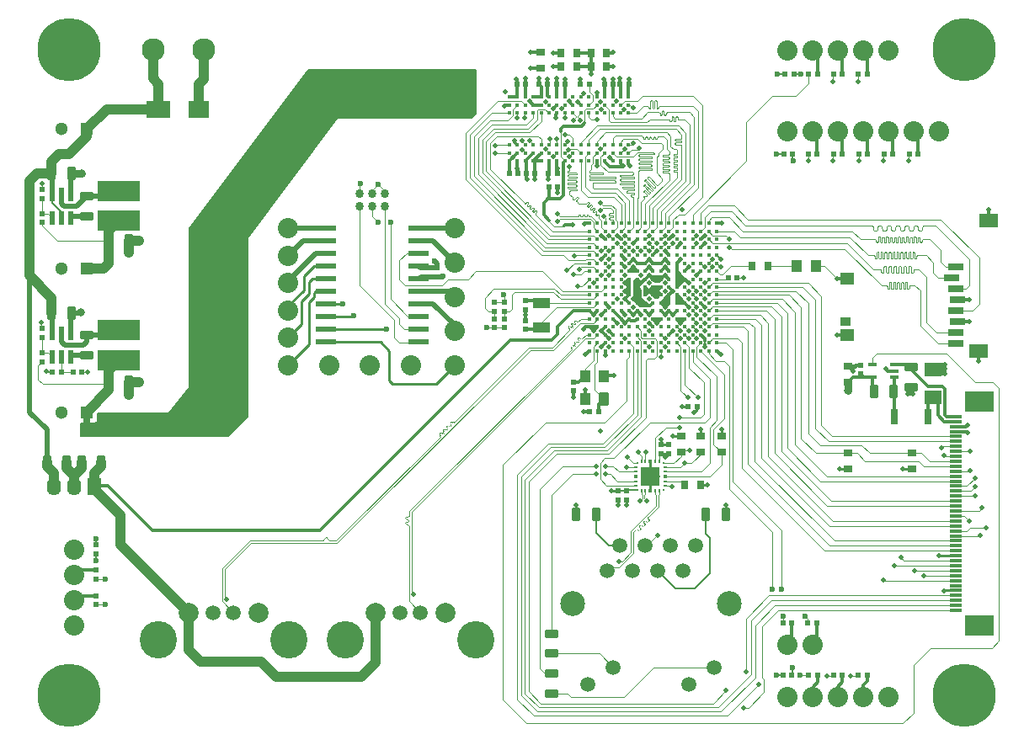
<source format=gbr>
G04 #@! TF.GenerationSoftware,KiCad,Pcbnew,(5.99.0-10577-g57d4347f00)*
G04 #@! TF.CreationDate,2021-05-20T13:19:22+03:00*
G04 #@! TF.ProjectId,imx6ull_tryout,696d7836-756c-46c5-9f74-72796f75742e,rev?*
G04 #@! TF.SameCoordinates,Original*
G04 #@! TF.FileFunction,Copper,L1,Top*
G04 #@! TF.FilePolarity,Positive*
%FSLAX46Y46*%
G04 Gerber Fmt 4.6, Leading zero omitted, Abs format (unit mm)*
G04 Created by KiCad (PCBNEW (5.99.0-10577-g57d4347f00)) date 2021-05-20 13:19:22*
%MOMM*%
%LPD*%
G01*
G04 APERTURE LIST*
G04 Aperture macros list*
%AMRoundRect*
0 Rectangle with rounded corners*
0 $1 Rounding radius*
0 $2 $3 $4 $5 $6 $7 $8 $9 X,Y pos of 4 corners*
0 Add a 4 corners polygon primitive as box body*
4,1,4,$2,$3,$4,$5,$6,$7,$8,$9,$2,$3,0*
0 Add four circle primitives for the rounded corners*
1,1,$1+$1,$2,$3*
1,1,$1+$1,$4,$5*
1,1,$1+$1,$6,$7*
1,1,$1+$1,$8,$9*
0 Add four rect primitives between the rounded corners*
20,1,$1+$1,$2,$3,$4,$5,0*
20,1,$1+$1,$4,$5,$6,$7,0*
20,1,$1+$1,$6,$7,$8,$9,0*
20,1,$1+$1,$8,$9,$2,$3,0*%
G04 Aperture macros list end*
G04 #@! TA.AperFunction,SMDPad,CuDef*
%ADD10RoundRect,0.050000X-0.200000X-0.225000X0.200000X-0.225000X0.200000X0.225000X-0.200000X0.225000X0*%
G04 #@! TD*
G04 #@! TA.AperFunction,ComponentPad*
%ADD11C,2.032000*%
G04 #@! TD*
G04 #@! TA.AperFunction,SMDPad,CuDef*
%ADD12RoundRect,0.070000X-0.280000X-0.380000X0.280000X-0.380000X0.280000X0.380000X-0.280000X0.380000X0*%
G04 #@! TD*
G04 #@! TA.AperFunction,SMDPad,CuDef*
%ADD13RoundRect,0.050000X-0.225000X0.200000X-0.225000X-0.200000X0.225000X-0.200000X0.225000X0.200000X0*%
G04 #@! TD*
G04 #@! TA.AperFunction,SMDPad,CuDef*
%ADD14R,0.800000X0.900000*%
G04 #@! TD*
G04 #@! TA.AperFunction,SMDPad,CuDef*
%ADD15RoundRect,0.070000X0.380000X-0.280000X0.380000X0.280000X-0.380000X0.280000X-0.380000X-0.280000X0*%
G04 #@! TD*
G04 #@! TA.AperFunction,SMDPad,CuDef*
%ADD16RoundRect,0.050000X0.225000X-0.200000X0.225000X0.200000X-0.225000X0.200000X-0.225000X-0.200000X0*%
G04 #@! TD*
G04 #@! TA.AperFunction,SMDPad,CuDef*
%ADD17RoundRect,0.090000X0.360000X0.560000X-0.360000X0.560000X-0.360000X-0.560000X0.360000X-0.560000X0*%
G04 #@! TD*
G04 #@! TA.AperFunction,ComponentPad*
%ADD18O,2.032000X2.032000*%
G04 #@! TD*
G04 #@! TA.AperFunction,SMDPad,CuDef*
%ADD19R,4.200000X2.000000*%
G04 #@! TD*
G04 #@! TA.AperFunction,SMDPad,CuDef*
%ADD20R,1.700000X1.400000*%
G04 #@! TD*
G04 #@! TA.AperFunction,SMDPad,CuDef*
%ADD21RoundRect,0.050000X0.200000X0.225000X-0.200000X0.225000X-0.200000X-0.225000X0.200000X-0.225000X0*%
G04 #@! TD*
G04 #@! TA.AperFunction,SMDPad,CuDef*
%ADD22RoundRect,0.090000X-0.360000X-0.560000X0.360000X-0.560000X0.360000X0.560000X-0.360000X0.560000X0*%
G04 #@! TD*
G04 #@! TA.AperFunction,SMDPad,CuDef*
%ADD23R,0.900000X0.800000*%
G04 #@! TD*
G04 #@! TA.AperFunction,ComponentPad*
%ADD24R,1.300000X1.300000*%
G04 #@! TD*
G04 #@! TA.AperFunction,ComponentPad*
%ADD25C,1.300000*%
G04 #@! TD*
G04 #@! TA.AperFunction,SMDPad,CuDef*
%ADD26C,0.430000*%
G04 #@! TD*
G04 #@! TA.AperFunction,SMDPad,CuDef*
%ADD27RoundRect,0.110000X0.440000X-0.540000X0.440000X0.540000X-0.440000X0.540000X-0.440000X-0.540000X0*%
G04 #@! TD*
G04 #@! TA.AperFunction,SMDPad,CuDef*
%ADD28R,1.100000X1.300000*%
G04 #@! TD*
G04 #@! TA.AperFunction,SMDPad,CuDef*
%ADD29C,0.370000*%
G04 #@! TD*
G04 #@! TA.AperFunction,SMDPad,CuDef*
%ADD30RoundRect,0.090000X-0.560000X0.360000X-0.560000X-0.360000X0.560000X-0.360000X0.560000X0.360000X0*%
G04 #@! TD*
G04 #@! TA.AperFunction,ComponentPad*
%ADD31C,2.000000*%
G04 #@! TD*
G04 #@! TA.AperFunction,ComponentPad*
%ADD32C,1.500000*%
G04 #@! TD*
G04 #@! TA.AperFunction,ComponentPad*
%ADD33C,3.750000*%
G04 #@! TD*
G04 #@! TA.AperFunction,SMDPad,CuDef*
%ADD34R,1.500000X0.800000*%
G04 #@! TD*
G04 #@! TA.AperFunction,SMDPad,CuDef*
%ADD35R,1.000000X0.950000*%
G04 #@! TD*
G04 #@! TA.AperFunction,SMDPad,CuDef*
%ADD36R,1.900000X1.400000*%
G04 #@! TD*
G04 #@! TA.AperFunction,SMDPad,CuDef*
%ADD37R,1.400000X1.300000*%
G04 #@! TD*
G04 #@! TA.AperFunction,SMDPad,CuDef*
%ADD38R,2.000000X0.600000*%
G04 #@! TD*
G04 #@! TA.AperFunction,SMDPad,CuDef*
%ADD39R,0.800000X1.600000*%
G04 #@! TD*
G04 #@! TA.AperFunction,SMDPad,CuDef*
%ADD40C,0.863000*%
G04 #@! TD*
G04 #@! TA.AperFunction,ComponentPad*
%ADD41R,1.397000X1.778000*%
G04 #@! TD*
G04 #@! TA.AperFunction,ComponentPad*
%ADD42O,1.397000X1.778000*%
G04 #@! TD*
G04 #@! TA.AperFunction,SMDPad,CuDef*
%ADD43R,0.533000X1.473000*%
G04 #@! TD*
G04 #@! TA.AperFunction,SMDPad,CuDef*
%ADD44R,0.900000X0.400000*%
G04 #@! TD*
G04 #@! TA.AperFunction,SMDPad,CuDef*
%ADD45RoundRect,0.090000X0.560000X-0.360000X0.560000X0.360000X-0.560000X0.360000X-0.560000X-0.360000X0*%
G04 #@! TD*
G04 #@! TA.AperFunction,SMDPad,CuDef*
%ADD46R,2.000000X1.750000*%
G04 #@! TD*
G04 #@! TA.AperFunction,SMDPad,CuDef*
%ADD47R,2.400000X1.750000*%
G04 #@! TD*
G04 #@! TA.AperFunction,ComponentPad*
%ADD48C,2.500000*%
G04 #@! TD*
G04 #@! TA.AperFunction,ComponentPad*
%ADD49C,6.350000*%
G04 #@! TD*
G04 #@! TA.AperFunction,SMDPad,CuDef*
%ADD50R,0.450000X0.200000*%
G04 #@! TD*
G04 #@! TA.AperFunction,SMDPad,CuDef*
%ADD51R,0.450000X0.400000*%
G04 #@! TD*
G04 #@! TA.AperFunction,SMDPad,CuDef*
%ADD52R,0.250000X0.250000*%
G04 #@! TD*
G04 #@! TA.AperFunction,SMDPad,CuDef*
%ADD53R,0.200000X0.450000*%
G04 #@! TD*
G04 #@! TA.AperFunction,SMDPad,CuDef*
%ADD54R,0.400000X0.450000*%
G04 #@! TD*
G04 #@! TA.AperFunction,SMDPad,CuDef*
%ADD55R,1.900000X1.900000*%
G04 #@! TD*
G04 #@! TA.AperFunction,SMDPad,CuDef*
%ADD56R,1.250000X0.300000*%
G04 #@! TD*
G04 #@! TA.AperFunction,SMDPad,CuDef*
%ADD57R,3.000000X2.000000*%
G04 #@! TD*
G04 #@! TA.AperFunction,ComponentPad*
%ADD58C,2.300000*%
G04 #@! TD*
G04 #@! TA.AperFunction,SMDPad,CuDef*
%ADD59R,1.800000X1.000000*%
G04 #@! TD*
G04 #@! TA.AperFunction,ViaPad*
%ADD60C,0.600000*%
G04 #@! TD*
G04 #@! TA.AperFunction,ViaPad*
%ADD61C,0.460000*%
G04 #@! TD*
G04 #@! TA.AperFunction,ViaPad*
%ADD62C,0.800000*%
G04 #@! TD*
G04 #@! TA.AperFunction,ViaPad*
%ADD63C,0.700000*%
G04 #@! TD*
G04 #@! TA.AperFunction,Conductor*
%ADD64C,0.100000*%
G04 #@! TD*
G04 #@! TA.AperFunction,Conductor*
%ADD65C,0.250000*%
G04 #@! TD*
G04 #@! TA.AperFunction,Conductor*
%ADD66C,0.500000*%
G04 #@! TD*
G04 #@! TA.AperFunction,Conductor*
%ADD67C,0.090000*%
G04 #@! TD*
G04 #@! TA.AperFunction,Conductor*
%ADD68C,0.350000*%
G04 #@! TD*
G04 #@! TA.AperFunction,Conductor*
%ADD69C,1.000000*%
G04 #@! TD*
G04 #@! TA.AperFunction,Conductor*
%ADD70C,0.300000*%
G04 #@! TD*
G04 #@! TA.AperFunction,Conductor*
%ADD71C,0.120000*%
G04 #@! TD*
G04 #@! TA.AperFunction,Conductor*
%ADD72C,0.200000*%
G04 #@! TD*
G04 #@! TA.AperFunction,Conductor*
%ADD73C,0.750000*%
G04 #@! TD*
G04 #@! TA.AperFunction,Conductor*
%ADD74C,0.101600*%
G04 #@! TD*
G04 APERTURE END LIST*
D10*
X148250000Y-97000000D03*
X149150000Y-97000000D03*
D11*
X104000000Y-94750000D03*
D10*
X156250000Y-131700000D03*
X157150000Y-131700000D03*
D11*
X120750000Y-95437500D03*
D12*
X134450000Y-75750000D03*
X136050000Y-75750000D03*
D10*
X153950000Y-76500000D03*
X154850000Y-76500000D03*
D13*
X132700000Y-107450000D03*
X132700000Y-108350000D03*
D14*
X134450000Y-74350000D03*
X136050000Y-74350000D03*
D15*
X129400000Y-75850000D03*
X129400000Y-74250000D03*
D16*
X141515000Y-114640000D03*
X141515000Y-113740000D03*
D14*
X131450000Y-74350000D03*
X133050000Y-74350000D03*
D13*
X124750000Y-101100000D03*
X124750000Y-102000000D03*
X119000000Y-95950000D03*
X119000000Y-96850000D03*
D17*
X135000000Y-120750000D03*
X133000000Y-120750000D03*
D11*
X104000000Y-105750000D03*
D10*
X130210000Y-87800000D03*
X131110000Y-87800000D03*
D18*
X154220000Y-82200000D03*
X156760000Y-82200000D03*
X159300000Y-82200000D03*
X161840000Y-82200000D03*
X164380000Y-82200000D03*
X166920000Y-82200000D03*
X169460000Y-82200000D03*
D19*
X87000000Y-91250000D03*
X87000000Y-88250000D03*
D10*
X127950000Y-86500000D03*
X128850000Y-86500000D03*
D17*
X164891291Y-108400000D03*
X162891291Y-108400000D03*
D13*
X138000000Y-118390000D03*
X138000000Y-119290000D03*
D18*
X82500000Y-124290000D03*
X82500000Y-126830000D03*
X82500000Y-129370000D03*
X82500000Y-131910000D03*
D20*
X168828791Y-109000000D03*
X168828791Y-106200000D03*
D13*
X125750000Y-101100000D03*
X125750000Y-102000000D03*
D21*
X135250000Y-110400000D03*
X134350000Y-110400000D03*
D22*
X146000000Y-120750000D03*
X148000000Y-120750000D03*
D23*
X147600000Y-112900000D03*
X147600000Y-114500000D03*
D13*
X137200000Y-118390000D03*
X137200000Y-119290000D03*
D24*
X83770000Y-82000000D03*
D25*
X81230000Y-82000000D03*
D11*
X116375000Y-105750000D03*
X104000000Y-103000000D03*
D26*
X126250000Y-85200000D03*
X126250000Y-84400000D03*
X126250000Y-83600000D03*
X126250000Y-80400000D03*
X126250000Y-79600000D03*
X126250000Y-78800000D03*
X127050000Y-85200000D03*
X127050000Y-84400000D03*
X127050000Y-83600000D03*
X127050000Y-80400000D03*
X127050000Y-79600000D03*
X127050000Y-78800000D03*
X127850000Y-85200000D03*
X127850000Y-84400000D03*
X127850000Y-83600000D03*
X127850000Y-80400000D03*
X127850000Y-79600000D03*
X127850000Y-78800000D03*
X128650000Y-85200000D03*
X128650000Y-84400000D03*
X128650000Y-83600000D03*
X128650000Y-80400000D03*
X128650000Y-79600000D03*
X128650000Y-78800000D03*
X129450000Y-85200000D03*
X129450000Y-84400000D03*
X129450000Y-83600000D03*
X129450000Y-80400000D03*
X129450000Y-79600000D03*
X129450000Y-78800000D03*
X130250000Y-85200000D03*
X130250000Y-84400000D03*
X130250000Y-83600000D03*
X130250000Y-80400000D03*
X130250000Y-79600000D03*
X130250000Y-78800000D03*
X131050000Y-85200000D03*
X131050000Y-84400000D03*
X131050000Y-83600000D03*
X131050000Y-80400000D03*
X131050000Y-79600000D03*
X131050000Y-78800000D03*
X131850000Y-85200000D03*
X131850000Y-84400000D03*
X131850000Y-83600000D03*
X131850000Y-80400000D03*
X131850000Y-79600000D03*
X131850000Y-78800000D03*
X132650000Y-85200000D03*
X132650000Y-84400000D03*
X132650000Y-83600000D03*
X132650000Y-80400000D03*
X132650000Y-79600000D03*
X132650000Y-78800000D03*
X133450000Y-85200000D03*
X133450000Y-84400000D03*
X133450000Y-83600000D03*
X133450000Y-80400000D03*
X133450000Y-79600000D03*
X133450000Y-78800000D03*
X134250000Y-85200000D03*
X134250000Y-84400000D03*
X134250000Y-83600000D03*
X134250000Y-80400000D03*
X134250000Y-79600000D03*
X134250000Y-78800000D03*
X135050000Y-85200000D03*
X135050000Y-84400000D03*
X135050000Y-83600000D03*
X135050000Y-80400000D03*
X135050000Y-79600000D03*
X135050000Y-78800000D03*
X135850000Y-85200000D03*
X135850000Y-84400000D03*
X135850000Y-83600000D03*
X135850000Y-80400000D03*
X135850000Y-79600000D03*
X135850000Y-78800000D03*
X136650000Y-85200000D03*
X136650000Y-84400000D03*
X136650000Y-83600000D03*
X136650000Y-80400000D03*
X136650000Y-79600000D03*
X136650000Y-78800000D03*
X137450000Y-85200000D03*
X137450000Y-84400000D03*
X137450000Y-83600000D03*
X137450000Y-80400000D03*
X137450000Y-79600000D03*
X137450000Y-78800000D03*
X138250000Y-85200000D03*
X138250000Y-84400000D03*
X138250000Y-83600000D03*
X138250000Y-80400000D03*
X138250000Y-79600000D03*
X138250000Y-78800000D03*
D21*
X164812500Y-84500000D03*
X163912500Y-84500000D03*
D15*
X160328791Y-107450000D03*
X160328791Y-105850000D03*
D21*
X145150000Y-109900000D03*
X144250000Y-109900000D03*
D10*
X153750000Y-131700000D03*
X154650000Y-131700000D03*
X80308500Y-106433500D03*
X81208500Y-106433500D03*
D27*
X135750000Y-109150000D03*
D28*
X135750000Y-106850000D03*
X133850000Y-106850000D03*
X133850000Y-109150000D03*
D29*
X147100000Y-91500000D03*
X147100000Y-92300000D03*
X147100000Y-93100000D03*
X147100000Y-93900000D03*
X147100000Y-94700000D03*
X147100000Y-95500000D03*
X147100000Y-96300000D03*
X147100000Y-97100000D03*
X147100000Y-97900000D03*
X147100000Y-98700000D03*
X147100000Y-99500000D03*
X147100000Y-100300000D03*
X147100000Y-101100000D03*
X147100000Y-101900000D03*
X147100000Y-102700000D03*
X147100000Y-103500000D03*
X147100000Y-104300000D03*
X146300000Y-91500000D03*
X146300000Y-92300000D03*
X146300000Y-93100000D03*
X146300000Y-93900000D03*
X146300000Y-94700000D03*
X146300000Y-95500000D03*
X146300000Y-96300000D03*
X146300000Y-97100000D03*
X146300000Y-97900000D03*
X146300000Y-98700000D03*
X146300000Y-99500000D03*
X146300000Y-100300000D03*
X146300000Y-101100000D03*
X146300000Y-101900000D03*
X146300000Y-102700000D03*
X146300000Y-103500000D03*
X146300000Y-104300000D03*
X145500000Y-91500000D03*
X145500000Y-92300000D03*
X145500000Y-93100000D03*
X145500000Y-93900000D03*
X145500000Y-94700000D03*
X145500000Y-95500000D03*
X145500000Y-96300000D03*
X145500000Y-97100000D03*
X145500000Y-97900000D03*
X145500000Y-98700000D03*
X145500000Y-99500000D03*
X145500000Y-100300000D03*
X145500000Y-101100000D03*
X145500000Y-101900000D03*
X145500000Y-102700000D03*
X145500000Y-103500000D03*
X145500000Y-104300000D03*
X144700000Y-91500000D03*
X144700000Y-92300000D03*
X144700000Y-93100000D03*
X144700000Y-93900000D03*
X144700000Y-94700000D03*
X144700000Y-95500000D03*
X144700000Y-96300000D03*
X144700000Y-97100000D03*
X144700000Y-97900000D03*
X144700000Y-98700000D03*
X144700000Y-99500000D03*
X144700000Y-100300000D03*
X144700000Y-101100000D03*
X144700000Y-101900000D03*
X144700000Y-102700000D03*
X144700000Y-103500000D03*
X144700000Y-104300000D03*
X143900000Y-91500000D03*
X143900000Y-92300000D03*
X143900000Y-93100000D03*
X143900000Y-93900000D03*
X143900000Y-94700000D03*
X143900000Y-95500000D03*
X143900000Y-96300000D03*
X143900000Y-97100000D03*
X143900000Y-97900000D03*
X143900000Y-98700000D03*
X143900000Y-99500000D03*
X143900000Y-100300000D03*
X143900000Y-101100000D03*
X143900000Y-101900000D03*
X143900000Y-102700000D03*
X143900000Y-103500000D03*
X143900000Y-104300000D03*
X143100000Y-91500000D03*
X143100000Y-92300000D03*
X143100000Y-93100000D03*
X143100000Y-93900000D03*
X143100000Y-94700000D03*
X143100000Y-95500000D03*
X143100000Y-96300000D03*
X143100000Y-97100000D03*
X143100000Y-97900000D03*
X143100000Y-98700000D03*
X143100000Y-99500000D03*
X143100000Y-100300000D03*
X143100000Y-101100000D03*
X143100000Y-101900000D03*
X143100000Y-102700000D03*
X143100000Y-103500000D03*
X143100000Y-104300000D03*
X142300000Y-91500000D03*
X142300000Y-92300000D03*
X142300000Y-93100000D03*
X142300000Y-93900000D03*
X142300000Y-94700000D03*
X142300000Y-95500000D03*
X142300000Y-96300000D03*
X142300000Y-97100000D03*
X142300000Y-97900000D03*
X142300000Y-98700000D03*
X142300000Y-99500000D03*
X142300000Y-100300000D03*
X142300000Y-101100000D03*
X142300000Y-101900000D03*
X142300000Y-102700000D03*
X142300000Y-103500000D03*
X142300000Y-104300000D03*
X141500000Y-91500000D03*
X141500000Y-92300000D03*
X141500000Y-93100000D03*
X141500000Y-93900000D03*
X141500000Y-94700000D03*
X141500000Y-95500000D03*
X141500000Y-96300000D03*
X141500000Y-97100000D03*
X141500000Y-97900000D03*
X141500000Y-98700000D03*
X141500000Y-99500000D03*
X141500000Y-100300000D03*
X141500000Y-101100000D03*
X141500000Y-101900000D03*
X141500000Y-102700000D03*
X141500000Y-103500000D03*
X141500000Y-104300000D03*
X140700000Y-91500000D03*
X140700000Y-92300000D03*
X140700000Y-93100000D03*
X140700000Y-93900000D03*
X140700000Y-94700000D03*
X140700000Y-95500000D03*
X140700000Y-96300000D03*
X140700000Y-97100000D03*
X140700000Y-97900000D03*
X140700000Y-98700000D03*
X140700000Y-99500000D03*
X140700000Y-100300000D03*
X140700000Y-101100000D03*
X140700000Y-101900000D03*
X140700000Y-102700000D03*
X140700000Y-103500000D03*
X140700000Y-104300000D03*
X139900000Y-91500000D03*
X139900000Y-92300000D03*
X139900000Y-93100000D03*
X139900000Y-93900000D03*
X139900000Y-94700000D03*
X139900000Y-95500000D03*
X139900000Y-96300000D03*
X139900000Y-97100000D03*
X139900000Y-97900000D03*
X139900000Y-98700000D03*
X139900000Y-99500000D03*
X139900000Y-100300000D03*
X139900000Y-101100000D03*
X139900000Y-101900000D03*
X139900000Y-102700000D03*
X139900000Y-103500000D03*
X139900000Y-104300000D03*
X139100000Y-91500000D03*
X139100000Y-92300000D03*
X139100000Y-93100000D03*
X139100000Y-93900000D03*
X139100000Y-94700000D03*
X139100000Y-95500000D03*
X139100000Y-96300000D03*
X139100000Y-97100000D03*
X139100000Y-97900000D03*
X139100000Y-98700000D03*
X139100000Y-99500000D03*
X139100000Y-100300000D03*
X139100000Y-101100000D03*
X139100000Y-101900000D03*
X139100000Y-102700000D03*
X139100000Y-103500000D03*
X139100000Y-104300000D03*
X138300000Y-91500000D03*
X138300000Y-92300000D03*
X138300000Y-93100000D03*
X138300000Y-93900000D03*
X138300000Y-94700000D03*
X138300000Y-95500000D03*
X138300000Y-96300000D03*
X138300000Y-97100000D03*
X138300000Y-97900000D03*
X138300000Y-98700000D03*
X138300000Y-99500000D03*
X138300000Y-100300000D03*
X138300000Y-101100000D03*
X138300000Y-101900000D03*
X138300000Y-102700000D03*
X138300000Y-103500000D03*
X138300000Y-104300000D03*
X137500000Y-91500000D03*
X137500000Y-92300000D03*
X137500000Y-93100000D03*
X137500000Y-93900000D03*
X137500000Y-94700000D03*
X137500000Y-95500000D03*
X137500000Y-96300000D03*
X137500000Y-97100000D03*
X137500000Y-97900000D03*
X137500000Y-98700000D03*
X137500000Y-99500000D03*
X137500000Y-100300000D03*
X137500000Y-101100000D03*
X137500000Y-101900000D03*
X137500000Y-102700000D03*
X137500000Y-103500000D03*
X137500000Y-104300000D03*
X136700000Y-91500000D03*
X136700000Y-92300000D03*
X136700000Y-93100000D03*
X136700000Y-93900000D03*
X136700000Y-94700000D03*
X136700000Y-95500000D03*
X136700000Y-96300000D03*
X136700000Y-97100000D03*
X136700000Y-97900000D03*
X136700000Y-98700000D03*
X136700000Y-99500000D03*
X136700000Y-100300000D03*
X136700000Y-101100000D03*
X136700000Y-101900000D03*
X136700000Y-102700000D03*
X136700000Y-103500000D03*
X136700000Y-104300000D03*
X135900000Y-91500000D03*
X135900000Y-92300000D03*
X135900000Y-93100000D03*
X135900000Y-93900000D03*
X135900000Y-94700000D03*
X135900000Y-95500000D03*
X135900000Y-96300000D03*
X135900000Y-97100000D03*
X135900000Y-97900000D03*
X135900000Y-98700000D03*
X135900000Y-99500000D03*
X135900000Y-100300000D03*
X135900000Y-101100000D03*
X135900000Y-101900000D03*
X135900000Y-102700000D03*
X135900000Y-103500000D03*
X135900000Y-104300000D03*
X135100000Y-91500000D03*
X135100000Y-92300000D03*
X135100000Y-93100000D03*
X135100000Y-93900000D03*
X135100000Y-94700000D03*
X135100000Y-95500000D03*
X135100000Y-96300000D03*
X135100000Y-97100000D03*
X135100000Y-97900000D03*
X135100000Y-98700000D03*
X135100000Y-99500000D03*
X135100000Y-100300000D03*
X135100000Y-101100000D03*
X135100000Y-101900000D03*
X135100000Y-102700000D03*
X135100000Y-103500000D03*
X135100000Y-104300000D03*
X134300000Y-91500000D03*
X134300000Y-92300000D03*
X134300000Y-93100000D03*
X134300000Y-93900000D03*
X134300000Y-94700000D03*
X134300000Y-95500000D03*
X134300000Y-96300000D03*
X134300000Y-97100000D03*
X134300000Y-97900000D03*
X134300000Y-98700000D03*
X134300000Y-99500000D03*
X134300000Y-100300000D03*
X134300000Y-101100000D03*
X134300000Y-101900000D03*
X134300000Y-102700000D03*
X134300000Y-103500000D03*
X134300000Y-104300000D03*
D21*
X131900000Y-77530000D03*
X131000000Y-77530000D03*
D30*
X166649916Y-105950000D03*
X166649916Y-107950000D03*
D10*
X130200000Y-86500000D03*
X131100000Y-86500000D03*
X156350000Y-76500000D03*
X157250000Y-76500000D03*
D21*
X127900000Y-77500000D03*
X127000000Y-77500000D03*
D24*
X83770000Y-96000000D03*
D25*
X81230000Y-96000000D03*
D22*
X79750000Y-115500000D03*
X81750000Y-115500000D03*
D11*
X104000000Y-92000000D03*
D24*
X83770000Y-110500000D03*
D25*
X81230000Y-110500000D03*
D10*
X153850000Y-84500000D03*
X154750000Y-84500000D03*
D31*
X94000000Y-130625000D03*
D32*
X96500000Y-130625000D03*
X98500000Y-130625000D03*
D31*
X101000000Y-130625000D03*
D33*
X104070000Y-133335000D03*
X90930000Y-133335000D03*
D16*
X127890000Y-102170000D03*
X127890000Y-101270000D03*
D10*
X153750000Y-136900000D03*
X154650000Y-136900000D03*
X137400000Y-77500000D03*
X138300000Y-77500000D03*
D13*
X125750000Y-99420000D03*
X125750000Y-100320000D03*
D10*
X158850000Y-76500000D03*
X159750000Y-76500000D03*
D11*
X104000000Y-100250000D03*
D10*
X158850000Y-136900000D03*
X159750000Y-136900000D03*
D30*
X130490000Y-132770000D03*
X130490000Y-134770000D03*
X130490000Y-136770000D03*
X130490000Y-138770000D03*
D23*
X145500000Y-112890000D03*
X145500000Y-114490000D03*
D12*
X131450000Y-75750000D03*
X133050000Y-75750000D03*
D31*
X112800000Y-130625000D03*
D32*
X115300000Y-130625000D03*
X117300000Y-130625000D03*
D31*
X119800000Y-130625000D03*
D33*
X109730000Y-133335000D03*
X122870000Y-133335000D03*
D19*
X87000000Y-105250000D03*
X87000000Y-102250000D03*
D16*
X84700000Y-127250000D03*
X84700000Y-126350000D03*
D22*
X80250000Y-100500000D03*
X82250000Y-100500000D03*
D13*
X79250000Y-102082500D03*
X79250000Y-102982500D03*
D34*
X171120000Y-95872499D03*
X170720000Y-96972499D03*
X171120000Y-98072499D03*
X171320000Y-99172499D03*
X171120000Y-100272499D03*
X171320000Y-101372499D03*
X171120000Y-102472499D03*
X171120000Y-103572499D03*
D35*
X160060000Y-101372499D03*
D36*
X174410000Y-91212499D03*
D37*
X160260000Y-102762499D03*
D36*
X173410000Y-104362499D03*
D37*
X160260000Y-97062499D03*
D18*
X154220000Y-133900000D03*
X156760000Y-133900000D03*
D16*
X161582666Y-106650000D03*
X161582666Y-105750000D03*
D11*
X112250000Y-105750000D03*
X120750000Y-105750000D03*
D14*
X150670000Y-95800000D03*
X152270000Y-95800000D03*
D38*
X107850000Y-91959553D03*
X107850000Y-93229553D03*
X107850000Y-94499553D03*
X107850000Y-95769553D03*
X107850000Y-97039553D03*
X107850000Y-98309553D03*
X107850000Y-99579553D03*
X107850000Y-100849553D03*
X107850000Y-102119553D03*
X107850000Y-103389553D03*
X117150000Y-103389553D03*
X117150000Y-102119553D03*
X117150000Y-100849553D03*
X117150000Y-99579553D03*
X117150000Y-98309553D03*
X117150000Y-97039553D03*
X117150000Y-95769553D03*
X117150000Y-94499553D03*
X117150000Y-93229553D03*
X117150000Y-91959553D03*
D10*
X161350000Y-76500000D03*
X162250000Y-76500000D03*
D18*
X154220000Y-139100000D03*
X156760000Y-139100000D03*
X159300000Y-139100000D03*
X161840000Y-139100000D03*
X164380000Y-139100000D03*
D39*
X164978791Y-110900000D03*
X168378791Y-110900000D03*
D11*
X120750000Y-98875000D03*
D18*
X154220000Y-74100000D03*
X156760000Y-74100000D03*
X159300000Y-74100000D03*
X161840000Y-74100000D03*
X164380000Y-74100000D03*
D11*
X104000000Y-97500000D03*
X120750000Y-92000000D03*
D10*
X135800000Y-77500000D03*
X136700000Y-77500000D03*
D16*
X84700000Y-129850000D03*
X84700000Y-128950000D03*
D40*
X111230000Y-89735000D03*
X111230000Y-88465000D03*
X112500000Y-89735000D03*
X112500000Y-88465000D03*
X113770000Y-89735000D03*
X113770000Y-88465000D03*
D13*
X79250000Y-104517500D03*
X79250000Y-105417500D03*
D41*
X84532000Y-118000000D03*
D42*
X82500000Y-118000000D03*
X80468000Y-118000000D03*
D43*
X82200000Y-102569000D03*
X81250000Y-102569000D03*
X80300000Y-102569000D03*
X80300000Y-104931000D03*
X81250000Y-104931000D03*
X82200000Y-104931000D03*
D14*
X143900000Y-117790000D03*
X145500000Y-117790000D03*
D21*
X159737500Y-84500000D03*
X158837500Y-84500000D03*
D22*
X80250000Y-86500000D03*
X82250000Y-86500000D03*
D44*
X164991291Y-107000000D03*
X164991291Y-106350000D03*
X164991291Y-105700000D03*
X162791291Y-105700000D03*
X162791291Y-107000000D03*
D45*
X83750000Y-90750000D03*
X83750000Y-88750000D03*
D21*
X167350000Y-84500000D03*
X166450000Y-84500000D03*
D13*
X127890000Y-99270000D03*
X127890000Y-100170000D03*
D46*
X95000000Y-80000000D03*
D47*
X91000000Y-80000000D03*
D32*
X136055000Y-126400000D03*
X137325000Y-123860000D03*
X138595000Y-126400000D03*
X139865000Y-123860000D03*
X141135000Y-126400000D03*
X142405000Y-123860000D03*
X143675000Y-126400000D03*
X144945000Y-123860000D03*
X134175000Y-137830000D03*
X136715000Y-136130000D03*
X144285000Y-137830000D03*
X146825000Y-136130000D03*
D48*
X132625000Y-129700000D03*
X148375000Y-129700000D03*
D23*
X143510000Y-112890000D03*
X143510000Y-114490000D03*
D10*
X161350000Y-136900000D03*
X162250000Y-136900000D03*
D22*
X86000000Y-93250000D03*
X88000000Y-93250000D03*
D13*
X84700000Y-123850000D03*
X84700000Y-124750000D03*
D49*
X82000000Y-139000000D03*
D23*
X160328791Y-116200000D03*
X160328791Y-114600000D03*
D50*
X138965000Y-116040000D03*
X138965000Y-116440000D03*
D51*
X138965000Y-116940000D03*
D50*
X138965000Y-117440000D03*
X138965000Y-117840000D03*
D52*
X139115000Y-118265000D03*
D53*
X139540000Y-118415000D03*
X139940000Y-118415000D03*
D54*
X140440000Y-118415000D03*
D53*
X140940000Y-118415000D03*
X141340000Y-118415000D03*
D52*
X141765000Y-118265000D03*
D50*
X141915000Y-117840000D03*
X141915000Y-117440000D03*
D51*
X141915000Y-116940000D03*
D50*
X141915000Y-116440000D03*
X141915000Y-116040000D03*
D52*
X141765000Y-115615000D03*
D53*
X141340000Y-115465000D03*
X140940000Y-115465000D03*
D54*
X140440000Y-115465000D03*
D53*
X139940000Y-115465000D03*
X139540000Y-115465000D03*
D52*
X139115000Y-115615000D03*
D55*
X140440000Y-116940000D03*
D49*
X172000000Y-74000000D03*
D28*
X155114999Y-95800000D03*
X157114999Y-95800000D03*
D21*
X162275000Y-84500000D03*
X161375000Y-84500000D03*
D10*
X82400000Y-106433500D03*
X83300000Y-106433500D03*
X129200000Y-77500000D03*
X130100000Y-77500000D03*
D21*
X134300000Y-77500000D03*
X133400000Y-77500000D03*
D16*
X142300000Y-114650000D03*
X142300000Y-113750000D03*
D13*
X124750000Y-99440000D03*
X124750000Y-100340000D03*
D56*
X171148791Y-110921209D03*
X171148791Y-111421209D03*
X171148791Y-111921209D03*
X171148791Y-112421209D03*
X171148791Y-112921209D03*
X171148791Y-113421209D03*
X171148791Y-113921209D03*
X171148791Y-114421209D03*
X171148791Y-114921209D03*
X171148791Y-115421209D03*
X171148791Y-115921209D03*
X171148791Y-116421209D03*
X171148791Y-116921209D03*
X171148791Y-117421209D03*
X171148791Y-117921209D03*
X171148791Y-118421209D03*
X171148791Y-118921209D03*
X171148791Y-119421209D03*
X171148791Y-119921209D03*
X171148791Y-120421209D03*
X171148791Y-120921209D03*
X171148791Y-121421209D03*
X171148791Y-121921209D03*
X171148791Y-122421209D03*
X171148791Y-122921209D03*
X171148791Y-123421209D03*
X171148791Y-123921209D03*
X171148791Y-124421209D03*
X171148791Y-124921209D03*
X171148791Y-125421209D03*
X171148791Y-125921209D03*
X171148791Y-126421209D03*
X171148791Y-126921209D03*
X171148791Y-127421209D03*
X171148791Y-127921209D03*
X171148791Y-128421209D03*
X171148791Y-128921209D03*
X171148791Y-129421209D03*
X171148791Y-129921209D03*
X171148791Y-130421209D03*
D57*
X173473791Y-109381209D03*
X173473791Y-131961209D03*
D21*
X157200000Y-84500000D03*
X156300000Y-84500000D03*
D17*
X85250000Y-115500000D03*
X83250000Y-115500000D03*
D43*
X82200000Y-88569000D03*
X81250000Y-88569000D03*
X80300000Y-88569000D03*
X80300000Y-90931000D03*
X81250000Y-90931000D03*
X82200000Y-90931000D03*
D49*
X82000000Y-74000000D03*
D11*
X120750000Y-102312500D03*
X108125000Y-105750000D03*
D58*
X90460000Y-74000000D03*
X95540000Y-74000000D03*
D13*
X79250000Y-90517500D03*
X79250000Y-91417500D03*
D10*
X156350000Y-136900000D03*
X157250000Y-136900000D03*
D49*
X172000000Y-139000000D03*
D23*
X166700000Y-116200000D03*
X166700000Y-114600000D03*
D13*
X79250000Y-88082500D03*
X79250000Y-88982500D03*
D22*
X86000000Y-107500000D03*
X88000000Y-107500000D03*
D45*
X83750000Y-104750000D03*
X83750000Y-102750000D03*
D10*
X126250000Y-86500000D03*
X127150000Y-86500000D03*
D59*
X129490000Y-101970000D03*
X129490000Y-99470000D03*
D60*
X114300000Y-91400000D03*
X113100000Y-91400000D03*
X113900000Y-102100000D03*
X110600000Y-100800000D03*
X109500000Y-99600000D03*
X119600000Y-96800000D03*
X118750000Y-95250000D03*
D61*
X79300000Y-87450000D03*
X145900000Y-103900000D03*
X143500000Y-95100000D03*
X174420000Y-90140000D03*
X141160000Y-116940000D03*
D62*
X89000000Y-93250000D03*
D61*
X147600000Y-91500000D03*
X137900000Y-103100000D03*
X148000000Y-119800000D03*
X135500000Y-103900000D03*
X170078791Y-105650000D03*
X147500000Y-104700000D03*
D62*
X89000000Y-107450000D03*
D61*
X169410000Y-124930000D03*
X166328791Y-108650000D03*
X126990000Y-76960000D03*
X164078791Y-106150000D03*
X160828791Y-106400000D03*
X159190000Y-102740000D03*
X138700000Y-95900000D03*
X170078791Y-106650000D03*
X136700000Y-76960000D03*
X166828791Y-108650000D03*
X140300000Y-97500000D03*
X132700000Y-109000000D03*
X126750000Y-83150000D03*
X159200000Y-97060000D03*
X137900000Y-99100000D03*
X170078791Y-106150000D03*
D60*
X155600000Y-76500000D03*
D61*
X143500000Y-99100000D03*
X136340000Y-84880000D03*
X139720000Y-116940000D03*
X135040000Y-85720000D03*
X143500000Y-97500000D03*
X169990000Y-128490000D03*
X137900000Y-98300000D03*
X172470000Y-101360000D03*
X138420000Y-85730000D03*
X143600000Y-109900000D03*
X137100000Y-92700000D03*
X130710000Y-79950000D03*
X133700000Y-110400000D03*
X79200000Y-101450000D03*
X137900000Y-95100000D03*
X138290000Y-76950000D03*
X142700000Y-92700000D03*
X145900000Y-99900000D03*
X172298791Y-111760000D03*
D60*
X84700000Y-125400000D03*
D61*
X131130000Y-88460000D03*
X135500000Y-92700000D03*
X143600000Y-90100000D03*
X127060000Y-85940000D03*
X140300000Y-95900000D03*
X135050000Y-78350000D03*
X136300000Y-99900000D03*
X125840000Y-78300000D03*
X133000000Y-119800000D03*
X145900000Y-92700000D03*
X141500000Y-113200000D03*
X140300000Y-99100000D03*
X134700000Y-102300000D03*
X137900000Y-97500000D03*
X144300000Y-97500000D03*
X83883500Y-106483500D03*
X140440000Y-116220000D03*
D62*
X88000000Y-94450000D03*
D61*
X138700000Y-99900000D03*
X136300000Y-103900000D03*
D60*
X113100000Y-87600000D03*
D62*
X83200000Y-100450000D03*
D61*
X128400000Y-74250000D03*
X133900000Y-104700000D03*
X128270000Y-79220000D03*
X131010000Y-76940000D03*
X132280000Y-84810000D03*
X140440000Y-117660000D03*
X161078791Y-105900000D03*
D62*
X83250000Y-86500000D03*
D61*
X146200000Y-117800000D03*
X138700000Y-93500000D03*
X141900000Y-100700000D03*
X135900000Y-104800000D03*
X141900000Y-94300000D03*
X128820000Y-87070000D03*
X140430000Y-116940000D03*
X144300000Y-99900000D03*
X135500000Y-96700000D03*
X135400000Y-112400000D03*
X127890000Y-100720000D03*
X135500000Y-95100000D03*
X141100000Y-94300000D03*
X142700000Y-100700000D03*
D60*
X154700000Y-136200000D03*
D61*
X137200000Y-119800000D03*
X139500000Y-96700000D03*
X142700000Y-102300000D03*
X133700000Y-102100000D03*
X139500000Y-100700000D03*
D62*
X88000000Y-108750000D03*
D61*
X173410000Y-105380000D03*
X138000000Y-119800000D03*
X132310000Y-79230000D03*
X125840000Y-78300000D03*
X136700000Y-75700000D03*
X133900000Y-108200000D03*
X136300000Y-102300000D03*
D60*
X154800000Y-85200000D03*
D61*
X141900000Y-95900000D03*
X140300000Y-100700000D03*
D60*
X124000000Y-102000000D03*
D61*
X130100000Y-76950000D03*
X133790000Y-91510000D03*
X137100000Y-99100000D03*
X141900000Y-97500000D03*
X137900000Y-96700000D03*
X131100000Y-85970000D03*
X138700000Y-100700000D03*
X141900000Y-98300000D03*
X145100000Y-96700000D03*
X133400000Y-76960000D03*
X136700000Y-74300000D03*
X136800000Y-106800000D03*
X134700000Y-100700000D03*
X137100000Y-93500000D03*
X141900000Y-99900000D03*
X142700000Y-98300000D03*
X140300000Y-96700000D03*
X141900000Y-96700000D03*
X139500000Y-97500000D03*
X138700000Y-99100000D03*
X137900000Y-100700000D03*
D63*
X122500000Y-76500000D03*
D61*
X130700000Y-74400000D03*
D63*
X122500000Y-77500000D03*
X121500000Y-80500000D03*
D61*
X130910000Y-80910000D03*
X140300000Y-98300000D03*
D63*
X121500000Y-78500000D03*
D61*
X126575000Y-84875000D03*
X125750000Y-79710000D03*
X128400000Y-75850000D03*
D63*
X122500000Y-78500000D03*
D61*
X130200000Y-87100000D03*
X128080000Y-87080000D03*
X135790000Y-76970000D03*
X133090000Y-79250000D03*
X131900000Y-76960000D03*
X137680000Y-85700000D03*
D63*
X122500000Y-80500000D03*
D61*
X141900000Y-95100000D03*
X138700000Y-95100000D03*
D63*
X121500000Y-79500000D03*
D61*
X132160000Y-84080000D03*
X140300000Y-95100000D03*
D63*
X121500000Y-77500000D03*
X121500000Y-76500000D03*
D61*
X130700000Y-75700000D03*
X127900000Y-76940000D03*
D63*
X122500000Y-79500000D03*
D61*
X129200000Y-76940000D03*
X137400000Y-76940000D03*
X137900000Y-95900000D03*
X135500000Y-102300000D03*
X136300000Y-103100000D03*
X135390000Y-79250000D03*
X136300000Y-94300000D03*
X134500000Y-76500000D03*
X132600000Y-91640000D03*
X142700000Y-93500000D03*
X139300000Y-83900000D03*
D60*
X153200000Y-76500000D03*
X84700000Y-123200000D03*
D61*
X145900000Y-93500000D03*
X143500000Y-101500000D03*
X141900000Y-115000000D03*
X159500000Y-116200000D03*
D60*
X153100000Y-84500000D03*
D61*
X144800000Y-110500000D03*
X145495000Y-112200000D03*
D60*
X153100000Y-136900000D03*
D61*
X172318791Y-112570000D03*
X142700000Y-112900000D03*
D60*
X125700000Y-98700000D03*
D61*
X172500000Y-99160000D03*
X141100000Y-101500000D03*
X137900000Y-101500000D03*
X165800000Y-116200000D03*
X144300000Y-95900000D03*
X147600000Y-112200000D03*
D60*
X111300000Y-87500000D03*
D62*
X160300000Y-108300000D03*
D61*
X79700000Y-106400000D03*
X143500000Y-93500000D03*
X136500000Y-118400000D03*
X137100000Y-101500000D03*
X133700000Y-78400000D03*
X137900000Y-92700000D03*
X141100000Y-93500000D03*
X133390000Y-81110000D03*
X135410000Y-89445000D03*
X140300000Y-101500000D03*
X135410000Y-90155000D03*
X132690000Y-81110000D03*
X148060000Y-138420000D03*
X149830000Y-140210000D03*
X138690000Y-83460000D03*
X141900000Y-92700000D03*
X137850000Y-84010000D03*
X141900000Y-93500000D03*
X138690000Y-79900000D03*
X140300000Y-93500000D03*
X142600000Y-118000000D03*
X140300000Y-92700000D03*
X137800000Y-80050000D03*
X137020000Y-79190000D03*
X140300000Y-94300000D03*
X139500000Y-94300000D03*
X135470000Y-80030000D03*
X138700000Y-94300000D03*
X135440000Y-84000000D03*
X135090000Y-81070000D03*
X137900000Y-93500000D03*
X131880000Y-82550000D03*
X137900000Y-94300000D03*
X136300000Y-92700000D03*
X131500000Y-79960000D03*
X129900000Y-84040000D03*
X136300000Y-95100000D03*
X127765000Y-80900000D03*
X136300000Y-95900000D03*
X127055000Y-80900000D03*
X136300000Y-96700000D03*
X131860000Y-80880000D03*
X135760000Y-90790000D03*
X139390000Y-119430000D03*
X141210000Y-122860000D03*
X140090000Y-119430000D03*
X137300000Y-125490000D03*
X151310000Y-137860000D03*
X150030000Y-136580000D03*
X138100000Y-115000000D03*
X144300000Y-102300000D03*
X145900000Y-97500000D03*
X163900000Y-127400000D03*
X145900000Y-98300000D03*
X167900000Y-126900000D03*
X167000000Y-126400000D03*
X145100000Y-98300000D03*
X165000000Y-125900000D03*
X144300000Y-98300000D03*
X149800000Y-97000000D03*
X165600000Y-125100000D03*
X145900000Y-102300000D03*
X173600000Y-122900000D03*
X174200000Y-122100000D03*
X145100000Y-102300000D03*
X172500000Y-121400000D03*
X145900000Y-101500000D03*
X148400000Y-93100000D03*
X148400000Y-93900000D03*
X145100000Y-101500000D03*
X173800000Y-120100000D03*
X173100000Y-118900000D03*
X145900000Y-100700000D03*
X173100000Y-118000000D03*
X145100000Y-100700000D03*
X144300000Y-100700000D03*
X173100000Y-117100000D03*
X145100000Y-99900000D03*
X172600000Y-116400000D03*
D60*
X85600000Y-127300000D03*
D61*
X140300000Y-102300000D03*
X170000000Y-114800000D03*
X145900000Y-99100000D03*
X172600000Y-114400000D03*
X145100000Y-99100000D03*
X132150000Y-83250000D03*
X132270000Y-85780000D03*
X130700000Y-84760000D03*
X135500000Y-94300000D03*
X130295000Y-83040000D03*
X131100000Y-90560000D03*
X131100000Y-91260000D03*
X131005000Y-83040000D03*
X133300000Y-96100000D03*
X128300000Y-83170000D03*
X134700000Y-97500000D03*
X124820000Y-83680000D03*
X132820000Y-94750000D03*
X129890000Y-79270000D03*
X127530000Y-83190000D03*
X132030000Y-96230000D03*
X132700000Y-96600000D03*
X127510000Y-84060000D03*
X133160000Y-97830000D03*
X124800000Y-84400000D03*
X140300000Y-103900000D03*
D60*
X85600000Y-129800000D03*
D61*
X144300000Y-99100000D03*
X169700000Y-114100000D03*
X143500000Y-102300000D03*
X135000000Y-116700000D03*
X135900000Y-116700000D03*
X135900000Y-115900000D03*
X135000000Y-115900000D03*
X144400000Y-114300000D03*
X144200000Y-109000000D03*
X145200000Y-109000000D03*
X143900000Y-115600000D03*
X145100000Y-103100000D03*
X140000000Y-114500000D03*
X144300000Y-103100000D03*
X139200000Y-114500000D03*
X143400000Y-112000000D03*
X143400000Y-111000000D03*
X138000000Y-116000000D03*
X143500000Y-103100000D03*
X135500000Y-100700000D03*
X116650000Y-128800000D03*
X97855000Y-129300000D03*
X97855000Y-129300000D03*
X141900000Y-103100000D03*
D60*
X155500000Y-136900000D03*
D61*
X141500000Y-104900000D03*
X160600000Y-137000000D03*
X158200000Y-137000000D03*
X141900000Y-103900000D03*
X158800000Y-77200000D03*
X145100000Y-92700000D03*
X145100000Y-93500000D03*
X161300000Y-77200000D03*
X156300000Y-85200000D03*
X145900000Y-95900000D03*
X166400000Y-85200000D03*
X146700000Y-95900000D03*
X146700000Y-95100000D03*
X158800000Y-85200000D03*
X147500000Y-95900000D03*
X163900000Y-85200000D03*
X161400000Y-85200000D03*
X147500000Y-95100000D03*
D60*
X156000000Y-131000000D03*
X153600000Y-128300000D03*
X153800000Y-131000000D03*
X152700000Y-128300000D03*
D64*
X112500000Y-90800000D02*
X112500000Y-89735000D01*
X113100000Y-91400000D02*
X112500000Y-90800000D01*
X114300000Y-99100000D02*
X114300000Y-91400000D01*
X114300000Y-99100000D02*
X116049553Y-100849553D01*
X117150000Y-100849553D02*
X116049553Y-100849553D01*
X115200000Y-101000000D02*
X113770000Y-99570000D01*
X115200000Y-101600000D02*
X115200000Y-101000000D01*
X117150000Y-102119553D02*
X115719553Y-102119553D01*
X113770000Y-99570000D02*
X113770000Y-89735000D01*
X115719553Y-102119553D02*
X115200000Y-101600000D01*
X114700000Y-103000000D02*
X115200000Y-103500000D01*
X111230000Y-97730000D02*
X114700000Y-101200000D01*
X114700000Y-101200000D02*
X114700000Y-103000000D01*
X111230000Y-89735000D02*
X111230000Y-97730000D01*
X115200000Y-103500000D02*
X117039553Y-103500000D01*
D65*
X114500000Y-107600000D02*
X118900000Y-107600000D01*
X114200000Y-107300000D02*
X114500000Y-107600000D01*
X114200000Y-104300000D02*
X114200000Y-107300000D01*
X113289553Y-103389553D02*
X114200000Y-104300000D01*
X107850000Y-103389553D02*
X113289553Y-103389553D01*
X118900000Y-107600000D02*
X120750000Y-105750000D01*
X113880447Y-102119553D02*
X113900000Y-102100000D01*
X107850000Y-102119553D02*
X113880447Y-102119553D01*
X110550447Y-100849553D02*
X110600000Y-100800000D01*
X107850000Y-100849553D02*
X110550447Y-100849553D01*
X109479553Y-99579553D02*
X109500000Y-99600000D01*
X107850000Y-99579553D02*
X109479553Y-99579553D01*
X106100000Y-99400000D02*
X106100000Y-103650000D01*
X106600000Y-98500000D02*
X106600000Y-98900000D01*
X106600000Y-98900000D02*
X106100000Y-99400000D01*
X106790447Y-98309553D02*
X106600000Y-98500000D01*
X106100000Y-103650000D02*
X104000000Y-105750000D01*
X107850000Y-98309553D02*
X106790447Y-98309553D01*
X105400000Y-99300000D02*
X105400000Y-101600000D01*
X106100000Y-98600000D02*
X105400000Y-99300000D01*
X106100000Y-97400000D02*
X106100000Y-98600000D01*
X106460447Y-97039553D02*
X106100000Y-97400000D01*
X107850000Y-97039553D02*
X106460447Y-97039553D01*
X105400000Y-101600000D02*
X104000000Y-103000000D01*
X105600000Y-98200000D02*
X104000000Y-99800000D01*
X107850000Y-95769553D02*
X106630447Y-95769553D01*
X106630447Y-95769553D02*
X105600000Y-96800000D01*
X105600000Y-96800000D02*
X105600000Y-98200000D01*
D66*
X106800447Y-94499553D02*
X104000000Y-97300000D01*
X107850000Y-94499553D02*
X106800447Y-94499553D01*
X105520447Y-93229553D02*
X104000000Y-94750000D01*
X107850000Y-93229553D02*
X105520447Y-93229553D01*
X107850000Y-91959553D02*
X104040447Y-91959553D01*
X118542053Y-93229553D02*
X120750000Y-95437500D01*
X117150000Y-93229553D02*
X118542053Y-93229553D01*
X117150000Y-91959553D02*
X120709553Y-91959553D01*
X118579553Y-99579553D02*
X120750000Y-101750000D01*
X117150000Y-99579553D02*
X118579553Y-99579553D01*
X120184553Y-98309553D02*
X120750000Y-98875000D01*
X117150000Y-98309553D02*
X120184553Y-98309553D01*
D67*
X115200000Y-95200000D02*
X115900447Y-94499553D01*
X115200000Y-97100000D02*
X115200000Y-95200000D01*
X115800000Y-97700000D02*
X115200000Y-97100000D01*
X119500000Y-97700000D02*
X115800000Y-97700000D01*
X122100000Y-97100000D02*
X120100000Y-97100000D01*
X122900000Y-96300000D02*
X122100000Y-97100000D01*
X129600000Y-96300000D02*
X122900000Y-96300000D01*
X115900447Y-94499553D02*
X117150000Y-94499553D01*
X131600000Y-98300000D02*
X129600000Y-96300000D01*
X120100000Y-97100000D02*
X119500000Y-97700000D01*
D66*
X119550000Y-96850000D02*
X119000000Y-96850000D01*
X119600000Y-96800000D02*
X119550000Y-96850000D01*
X117339553Y-96850000D02*
X117150000Y-97039553D01*
X119000000Y-96850000D02*
X117339553Y-96850000D01*
X119000000Y-95950000D02*
X117330447Y-95950000D01*
X117330447Y-95950000D02*
X117150000Y-95769553D01*
X119000000Y-95950000D02*
X119000000Y-95500000D01*
X119000000Y-95500000D02*
X118750000Y-95250000D01*
D67*
X135500000Y-98300000D02*
X131600000Y-98300000D01*
X135900000Y-97900000D02*
X135500000Y-98300000D01*
D68*
X166828791Y-108650000D02*
X166828791Y-108128875D01*
X138300000Y-98700000D02*
X138300000Y-97900000D01*
X133400000Y-77500000D02*
X133400000Y-76960000D01*
X168828791Y-106200000D02*
X169378791Y-105650000D01*
D65*
X141515000Y-113215000D02*
X141500000Y-113200000D01*
D68*
X131110000Y-88440000D02*
X131130000Y-88460000D01*
X131000000Y-76950000D02*
X131010000Y-76940000D01*
X174410000Y-90150000D02*
X174420000Y-90140000D01*
X127050000Y-78800000D02*
X127050000Y-77550000D01*
D65*
X171148791Y-128421209D02*
X170058791Y-128421209D01*
D69*
X82500000Y-116894282D02*
X82500000Y-118127000D01*
D68*
X140300000Y-100700000D02*
X140700000Y-100300000D01*
X137500000Y-93100000D02*
X137100000Y-92700000D01*
X147600000Y-91500000D02*
X147100000Y-91500000D01*
D70*
X145500000Y-102700000D02*
X145900000Y-103100000D01*
D68*
X126750000Y-83300000D02*
X126750000Y-83150000D01*
X143100000Y-97100000D02*
X143100000Y-96300000D01*
D69*
X95540000Y-76960000D02*
X95000000Y-77500000D01*
D68*
X140700000Y-96300000D02*
X140300000Y-95900000D01*
D70*
X134300000Y-101900000D02*
X133900000Y-101900000D01*
D64*
X140440000Y-115465000D02*
X140440000Y-116220000D01*
D69*
X88000000Y-93250000D02*
X88000000Y-94450000D01*
D68*
X139100000Y-93100000D02*
X138700000Y-93500000D01*
D70*
X133900000Y-101900000D02*
X133700000Y-102100000D01*
D68*
X135050000Y-78800000D02*
X135050000Y-78350000D01*
X141100000Y-94300000D02*
X140700000Y-94700000D01*
D70*
X172137582Y-111921209D02*
X172298791Y-111760000D01*
D66*
X82200000Y-102569000D02*
X82200000Y-100550000D01*
D68*
X143100000Y-97900000D02*
X143500000Y-97500000D01*
D70*
X171148791Y-111921209D02*
X172137582Y-111921209D01*
D68*
X136650000Y-85200000D02*
X136340000Y-84890000D01*
D69*
X83250000Y-115500000D02*
X83250000Y-116144282D01*
D70*
X135100000Y-101900000D02*
X134700000Y-102300000D01*
D68*
X133800000Y-91500000D02*
X133790000Y-91510000D01*
X138300000Y-99500000D02*
X137900000Y-99100000D01*
X135900000Y-99500000D02*
X136300000Y-99900000D01*
X143900000Y-99500000D02*
X144300000Y-99900000D01*
X142300000Y-100300000D02*
X142700000Y-100700000D01*
D64*
X132280000Y-84810000D02*
X132280000Y-84770000D01*
D68*
X143900000Y-97100000D02*
X144300000Y-97500000D01*
X134300000Y-101900000D02*
X134700000Y-102300000D01*
D71*
X145900000Y-103700000D02*
X145900000Y-103400000D01*
D68*
X133700000Y-110400000D02*
X134350000Y-110400000D01*
X139100000Y-96300000D02*
X138700000Y-95900000D01*
X135900000Y-103500000D02*
X135500000Y-103900000D01*
X130100000Y-78650000D02*
X130250000Y-78800000D01*
D72*
X145900000Y-103400000D02*
X145900000Y-103900000D01*
D64*
X79200000Y-102032500D02*
X79200000Y-101450000D01*
D68*
X143900000Y-97100000D02*
X143500000Y-96700000D01*
X170078791Y-105650000D02*
X169578791Y-106150000D01*
X143500000Y-97500000D02*
X143500000Y-96700000D01*
X161078791Y-105900000D02*
X160378791Y-105900000D01*
X136340000Y-84890000D02*
X136340000Y-84880000D01*
X138300000Y-100300000D02*
X138700000Y-100700000D01*
X161582666Y-105750000D02*
X161228791Y-105750000D01*
D73*
X82250000Y-86500000D02*
X83250000Y-86500000D01*
D68*
X127890000Y-100170000D02*
X127890000Y-100720000D01*
X136050000Y-74350000D02*
X136650000Y-74350000D01*
D65*
X146190000Y-117790000D02*
X146200000Y-117800000D01*
D68*
X127000000Y-77500000D02*
X127000000Y-76970000D01*
X141900000Y-100700000D02*
X142300000Y-100300000D01*
X170078791Y-106150000D02*
X169578791Y-106150000D01*
X129450000Y-79600000D02*
X128650000Y-79600000D01*
D64*
X132280000Y-84770000D02*
X132650000Y-84400000D01*
D68*
X138420000Y-85730000D02*
X138250000Y-85560000D01*
X138300000Y-97900000D02*
X138300000Y-97100000D01*
D66*
X82200000Y-88569000D02*
X82200000Y-86550000D01*
D68*
X132700000Y-109000000D02*
X132700000Y-108350000D01*
X132310000Y-79240000D02*
X132310000Y-79230000D01*
X141500000Y-100300000D02*
X141900000Y-100700000D01*
X136650000Y-74350000D02*
X136700000Y-74300000D01*
X147100000Y-104300000D02*
X147500000Y-104700000D01*
X127000000Y-76970000D02*
X126990000Y-76960000D01*
X143100000Y-97100000D02*
X143100000Y-97900000D01*
X135050000Y-85710000D02*
X135040000Y-85720000D01*
X173410000Y-104362499D02*
X173410000Y-105380000D01*
D70*
X145900000Y-103900000D02*
X145900000Y-103700000D01*
D68*
X138300000Y-97100000D02*
X137900000Y-97500000D01*
X131050000Y-78800000D02*
X131050000Y-77580000D01*
X142300000Y-102700000D02*
X142700000Y-102300000D01*
D65*
X133000000Y-120750000D02*
X133000000Y-119800000D01*
D68*
X166328791Y-108271125D02*
X166649916Y-107950000D01*
X127100000Y-85980000D02*
X127100000Y-86550000D01*
D65*
X170058791Y-128421209D02*
X169990000Y-128490000D01*
D68*
X138300000Y-98700000D02*
X137900000Y-98300000D01*
D69*
X81750000Y-115500000D02*
X81750000Y-116144282D01*
D65*
X145500000Y-117790000D02*
X146190000Y-117790000D01*
X148000000Y-120750000D02*
X148000000Y-119800000D01*
D69*
X88950000Y-107500000D02*
X89000000Y-107450000D01*
D68*
X131050000Y-85200000D02*
X131050000Y-86450000D01*
X136700000Y-77500000D02*
X136700000Y-76960000D01*
D65*
X138000000Y-119290000D02*
X138000000Y-119800000D01*
D64*
X124750000Y-102000000D02*
X124000000Y-102000000D01*
D72*
X84700000Y-124750000D02*
X84700000Y-125400000D01*
D68*
X136050000Y-75750000D02*
X136650000Y-75750000D01*
D70*
X145900000Y-103100000D02*
X145900000Y-103300000D01*
D68*
X138300000Y-77500000D02*
X138300000Y-76960000D01*
X138300000Y-97900000D02*
X137900000Y-98300000D01*
X129450000Y-84400000D02*
X128650000Y-85200000D01*
X141500000Y-96300000D02*
X141900000Y-95900000D01*
X130100000Y-77500000D02*
X130100000Y-78650000D01*
X143500000Y-97500000D02*
X143100000Y-97100000D01*
X137900000Y-99100000D02*
X138300000Y-98700000D01*
X138250000Y-85560000D02*
X138250000Y-85200000D01*
X136800000Y-106800000D02*
X135800000Y-106800000D01*
D66*
X83150000Y-100500000D02*
X83200000Y-100450000D01*
D65*
X142300000Y-113750000D02*
X141525000Y-113750000D01*
D68*
X129450000Y-85200000D02*
X128650000Y-85200000D01*
D66*
X82250000Y-100500000D02*
X83150000Y-100500000D01*
D68*
X138300000Y-97900000D02*
X137900000Y-97500000D01*
X166328791Y-108650000D02*
X166578791Y-108400000D01*
X128650000Y-79600000D02*
X128270000Y-79220000D01*
D69*
X95540000Y-74000000D02*
X95540000Y-76960000D01*
D65*
X140440000Y-118415000D02*
X140440000Y-116940000D01*
D68*
X159202499Y-97062499D02*
X159200000Y-97060000D01*
X164991291Y-106350000D02*
X164278791Y-106350000D01*
X160260000Y-97062499D02*
X159202499Y-97062499D01*
X127050000Y-86400000D02*
X127150000Y-86500000D01*
D65*
X171148791Y-124921209D02*
X169418791Y-124921209D01*
D68*
X131110000Y-87800000D02*
X131110000Y-88440000D01*
X139100000Y-100300000D02*
X139500000Y-100700000D01*
X142300000Y-96300000D02*
X141900000Y-95900000D01*
X127050000Y-78800000D02*
X126250000Y-78800000D01*
D72*
X154750000Y-85150000D02*
X154800000Y-85200000D01*
D68*
X143900000Y-97100000D02*
X143100000Y-97100000D01*
X143500000Y-97500000D02*
X143900000Y-97100000D01*
D65*
X140440000Y-115465000D02*
X140440000Y-116940000D01*
D68*
X172457501Y-101372499D02*
X172470000Y-101360000D01*
X140300000Y-95900000D02*
X139900000Y-96300000D01*
X139900000Y-100300000D02*
X140300000Y-100700000D01*
D69*
X95000000Y-77500000D02*
X95000000Y-80000000D01*
D68*
X142300000Y-93100000D02*
X142700000Y-92700000D01*
X136700000Y-102700000D02*
X136300000Y-102300000D01*
D64*
X124750000Y-102000000D02*
X125750000Y-102000000D01*
D69*
X88000000Y-93250000D02*
X89000000Y-93250000D01*
D68*
X160260000Y-102762499D02*
X159212499Y-102762499D01*
X143100000Y-99500000D02*
X143500000Y-99100000D01*
D65*
X169418791Y-124921209D02*
X169410000Y-124930000D01*
D68*
X135900000Y-104300000D02*
X135900000Y-104800000D01*
D67*
X157114999Y-95800000D02*
X157940000Y-95800000D01*
D71*
X112500000Y-88200000D02*
X113100000Y-87600000D01*
D64*
X83350000Y-106483500D02*
X83883500Y-106483500D01*
D68*
X138300000Y-76960000D02*
X138290000Y-76950000D01*
D69*
X83250000Y-116144282D02*
X82500000Y-116894282D01*
D68*
X171320000Y-101372499D02*
X172457501Y-101372499D01*
X131100000Y-85970000D02*
X131100000Y-86500000D01*
D71*
X113770000Y-88270000D02*
X113100000Y-87600000D01*
D69*
X88000000Y-107500000D02*
X88000000Y-108750000D01*
D68*
X130710000Y-79950000D02*
X130710000Y-79940000D01*
X131000000Y-77530000D02*
X131000000Y-76950000D01*
X143100000Y-96300000D02*
X143100000Y-95500000D01*
D72*
X154850000Y-76500000D02*
X155600000Y-76500000D01*
D68*
X130100000Y-77500000D02*
X130100000Y-76950000D01*
X134300000Y-91500000D02*
X133800000Y-91500000D01*
X136650000Y-75750000D02*
X136700000Y-75700000D01*
X135900000Y-93100000D02*
X135500000Y-92700000D01*
X143100000Y-97100000D02*
X143500000Y-96700000D01*
D65*
X137200000Y-119290000D02*
X137200000Y-119800000D01*
D68*
X127050000Y-83600000D02*
X126750000Y-83300000D01*
X143900000Y-99500000D02*
X143500000Y-99100000D01*
X169578791Y-106150000D02*
X168878791Y-106150000D01*
D69*
X81750000Y-116144282D02*
X82500000Y-116894282D01*
D68*
X142300000Y-94700000D02*
X141900000Y-94300000D01*
X166828791Y-108650000D02*
X166328791Y-108650000D01*
X130710000Y-79940000D02*
X131050000Y-79600000D01*
X135500000Y-95100000D02*
X135900000Y-94700000D01*
X137900000Y-95100000D02*
X137500000Y-94700000D01*
X143100000Y-98700000D02*
X143500000Y-99100000D01*
X142700000Y-100700000D02*
X143100000Y-100300000D01*
X138700000Y-100700000D02*
X139100000Y-100300000D01*
X143100000Y-98700000D02*
X143100000Y-99500000D01*
D64*
X140440000Y-118415000D02*
X140440000Y-117660000D01*
D68*
X174410000Y-91212499D02*
X174410000Y-90150000D01*
X170078791Y-105650000D02*
X169378791Y-105650000D01*
X133900000Y-108200000D02*
X133900000Y-109100000D01*
X145500000Y-93100000D02*
X145900000Y-92700000D01*
X145500000Y-99500000D02*
X145900000Y-99900000D01*
X135050000Y-85200000D02*
X135050000Y-85710000D01*
X170078791Y-106650000D02*
X170078791Y-105650000D01*
D67*
X157940000Y-95800000D02*
X159200000Y-97060000D01*
D68*
X170078791Y-106650000D02*
X169278791Y-106650000D01*
X127060000Y-85940000D02*
X127100000Y-85980000D01*
X127050000Y-85200000D02*
X127050000Y-86400000D01*
X169578791Y-106150000D02*
X170078791Y-106650000D01*
X164278791Y-106350000D02*
X164078791Y-106150000D01*
D69*
X88000000Y-107500000D02*
X88950000Y-107500000D01*
D68*
X128850000Y-87040000D02*
X128850000Y-86500000D01*
D65*
X143600000Y-109900000D02*
X144250000Y-109900000D01*
D68*
X160828791Y-106400000D02*
X160828791Y-106150000D01*
X143100000Y-96300000D02*
X143500000Y-96700000D01*
D70*
X135100000Y-101900000D02*
X134300000Y-101900000D01*
D72*
X154700000Y-136850000D02*
X154700000Y-136200000D01*
D64*
X79300000Y-88032500D02*
X79300000Y-87450000D01*
D68*
X128850000Y-86500000D02*
X128850000Y-85400000D01*
X127890000Y-101270000D02*
X127890000Y-100720000D01*
X129400000Y-74250000D02*
X128400000Y-74250000D01*
X145500000Y-96300000D02*
X145100000Y-96700000D01*
X134300000Y-104300000D02*
X133900000Y-104700000D01*
X143100000Y-95500000D02*
X143500000Y-95100000D01*
X136650000Y-78800000D02*
X136650000Y-77550000D01*
D67*
X135900000Y-96300000D02*
X135500000Y-96700000D01*
D68*
X161228791Y-105750000D02*
X161078791Y-105900000D01*
D65*
X141515000Y-113740000D02*
X141515000Y-113215000D01*
D68*
X138300000Y-96300000D02*
X138700000Y-95900000D01*
X160828791Y-106150000D02*
X161078791Y-105900000D01*
D71*
X145900000Y-103400000D02*
X145900000Y-103300000D01*
D68*
X128820000Y-87070000D02*
X128850000Y-87040000D01*
X139100000Y-96300000D02*
X138300000Y-96300000D01*
X132650000Y-79580000D02*
X132310000Y-79240000D01*
D72*
X154750000Y-84500000D02*
X154750000Y-85150000D01*
D68*
X159212499Y-102762499D02*
X159190000Y-102740000D01*
X138250000Y-78800000D02*
X138250000Y-77550000D01*
X143900000Y-99500000D02*
X143100000Y-99500000D01*
X160328791Y-105900000D02*
X160828791Y-106400000D01*
X166328791Y-108650000D02*
X166328791Y-108271125D01*
X128850000Y-85400000D02*
X128650000Y-85200000D01*
D69*
X112800000Y-135700000D02*
X112800000Y-130625000D01*
D68*
X134300000Y-100300000D02*
X132700000Y-100300000D01*
X132700000Y-100300000D02*
X131100000Y-101900000D01*
D69*
X85250000Y-115500000D02*
X85250000Y-115894282D01*
X94000000Y-130625000D02*
X87180000Y-123805000D01*
X102800000Y-137100000D02*
X111400000Y-137100000D01*
X87180000Y-123805000D02*
X87180000Y-120850000D01*
D68*
X134700000Y-100700000D02*
X134300000Y-100300000D01*
X131100000Y-101900000D02*
X131100000Y-102640000D01*
D69*
X84532000Y-117873000D02*
X84532000Y-116612282D01*
X87180000Y-120850000D02*
X84532000Y-118202000D01*
X94000000Y-130625000D02*
X94000000Y-134400000D01*
X95200000Y-135600000D02*
X101300000Y-135600000D01*
D68*
X107200000Y-122400000D02*
X90400000Y-122400000D01*
X130480000Y-103260000D02*
X126340000Y-103260000D01*
D69*
X111400000Y-137100000D02*
X112800000Y-135700000D01*
D68*
X134700000Y-100700000D02*
X135100000Y-100300000D01*
X126340000Y-103260000D02*
X107200000Y-122400000D01*
X85873000Y-117873000D02*
X84532000Y-117873000D01*
X90400000Y-122400000D02*
X85873000Y-117873000D01*
D69*
X101300000Y-135600000D02*
X102800000Y-137100000D01*
D68*
X131100000Y-102640000D02*
X130480000Y-103260000D01*
D69*
X94000000Y-134400000D02*
X95200000Y-135600000D01*
X84532000Y-116612282D02*
X85250000Y-115894282D01*
D64*
X133850000Y-106150000D02*
X133850000Y-106850000D01*
X134700000Y-105300000D02*
X133850000Y-106150000D01*
X134700000Y-103900000D02*
X134700000Y-105300000D01*
D68*
X132700000Y-107450000D02*
X133250000Y-107450000D01*
X133250000Y-107450000D02*
X133850000Y-106850000D01*
D64*
X135100000Y-103500000D02*
X134700000Y-103900000D01*
X137500000Y-93900000D02*
X137100000Y-93500000D01*
D68*
X135250000Y-109650000D02*
X135750000Y-109150000D01*
D64*
X135100000Y-105400000D02*
X134800000Y-105700000D01*
X134800000Y-108200000D02*
X135750000Y-109150000D01*
X135100000Y-104300000D02*
X135100000Y-105400000D01*
X134800000Y-105700000D02*
X134800000Y-108200000D01*
D68*
X135250000Y-110400000D02*
X135250000Y-109650000D01*
D64*
X135100000Y-99500000D02*
X134700000Y-99900000D01*
D68*
X127890000Y-102170000D02*
X129290000Y-102170000D01*
D64*
X129490000Y-101440000D02*
X129490000Y-101970000D01*
X134700000Y-99900000D02*
X131030000Y-99900000D01*
X131030000Y-99900000D02*
X129490000Y-101440000D01*
D68*
X127890000Y-99270000D02*
X129290000Y-99270000D01*
D64*
X134300000Y-99500000D02*
X129520000Y-99500000D01*
D68*
X142250000Y-99250000D02*
X142300000Y-99200000D01*
X142700000Y-98300000D02*
X142300000Y-98700000D01*
X141500000Y-99500000D02*
X141750000Y-99250000D01*
X142300000Y-99200000D02*
X142300000Y-98700000D01*
X142000000Y-99500000D02*
X141750000Y-99250000D01*
X141750000Y-99250000D02*
X142250000Y-99250000D01*
X141500000Y-99500000D02*
X141900000Y-99900000D01*
X142300000Y-97900000D02*
X142700000Y-98300000D01*
X141750000Y-99250000D02*
X142300000Y-98700000D01*
X142300000Y-99500000D02*
X141900000Y-99900000D01*
X142300000Y-99500000D02*
X142300000Y-99200000D01*
X141500000Y-99500000D02*
X142300000Y-99500000D01*
X139100000Y-97100000D02*
X139100000Y-97900000D01*
X140200000Y-99800000D02*
X139400000Y-99800000D01*
X139100000Y-98700000D02*
X139100000Y-99500000D01*
X139400000Y-98800000D02*
X139300000Y-98900000D01*
X140200000Y-99800000D02*
X139900000Y-99500000D01*
X139100000Y-98700000D02*
X139100000Y-97900000D01*
X140500000Y-96900000D02*
X141700000Y-96900000D01*
X140500000Y-96900000D02*
X140700000Y-97100000D01*
X139900000Y-97100000D02*
X140300000Y-96700000D01*
X140700000Y-99500000D02*
X140400000Y-99800000D01*
X141900000Y-96700000D02*
X141700000Y-96900000D01*
X139100000Y-97900000D02*
X139400000Y-98200000D01*
X139400000Y-99800000D02*
X139100000Y-99500000D01*
X139900000Y-99500000D02*
X139500000Y-99100000D01*
X138900000Y-98200000D02*
X138900000Y-97300000D01*
X139100000Y-99500000D02*
X138700000Y-99100000D01*
X140300000Y-96700000D02*
X140500000Y-96900000D01*
X140900000Y-97300000D02*
X141300000Y-97300000D01*
X140400000Y-99800000D02*
X140200000Y-99800000D01*
X138900000Y-98200000D02*
X138900000Y-98900000D01*
X142300000Y-97100000D02*
X141900000Y-96700000D01*
X139500000Y-99100000D02*
X139300000Y-98900000D01*
X139300000Y-98900000D02*
X139100000Y-98700000D01*
X139900000Y-97100000D02*
X139500000Y-97500000D01*
X139400000Y-98200000D02*
X139400000Y-98800000D01*
X139100000Y-99500000D02*
X139500000Y-99100000D01*
X139100000Y-98000000D02*
X138900000Y-98200000D01*
X140700000Y-97100000D02*
X140900000Y-97300000D01*
X141700000Y-96900000D02*
X141500000Y-97100000D01*
X139100000Y-99500000D02*
X139900000Y-99500000D01*
X138900000Y-98900000D02*
X138700000Y-99100000D01*
X139500000Y-97500000D02*
X139100000Y-97900000D01*
X140700000Y-97100000D02*
X141500000Y-97100000D01*
X139100000Y-97100000D02*
X139500000Y-97500000D01*
X138900000Y-97300000D02*
X139100000Y-97100000D01*
X139100000Y-98700000D02*
X138900000Y-98900000D01*
X137500000Y-100300000D02*
X137900000Y-100700000D01*
X130200000Y-87100000D02*
X130200000Y-86500000D01*
D64*
X78900000Y-107200000D02*
X79350000Y-107650000D01*
D68*
X125750000Y-79710000D02*
X125860000Y-79600000D01*
D69*
X86000000Y-106250000D02*
X87000000Y-105250000D01*
X86000000Y-107500000D02*
X86000000Y-108270000D01*
X86000000Y-108270000D02*
X83770000Y-110500000D01*
D68*
X131850000Y-78800000D02*
X131850000Y-77580000D01*
X135800000Y-76980000D02*
X135790000Y-76970000D01*
X135850000Y-78800000D02*
X135850000Y-77550000D01*
X129450000Y-77750000D02*
X129450000Y-78800000D01*
D64*
X78900000Y-105767500D02*
X78900000Y-107200000D01*
D68*
X126250000Y-85200000D02*
X126250000Y-86500000D01*
X126250000Y-85200000D02*
X126575000Y-84875000D01*
X140700000Y-98700000D02*
X140700000Y-97900000D01*
X128000000Y-87000000D02*
X128000000Y-86550000D01*
X140700000Y-98700000D02*
X141500000Y-98700000D01*
X137450000Y-78800000D02*
X137450000Y-77550000D01*
X127900000Y-77500000D02*
X127900000Y-76940000D01*
D64*
X132160000Y-84080000D02*
X132180000Y-84060000D01*
X133060000Y-84010000D02*
X132240000Y-84010000D01*
D68*
X137580000Y-85800000D02*
X136330000Y-85800000D01*
X129200000Y-77500000D02*
X129450000Y-77750000D01*
X140700000Y-98700000D02*
X140900000Y-98900000D01*
X140700000Y-97900000D02*
X140300000Y-98300000D01*
X133100000Y-79250000D02*
X133450000Y-79600000D01*
X141500000Y-97900000D02*
X140700000Y-97900000D01*
X141500000Y-97900000D02*
X140700000Y-98700000D01*
X128650000Y-84400000D02*
X127850000Y-85200000D01*
X125860000Y-79600000D02*
X126250000Y-79600000D01*
X133090000Y-79250000D02*
X133100000Y-79250000D01*
D64*
X79350000Y-107650000D02*
X85850000Y-107650000D01*
D68*
X141500000Y-98700000D02*
X140700000Y-97900000D01*
X141500000Y-95500000D02*
X141900000Y-95100000D01*
X129200000Y-77500000D02*
X129200000Y-76940000D01*
X130910000Y-80540000D02*
X131050000Y-80400000D01*
X131450000Y-74350000D02*
X130750000Y-74350000D01*
X129450000Y-78800000D02*
X128650000Y-78800000D01*
X131450000Y-75750000D02*
X130750000Y-75750000D01*
D64*
X79250000Y-105417500D02*
X78900000Y-105767500D01*
D68*
X130750000Y-74350000D02*
X130700000Y-74400000D01*
X139900000Y-95500000D02*
X139100000Y-95500000D01*
X129400000Y-75850000D02*
X128400000Y-75850000D01*
X140900000Y-98900000D02*
X141200000Y-98900000D01*
X127950000Y-86500000D02*
X127950000Y-85300000D01*
X139900000Y-98700000D02*
X140300000Y-98300000D01*
X140700000Y-98700000D02*
X140300000Y-98300000D01*
X137450000Y-85470000D02*
X137680000Y-85700000D01*
D64*
X133450000Y-84400000D02*
X133060000Y-84010000D01*
D68*
X130250000Y-85200000D02*
X130250000Y-86450000D01*
D64*
X131850000Y-84400000D02*
X132240000Y-84010000D01*
D68*
X138300000Y-95500000D02*
X138700000Y-95100000D01*
X137400000Y-77500000D02*
X137400000Y-76940000D01*
X140700000Y-95500000D02*
X141500000Y-95500000D01*
X139900000Y-97900000D02*
X140300000Y-98300000D01*
X128080000Y-87080000D02*
X128000000Y-87000000D01*
X139900000Y-98700000D02*
X139900000Y-97900000D01*
X135800000Y-77500000D02*
X135800000Y-76980000D01*
X139900000Y-95500000D02*
X140300000Y-95100000D01*
X137450000Y-85200000D02*
X137450000Y-85470000D01*
X142300000Y-95500000D02*
X141900000Y-95100000D01*
X131900000Y-77530000D02*
X131900000Y-76960000D01*
D69*
X86000000Y-107500000D02*
X86000000Y-106250000D01*
D68*
X127050000Y-84400000D02*
X126575000Y-84875000D01*
X130750000Y-75750000D02*
X130700000Y-75700000D01*
X136330000Y-85800000D02*
X135850000Y-85320000D01*
D64*
X132180000Y-84060000D02*
X132190000Y-84060000D01*
D68*
X137680000Y-85700000D02*
X137580000Y-85800000D01*
X135850000Y-85320000D02*
X135850000Y-85200000D01*
X140300000Y-95100000D02*
X140700000Y-95500000D01*
X130910000Y-80910000D02*
X130910000Y-80540000D01*
X139100000Y-95500000D02*
X138700000Y-95100000D01*
X127850000Y-78800000D02*
X127850000Y-77550000D01*
X127950000Y-85300000D02*
X127850000Y-85200000D01*
X137500000Y-95500000D02*
X137900000Y-95900000D01*
X135500000Y-102300000D02*
X135900000Y-102700000D01*
X135900000Y-101900000D02*
X135500000Y-102300000D01*
X135900000Y-102700000D02*
X136300000Y-103100000D01*
D64*
X131630000Y-91840000D02*
X131770000Y-91700000D01*
D68*
X133550000Y-81710000D02*
X133840000Y-81420000D01*
D64*
X135390000Y-79250000D02*
X135310000Y-79250000D01*
X133950000Y-79990000D02*
X134660000Y-79990000D01*
X133840000Y-80100000D02*
X133950000Y-79990000D01*
D68*
X131700000Y-81710000D02*
X131450000Y-81960000D01*
X132600000Y-91640000D02*
X131830000Y-91640000D01*
X130210000Y-87800000D02*
X130210000Y-88930000D01*
D64*
X130115000Y-89025000D02*
X130050000Y-89090000D01*
D68*
X131335000Y-89025000D02*
X131670000Y-88690000D01*
D64*
X133840000Y-81420000D02*
X133840000Y-80100000D01*
D68*
X134450000Y-75750000D02*
X134450000Y-76450000D01*
X129730000Y-89410000D02*
X129730000Y-90640000D01*
X130115000Y-89025000D02*
X131335000Y-89025000D01*
X131670000Y-88690000D02*
X131670000Y-85380000D01*
D64*
X136700000Y-93900000D02*
X136300000Y-94300000D01*
X131850000Y-85200000D02*
X131450000Y-84800000D01*
X131450000Y-84800000D02*
X131450000Y-81960000D01*
D68*
X133050000Y-74350000D02*
X134450000Y-74350000D01*
X129730000Y-89410000D02*
X130050000Y-89090000D01*
D64*
X131700000Y-81710000D02*
X131810000Y-81710000D01*
X129730000Y-90800000D02*
X130770000Y-91840000D01*
D68*
X131450000Y-81960000D02*
X131450000Y-82200000D01*
X134450000Y-76450000D02*
X134500000Y-76500000D01*
X131830000Y-91640000D02*
X131770000Y-91700000D01*
X131670000Y-85380000D02*
X131850000Y-85200000D01*
X134450000Y-75750000D02*
X134450000Y-74350000D01*
X131450000Y-82200000D02*
X131410000Y-82240000D01*
X131810000Y-81710000D02*
X133550000Y-81710000D01*
D64*
X134660000Y-79990000D02*
X135050000Y-79600000D01*
D68*
X129730000Y-90640000D02*
X130270000Y-91180000D01*
D64*
X129730000Y-89410000D02*
X129730000Y-90800000D01*
X135310000Y-79250000D02*
X135050000Y-79510000D01*
X130770000Y-91840000D02*
X131630000Y-91840000D01*
D68*
X130210000Y-88930000D02*
X130050000Y-89090000D01*
X134450000Y-75750000D02*
X133050000Y-75750000D01*
D64*
X142300000Y-93900000D02*
X142700000Y-93500000D01*
X138250000Y-84400000D02*
X138550000Y-84100000D01*
X139100000Y-84100000D02*
X139300000Y-83900000D01*
X138550000Y-84100000D02*
X139100000Y-84100000D01*
D68*
X162791291Y-107000000D02*
X162791291Y-108300000D01*
D71*
X111230000Y-88465000D02*
X111230000Y-87570000D01*
D68*
X160778791Y-107000000D02*
X160328791Y-107450000D01*
X172487501Y-99172499D02*
X172500000Y-99160000D01*
D64*
X79250000Y-91417500D02*
X79250000Y-91700000D01*
D72*
X79748500Y-106448500D02*
X80323500Y-106448500D01*
D73*
X160328791Y-107450000D02*
X160328791Y-108271209D01*
D65*
X141540000Y-114640000D02*
X141900000Y-115000000D01*
D70*
X172170000Y-112421209D02*
X172318791Y-112570000D01*
D68*
X138900000Y-101300000D02*
X139100000Y-101100000D01*
D72*
X139115000Y-118265000D02*
X138125000Y-118265000D01*
D69*
X86000000Y-95500000D02*
X85500000Y-96000000D01*
D68*
X143500000Y-101500000D02*
X143800000Y-101200000D01*
D65*
X142250000Y-114650000D02*
X141900000Y-115000000D01*
X145495000Y-112200000D02*
X145495000Y-112885000D01*
X142700000Y-112900000D02*
X143500000Y-112900000D01*
D73*
X160328791Y-108271209D02*
X160300000Y-108300000D01*
D64*
X125750000Y-98750000D02*
X125700000Y-98700000D01*
D71*
X141340000Y-115465000D02*
X141340000Y-114815000D01*
D69*
X86000000Y-93250000D02*
X86000000Y-95500000D01*
D68*
X145500000Y-93900000D02*
X145900000Y-93500000D01*
D69*
X86000000Y-92250000D02*
X87000000Y-91250000D01*
D68*
X171320000Y-99172499D02*
X172487501Y-99172499D01*
X143100000Y-101100000D02*
X143700000Y-101100000D01*
D65*
X136510000Y-118390000D02*
X136500000Y-118400000D01*
X166700000Y-116200000D02*
X165800000Y-116200000D01*
X145150000Y-109900000D02*
X145150000Y-110150000D01*
X137200000Y-118390000D02*
X136510000Y-118390000D01*
D68*
X138300000Y-101100000D02*
X138500000Y-101300000D01*
X161932666Y-107000000D02*
X161582666Y-106650000D01*
D69*
X86000000Y-93250000D02*
X86000000Y-92250000D01*
X85500000Y-96000000D02*
X83770000Y-96000000D01*
D65*
X145150000Y-110150000D02*
X144800000Y-110500000D01*
D72*
X138000000Y-118390000D02*
X137200000Y-118390000D01*
D68*
X143800000Y-101200000D02*
X143900000Y-101100000D01*
X140700000Y-101100000D02*
X141100000Y-101500000D01*
D70*
X136700000Y-100300000D02*
X137500000Y-101100000D01*
D68*
X138500000Y-101300000D02*
X138900000Y-101300000D01*
D71*
X111230000Y-87570000D02*
X111300000Y-87500000D01*
D72*
X153750000Y-136900000D02*
X153100000Y-136900000D01*
D64*
X80800000Y-93250000D02*
X86000000Y-93250000D01*
D65*
X160328791Y-116200000D02*
X159500000Y-116200000D01*
X141525000Y-114650000D02*
X142300000Y-114650000D01*
D64*
X125750000Y-99420000D02*
X125750000Y-98750000D01*
D72*
X84700000Y-123850000D02*
X84700000Y-123200000D01*
D68*
X143100000Y-93900000D02*
X143500000Y-93500000D01*
X143700000Y-101100000D02*
X143800000Y-101200000D01*
D72*
X153950000Y-76500000D02*
X153200000Y-76500000D01*
D68*
X140700000Y-101100000D02*
X141500000Y-101100000D01*
X160778791Y-107000000D02*
X162791291Y-107000000D01*
D65*
X147600000Y-112200000D02*
X147600000Y-112900000D01*
D68*
X143900000Y-96300000D02*
X144300000Y-95900000D01*
X137500000Y-101100000D02*
X137900000Y-101500000D01*
D72*
X153850000Y-84500000D02*
X153100000Y-84500000D01*
D68*
X143100000Y-101100000D02*
X143500000Y-101500000D01*
D64*
X125750000Y-99420000D02*
X124770000Y-99420000D01*
D72*
X79700000Y-106400000D02*
X79748500Y-106448500D01*
D68*
X141500000Y-101100000D02*
X141100000Y-101500000D01*
D70*
X171148791Y-112421209D02*
X172170000Y-112421209D01*
D64*
X79250000Y-91700000D02*
X80800000Y-93250000D01*
D68*
X137900000Y-101500000D02*
X138300000Y-101100000D01*
X136700000Y-101100000D02*
X137100000Y-101500000D01*
D67*
X133700000Y-78400000D02*
X133450000Y-78650000D01*
D64*
X138300000Y-93100000D02*
X137900000Y-92700000D01*
X140700000Y-93100000D02*
X141100000Y-93500000D01*
D74*
X133343500Y-80950000D02*
X133164300Y-80770800D01*
X135650700Y-89685700D02*
X136547346Y-89685700D01*
X136547346Y-89685700D02*
X136928600Y-90066954D01*
X137100000Y-91292800D02*
X137100000Y-91900000D01*
X133164300Y-80685700D02*
X133450000Y-80400000D01*
X136928600Y-91121400D02*
X137100000Y-91292800D01*
X136928600Y-90066954D02*
X136928600Y-91121400D01*
X135410000Y-89445000D02*
X135650700Y-89685700D01*
X137100000Y-91900000D02*
X136700000Y-92300000D01*
X133164300Y-80770800D02*
X133164300Y-80685700D01*
D70*
X169328791Y-110750000D02*
X169328791Y-109500000D01*
X171148791Y-111421209D02*
X170000000Y-111421209D01*
D68*
X168378791Y-110900000D02*
X168378791Y-109450000D01*
D70*
X170000000Y-111421209D02*
X169328791Y-110750000D01*
D68*
X140700000Y-101900000D02*
X140300000Y-101500000D01*
D74*
X136642483Y-90702061D02*
X136661747Y-90714165D01*
X136357518Y-91088338D02*
X136378992Y-91095852D01*
X136322166Y-90933453D02*
X136310062Y-90952717D01*
X136677835Y-91136653D02*
X136689939Y-91155917D01*
X136310062Y-91040882D02*
X136322166Y-91060146D01*
X136302548Y-90974191D02*
X136300000Y-90996800D01*
X132756500Y-80950000D02*
X132935700Y-80770800D01*
X136661747Y-90714165D02*
X136677835Y-90730253D01*
X136697453Y-90770991D02*
X136700000Y-90793600D01*
X135410000Y-90155000D02*
X135650700Y-89914300D01*
X136621009Y-90694547D02*
X136642483Y-90702061D01*
X136700000Y-90793600D02*
X136697453Y-90816208D01*
X136260062Y-90634482D02*
X136272166Y-90653746D01*
X136677835Y-90856946D02*
X136661747Y-90873034D01*
X136452654Y-89914300D02*
X136700000Y-90161646D01*
X136677835Y-90450546D02*
X136661747Y-90466634D01*
X136300000Y-90996800D02*
X136302548Y-91019408D01*
X136351600Y-90692000D02*
X136598400Y-90692000D01*
X136288254Y-90510965D02*
X136272166Y-90527053D01*
X136621009Y-90486252D02*
X136598400Y-90488800D01*
X136700000Y-90161646D02*
X136700000Y-90387200D01*
X136310062Y-90952717D02*
X136302548Y-90974191D01*
X136689939Y-90431282D02*
X136677835Y-90450546D01*
X136272166Y-90653746D02*
X136288254Y-90669834D01*
X136401600Y-91098400D02*
X136598400Y-91098400D01*
X136307518Y-90681938D02*
X136328992Y-90689452D01*
X136260062Y-90546317D02*
X136252548Y-90567791D01*
X136697453Y-91177391D02*
X136700000Y-91200000D01*
X136621009Y-91100947D02*
X136642483Y-91108461D01*
X136677835Y-90730253D02*
X136689939Y-90749517D01*
X136302548Y-91019408D02*
X136310062Y-91040882D01*
X136338254Y-91076234D02*
X136357518Y-91088338D01*
X136697453Y-90409808D02*
X136689939Y-90431282D01*
X136252548Y-90613008D02*
X136260062Y-90634482D01*
X136598400Y-91098400D02*
X136621009Y-91100947D01*
X136689939Y-90837682D02*
X136677835Y-90856946D01*
X136642483Y-91108461D02*
X136661747Y-91120565D01*
X136288254Y-90669834D02*
X136307518Y-90681938D01*
X136272166Y-90527053D02*
X136260062Y-90546317D01*
X136700000Y-91200000D02*
X136700000Y-91500000D01*
X136661747Y-90466634D02*
X136642483Y-90478738D01*
X136598400Y-90895200D02*
X136401600Y-90895200D01*
X136328992Y-90689452D02*
X136351600Y-90692000D01*
X136598400Y-90488800D02*
X136351600Y-90488800D01*
X136322166Y-91060146D02*
X136338254Y-91076234D01*
X136700000Y-90387200D02*
X136697453Y-90409808D01*
X136697453Y-90816208D02*
X136689939Y-90837682D01*
X136642483Y-90885138D02*
X136621009Y-90892652D01*
X136252548Y-90567791D02*
X136250000Y-90590400D01*
X136401600Y-90895200D02*
X136378992Y-90897747D01*
X136598400Y-90692000D02*
X136621009Y-90694547D01*
X136250000Y-90590400D02*
X136252548Y-90613008D01*
X136378992Y-90897747D02*
X136357518Y-90905261D01*
X136661747Y-90873034D02*
X136642483Y-90885138D01*
X136357518Y-90905261D02*
X136338254Y-90917365D01*
X136338254Y-90917365D02*
X136322166Y-90933453D01*
X136351600Y-90488800D02*
X136328992Y-90491347D01*
X136642483Y-90478738D02*
X136621009Y-90486252D01*
X132935700Y-80770800D02*
X132935700Y-80685700D01*
X136621009Y-90892652D02*
X136598400Y-90895200D01*
X136307518Y-90498861D02*
X136288254Y-90510965D01*
X136689939Y-91155917D02*
X136697453Y-91177391D01*
X136328992Y-90491347D02*
X136307518Y-90498861D01*
X136378992Y-91095852D02*
X136401600Y-91098400D01*
X132935700Y-80685700D02*
X132650000Y-80400000D01*
X136689939Y-90749517D02*
X136697453Y-90770991D01*
X136661747Y-91120565D02*
X136677835Y-91136653D01*
X135650700Y-89914300D02*
X136452654Y-89914300D01*
D64*
X140447782Y-79720000D02*
X140450000Y-79720000D01*
X140850000Y-79817783D02*
X140850000Y-79224435D01*
X140150000Y-79720000D02*
X140171758Y-79722451D01*
X144760000Y-79720000D02*
X145210000Y-80170000D01*
X140245330Y-79796023D02*
X140250233Y-79839541D01*
X141247548Y-79839541D02*
X141252451Y-79796023D01*
X140813184Y-79894232D02*
X140828667Y-79878749D01*
X140269114Y-79878749D02*
X140284597Y-79894232D01*
X140527747Y-79126943D02*
X140550000Y-79124435D01*
X141071332Y-79878749D02*
X141086815Y-79894232D01*
X145210000Y-80170000D02*
X145210000Y-87870000D01*
X140640096Y-79181047D02*
X140647492Y-79202183D01*
X140303137Y-79905881D02*
X140323805Y-79913113D01*
X140871816Y-79162087D02*
X140887651Y-79146252D01*
X140847548Y-79839541D02*
X140850000Y-79817783D01*
X140450000Y-79720000D02*
X140450000Y-79224435D01*
X140410966Y-79894232D02*
X140426449Y-79878749D01*
X141012348Y-79146252D02*
X141028183Y-79162087D01*
X141028183Y-79162087D02*
X141040096Y-79181047D01*
X140371758Y-79913113D02*
X140392426Y-79905881D01*
X140927747Y-79126943D02*
X140950000Y-79124435D01*
X140972252Y-79126943D02*
X140993388Y-79134339D01*
X141240316Y-79860209D02*
X141247548Y-79839541D01*
X140257465Y-79860209D02*
X140269114Y-79878749D01*
X140506611Y-79134339D02*
X140527747Y-79126943D01*
X141086815Y-79894232D02*
X141105355Y-79905881D01*
X141228667Y-79878749D02*
X141240316Y-79860209D01*
X141305355Y-79729683D02*
X141326023Y-79722451D01*
X140250233Y-79839541D02*
X140257465Y-79860209D01*
X141259683Y-79775355D02*
X141271332Y-79756815D01*
X140726023Y-79913113D02*
X140747782Y-79915565D01*
X140840316Y-79860209D02*
X140847548Y-79839541D01*
X141050000Y-79817783D02*
X141052451Y-79839541D01*
X141213184Y-79894232D02*
X141228667Y-79878749D01*
X140192426Y-79729683D02*
X140210966Y-79741332D01*
X141194644Y-79905881D02*
X141213184Y-79894232D01*
X138250000Y-80400000D02*
X139020000Y-80400000D01*
X140284597Y-79894232D02*
X140303137Y-79905881D01*
X141347782Y-79720000D02*
X144760000Y-79720000D01*
X141252451Y-79796023D02*
X141259683Y-79775355D01*
X141047492Y-79202183D02*
X141050000Y-79224435D01*
X140238098Y-79775355D02*
X140245330Y-79796023D01*
X140659683Y-79860209D02*
X140671332Y-79878749D01*
X141040096Y-79181047D02*
X141047492Y-79202183D01*
X140350000Y-79915565D02*
X140371758Y-79913113D01*
X139020000Y-80400000D02*
X139700000Y-79720000D01*
X140650000Y-79817783D02*
X140652451Y-79839541D01*
X140794644Y-79905881D02*
X140813184Y-79894232D01*
X140426449Y-79878749D02*
X140438098Y-79860209D01*
X140171758Y-79722451D02*
X140192426Y-79729683D01*
X141052451Y-79839541D02*
X141059683Y-79860209D01*
X141152218Y-79915565D02*
X141173976Y-79913113D01*
X140445330Y-79839541D02*
X140447782Y-79817782D01*
X140572252Y-79126943D02*
X140593388Y-79134339D01*
X140612348Y-79146252D02*
X140628183Y-79162087D01*
X140747782Y-79915565D02*
X140752218Y-79915565D01*
X140226449Y-79756815D02*
X140238098Y-79775355D01*
X140628183Y-79162087D02*
X140640096Y-79181047D01*
X140447782Y-79817782D02*
X140447782Y-79720000D01*
X140345564Y-79915565D02*
X140350000Y-79915565D01*
X140647492Y-79202183D02*
X140650000Y-79224435D01*
X140487651Y-79146252D02*
X140506611Y-79134339D01*
X140323805Y-79913113D02*
X140345564Y-79915565D01*
X141326023Y-79722451D02*
X141347782Y-79720000D01*
X140593388Y-79134339D02*
X140612348Y-79146252D01*
X140859903Y-79181047D02*
X140871816Y-79162087D01*
X141050000Y-79224435D02*
X141050000Y-79817783D01*
X140887651Y-79146252D02*
X140906611Y-79134339D01*
X140852507Y-79202183D02*
X140859903Y-79181047D01*
X140773976Y-79913113D02*
X140794644Y-79905881D01*
X141059683Y-79860209D02*
X141071332Y-79878749D01*
X140438098Y-79860209D02*
X140445330Y-79839541D01*
X140459903Y-79181047D02*
X140471816Y-79162087D01*
X141173976Y-79913113D02*
X141194644Y-79905881D01*
X140650000Y-79224435D02*
X140650000Y-79817783D01*
X140452507Y-79202183D02*
X140459903Y-79181047D01*
X145210000Y-87870000D02*
X142300000Y-90780000D01*
X140906611Y-79134339D02*
X140927747Y-79126943D01*
X140993388Y-79134339D02*
X141012348Y-79146252D01*
X140752218Y-79915565D02*
X140773976Y-79913113D01*
X140392426Y-79905881D02*
X140410966Y-79894232D01*
X140671332Y-79878749D02*
X140686815Y-79894232D01*
X140450000Y-79224435D02*
X140452507Y-79202183D01*
X141126023Y-79913113D02*
X141147782Y-79915565D01*
X140210966Y-79741332D02*
X140226449Y-79756815D01*
X140705355Y-79905881D02*
X140726023Y-79913113D01*
X140652451Y-79839541D02*
X140659683Y-79860209D01*
X140550000Y-79124435D02*
X140572252Y-79126943D01*
X140471816Y-79162087D02*
X140487651Y-79146252D01*
X140686815Y-79894232D02*
X140705355Y-79905881D01*
X140828667Y-79878749D02*
X140840316Y-79860209D01*
X141147782Y-79915565D02*
X141152218Y-79915565D01*
X141286815Y-79741332D02*
X141305355Y-79729683D01*
X141271332Y-79756815D02*
X141286815Y-79741332D01*
X140850000Y-79224435D02*
X140852507Y-79202183D01*
X140950000Y-79124435D02*
X140972252Y-79126943D01*
X139700000Y-79720000D02*
X140150000Y-79720000D01*
X141105355Y-79905881D02*
X141126023Y-79913113D01*
X142300000Y-90780000D02*
X142300000Y-91500000D01*
X145630000Y-79600000D02*
X144720000Y-78690000D01*
X137850000Y-79200000D02*
X137450000Y-79600000D01*
X143295000Y-90595000D02*
X143905000Y-90595000D01*
X143905000Y-90595000D02*
X145630000Y-88870000D01*
X145630000Y-88870000D02*
X145630000Y-79600000D01*
X144720000Y-78690000D02*
X139690000Y-78690000D01*
X139180000Y-79200000D02*
X137850000Y-79200000D01*
X142725000Y-91165000D02*
X143295000Y-90595000D01*
X139690000Y-78690000D02*
X139180000Y-79200000D01*
X142300000Y-92300000D02*
X142725000Y-91875000D01*
X142725000Y-91875000D02*
X142725000Y-91165000D01*
X142426611Y-81240096D02*
X142447747Y-81247492D01*
X143191816Y-81012349D02*
X143207651Y-81028184D01*
X142591816Y-80787652D02*
X142607651Y-80771817D01*
X142770000Y-81150000D02*
X142772507Y-81172252D01*
X143247747Y-81047493D02*
X143270000Y-81050000D01*
X136250000Y-81130000D02*
X136450000Y-81330000D01*
X143026611Y-80759904D02*
X143047747Y-80752508D01*
X142532348Y-81228183D02*
X142548183Y-81212348D01*
X142807651Y-81228183D02*
X142826611Y-81240096D01*
X143007651Y-80771817D02*
X143026611Y-80759904D01*
X142732348Y-80771817D02*
X142748183Y-80787652D01*
X142972507Y-80827748D02*
X142979903Y-80806612D01*
X142570000Y-81150000D02*
X142570000Y-80850000D01*
X143167492Y-80827748D02*
X143170000Y-80850000D01*
X143900000Y-81050000D02*
X144400000Y-81550000D01*
X142967492Y-81172252D02*
X142970000Y-81150000D01*
X142713388Y-80759904D02*
X142732348Y-80771817D01*
X142560096Y-81193388D02*
X142567492Y-81172252D01*
X143160096Y-80806612D02*
X143167492Y-80827748D01*
X142348183Y-81087651D02*
X142360096Y-81106611D01*
X142932348Y-81228183D02*
X142948183Y-81212348D01*
X140100000Y-81330000D02*
X140380000Y-81050000D01*
X142548183Y-81212348D02*
X142560096Y-81193388D01*
X143226611Y-81040097D02*
X143247747Y-81047493D01*
X142979903Y-80806612D02*
X142991816Y-80787652D01*
X142748183Y-80787652D02*
X142760096Y-80806612D01*
X142847747Y-81247492D02*
X142870000Y-81250000D01*
X142360096Y-81106611D02*
X142367492Y-81127747D01*
X142607651Y-80771817D02*
X142626611Y-80759904D01*
X142970000Y-80850000D02*
X142972507Y-80827748D01*
X143113388Y-80759904D02*
X143132348Y-80771817D01*
X142567492Y-81172252D02*
X142570000Y-81150000D01*
X142692252Y-80752508D02*
X142713388Y-80759904D01*
X143172507Y-80972253D02*
X143179903Y-80993389D01*
X140380000Y-81050000D02*
X142270000Y-81050000D01*
X143170000Y-80950000D02*
X143172507Y-80972253D01*
X142447747Y-81247492D02*
X142470000Y-81250000D01*
X143092252Y-80752508D02*
X143113388Y-80759904D01*
X142772507Y-81172252D02*
X142779903Y-81193388D01*
X142391816Y-81212348D02*
X142407651Y-81228183D01*
X143070000Y-80750000D02*
X143092252Y-80752508D01*
X142647747Y-80752508D02*
X142670000Y-80750000D01*
X142791816Y-81212348D02*
X142807651Y-81228183D01*
X136450000Y-81330000D02*
X140100000Y-81330000D01*
X144400000Y-81550000D02*
X144400000Y-87380000D01*
X142826611Y-81240096D02*
X142847747Y-81247492D01*
X142760096Y-80806612D02*
X142767492Y-80827748D01*
X144400000Y-87380000D02*
X141500000Y-90280000D01*
X142913388Y-81240096D02*
X142932348Y-81228183D01*
X142770000Y-80850000D02*
X142770000Y-81150000D01*
X141500000Y-90280000D02*
X141500000Y-91500000D01*
X143148183Y-80787652D02*
X143160096Y-80806612D01*
X142970000Y-81150000D02*
X142970000Y-80850000D01*
X142767492Y-80827748D02*
X142770000Y-80850000D01*
X142579903Y-80806612D02*
X142591816Y-80787652D01*
X143207651Y-81028184D02*
X143226611Y-81040097D01*
X142572507Y-80827748D02*
X142579903Y-80806612D01*
X136250000Y-80000000D02*
X136250000Y-81130000D01*
X142492252Y-81247492D02*
X142513388Y-81240096D01*
X142991816Y-80787652D02*
X143007651Y-80771817D01*
X143179903Y-80993389D02*
X143191816Y-81012349D01*
X142270000Y-81050000D02*
X142292252Y-81052507D01*
X143047747Y-80752508D02*
X143070000Y-80750000D01*
X143132348Y-80771817D02*
X143148183Y-80787652D01*
X142892252Y-81247492D02*
X142913388Y-81240096D01*
X142372507Y-81172252D02*
X142379903Y-81193388D01*
X142779903Y-81193388D02*
X142791816Y-81212348D01*
X142513388Y-81240096D02*
X142532348Y-81228183D01*
X142948183Y-81212348D02*
X142960096Y-81193388D01*
X143170000Y-80850000D02*
X143170000Y-80950000D01*
X142626611Y-80759904D02*
X142647747Y-80752508D01*
X142407651Y-81228183D02*
X142426611Y-81240096D01*
X142292252Y-81052507D02*
X142313388Y-81059903D01*
X142570000Y-80850000D02*
X142572507Y-80827748D01*
X135850000Y-79600000D02*
X136250000Y-80000000D01*
X142332348Y-81071816D02*
X142348183Y-81087651D01*
X142379903Y-81193388D02*
X142391816Y-81212348D01*
X142960096Y-81193388D02*
X142967492Y-81172252D01*
X143270000Y-81050000D02*
X143900000Y-81050000D01*
X142670000Y-80750000D02*
X142692252Y-80752508D01*
X142367492Y-81127747D02*
X142372507Y-81172252D01*
X142870000Y-81250000D02*
X142892252Y-81247492D01*
X142470000Y-81250000D02*
X142492252Y-81247492D01*
X142313388Y-81059903D02*
X142332348Y-81071816D01*
X141703909Y-80157818D02*
X141723066Y-80159977D01*
X141598525Y-80206556D02*
X141608782Y-80190233D01*
X141999903Y-80386611D02*
X142011816Y-80367651D01*
X141392507Y-80524434D02*
X141399903Y-80545570D01*
X141368183Y-80367651D02*
X141380096Y-80386611D01*
X141771217Y-80190233D02*
X141781474Y-80206556D01*
X142090000Y-80330000D02*
X144350000Y-80330000D01*
X141741262Y-80166344D02*
X141757585Y-80176601D01*
X141799903Y-80545570D02*
X141811816Y-80564530D01*
X141568183Y-80564530D02*
X141580096Y-80545570D01*
X136850000Y-80950000D02*
X139555000Y-80950000D01*
X140175000Y-80330000D02*
X141290000Y-80330000D01*
X141987492Y-80524434D02*
X141990000Y-80502182D01*
X141781474Y-80206556D02*
X141787841Y-80224752D01*
X142027651Y-80351816D02*
X142046611Y-80339903D01*
X144800000Y-80780000D02*
X144800000Y-87550000D01*
X141912252Y-80599674D02*
X141933388Y-80592278D01*
X141968183Y-80564530D02*
X141980096Y-80545570D01*
X141890000Y-80602182D02*
X141912252Y-80599674D01*
X141352348Y-80351816D02*
X141368183Y-80367651D01*
X136650000Y-80750000D02*
X136850000Y-80950000D01*
X141638737Y-80166344D02*
X141656933Y-80159977D01*
X141900000Y-90450000D02*
X141900000Y-91900000D01*
X141656933Y-80159977D02*
X141676091Y-80157818D01*
X141533388Y-80592278D02*
X141552348Y-80580365D01*
X141390000Y-80502182D02*
X141392507Y-80524434D01*
X141992507Y-80407747D02*
X141999903Y-80386611D01*
X142011816Y-80367651D02*
X142027651Y-80351816D01*
X141867747Y-80599674D02*
X141890000Y-80602182D01*
X141312252Y-80332507D02*
X141333388Y-80339903D01*
X141622414Y-80176601D02*
X141638737Y-80166344D01*
X139555000Y-80950000D02*
X140175000Y-80330000D01*
X141757585Y-80176601D02*
X141771217Y-80190233D01*
X141790000Y-80243909D02*
X141790000Y-80502182D01*
X144800000Y-87550000D02*
X141900000Y-90450000D01*
X141952348Y-80580365D02*
X141968183Y-80564530D01*
X141411816Y-80564530D02*
X141427651Y-80580365D01*
X141380096Y-80386611D02*
X141387492Y-80407747D01*
X142046611Y-80339903D02*
X142067747Y-80332507D01*
X141790000Y-80502182D02*
X141792507Y-80524434D01*
X141592158Y-80224752D02*
X141598525Y-80206556D01*
X141427651Y-80580365D02*
X141446611Y-80592278D01*
X141990000Y-80430000D02*
X141992507Y-80407747D01*
X144350000Y-80330000D02*
X144800000Y-80780000D01*
X141446611Y-80592278D02*
X141467747Y-80599674D01*
X141390000Y-80430000D02*
X141390000Y-80502182D01*
X141846611Y-80592278D02*
X141867747Y-80599674D01*
X141590000Y-80243909D02*
X141592158Y-80224752D01*
X142067747Y-80332507D02*
X142090000Y-80330000D01*
X141787841Y-80224752D02*
X141790000Y-80243909D01*
X141580096Y-80545570D02*
X141587492Y-80524434D01*
X141467747Y-80599674D02*
X141490000Y-80602182D01*
X136650000Y-80400000D02*
X136650000Y-80750000D01*
X141399903Y-80545570D02*
X141411816Y-80564530D01*
X141608782Y-80190233D02*
X141622414Y-80176601D01*
X141290000Y-80330000D02*
X141312252Y-80332507D01*
X141933388Y-80592278D02*
X141952348Y-80580365D01*
X141590000Y-80502182D02*
X141590000Y-80243909D01*
X141900000Y-91900000D02*
X141500000Y-92300000D01*
X141387492Y-80407747D02*
X141390000Y-80430000D01*
X141811816Y-80564530D02*
X141827651Y-80580365D01*
X141587492Y-80524434D02*
X141590000Y-80502182D01*
X141827651Y-80580365D02*
X141846611Y-80592278D01*
X141333388Y-80339903D02*
X141352348Y-80351816D01*
X141490000Y-80602182D02*
X141512252Y-80599674D01*
X141723066Y-80159977D02*
X141741262Y-80166344D01*
X141552348Y-80580365D02*
X141568183Y-80564530D01*
X141792507Y-80524434D02*
X141799903Y-80545570D01*
X141512252Y-80599674D02*
X141533388Y-80592278D01*
X141980096Y-80545570D02*
X141987492Y-80524434D01*
X141990000Y-80502182D02*
X141990000Y-80430000D01*
X141676091Y-80157818D02*
X141703909Y-80157818D01*
D68*
X164991291Y-107000000D02*
X164991291Y-108300000D01*
X164978791Y-110900000D02*
X164978791Y-108487500D01*
D67*
X140890000Y-103090000D02*
X141100000Y-103300000D01*
D64*
X139980000Y-111000000D02*
X136290000Y-114690000D01*
X153278791Y-130421209D02*
X151700000Y-132000000D01*
X129440000Y-139770000D02*
X146730000Y-139770000D01*
D67*
X139500000Y-102300000D02*
X139500000Y-102980000D01*
D64*
X136290000Y-114690000D02*
X130980000Y-114690000D01*
D67*
X140170000Y-105060000D02*
X139980000Y-105250000D01*
D64*
X128230000Y-138560000D02*
X129440000Y-139770000D01*
D67*
X140860000Y-105060000D02*
X140170000Y-105060000D01*
X139100000Y-101900000D02*
X139500000Y-102300000D01*
D64*
X148060000Y-138440000D02*
X148060000Y-138420000D01*
X151850000Y-137350000D02*
X151850000Y-138650000D01*
X130980000Y-114690000D02*
X128230000Y-117440000D01*
X151700000Y-132000000D02*
X151700000Y-137200000D01*
X150290000Y-140210000D02*
X149830000Y-140210000D01*
D67*
X141100000Y-104820000D02*
X140860000Y-105060000D01*
D64*
X128230000Y-117440000D02*
X128230000Y-138560000D01*
D67*
X139980000Y-105250000D02*
X139980000Y-105420000D01*
D64*
X139980000Y-105420000D02*
X139980000Y-111000000D01*
X171148791Y-130421209D02*
X153278791Y-130421209D01*
D67*
X139610000Y-103090000D02*
X140890000Y-103090000D01*
X141100000Y-103300000D02*
X141100000Y-104820000D01*
D64*
X151850000Y-138650000D02*
X150290000Y-140210000D01*
D67*
X139500000Y-102980000D02*
X139610000Y-103090000D01*
D64*
X146730000Y-139770000D02*
X148060000Y-138440000D01*
X151700000Y-137200000D02*
X151850000Y-137350000D01*
X129040000Y-140590000D02*
X127420000Y-138970000D01*
X139100000Y-110730000D02*
X139100000Y-104300000D01*
X152978791Y-129921209D02*
X150975000Y-131925000D01*
X130410000Y-114000000D02*
X135830000Y-114000000D01*
X150975000Y-137175000D02*
X147560000Y-140590000D01*
X171148791Y-129921209D02*
X152978791Y-129921209D01*
X127420000Y-138970000D02*
X127420000Y-116990000D01*
X127420000Y-116990000D02*
X130410000Y-114000000D01*
X150975000Y-131925000D02*
X150975000Y-137175000D01*
X147560000Y-140590000D02*
X129040000Y-140590000D01*
X135830000Y-114000000D02*
X139100000Y-110730000D01*
X138690000Y-83460000D02*
X138550000Y-83600000D01*
X138550000Y-83600000D02*
X138250000Y-83600000D01*
X141500000Y-93100000D02*
X141900000Y-92700000D01*
X137830000Y-84010000D02*
X137450000Y-84390000D01*
X141500000Y-93900000D02*
X141900000Y-93500000D01*
X137850000Y-84010000D02*
X137830000Y-84010000D01*
X143523388Y-82960096D02*
X143502252Y-82967492D01*
X143558183Y-83607651D02*
X143570096Y-83626611D01*
X142978869Y-83567492D02*
X143001122Y-83570000D01*
X143480000Y-83170000D02*
X143502252Y-83172507D01*
X143580000Y-87040000D02*
X140700000Y-89920000D01*
X143010000Y-82010000D02*
X143580000Y-82580000D01*
X142957733Y-83160096D02*
X142978869Y-83167492D01*
X142922938Y-83132348D02*
X142938773Y-83148183D01*
X142901122Y-83470000D02*
X142903629Y-83492252D01*
X143001122Y-83370000D02*
X142978869Y-83372507D01*
X142938773Y-83548183D02*
X142957733Y-83560096D01*
X143570096Y-83226611D02*
X143577492Y-83247747D01*
X143570096Y-83313388D02*
X143558183Y-83332348D01*
X142938773Y-83391816D02*
X142922938Y-83407651D01*
X142922938Y-83532348D02*
X142938773Y-83548183D01*
X143001122Y-83570000D02*
X143480000Y-83570000D01*
X143523388Y-83360096D02*
X143502252Y-83367492D01*
X143523388Y-83179903D02*
X143542348Y-83191816D01*
X143502252Y-83572507D02*
X143523388Y-83579903D01*
X143542348Y-83191816D02*
X143558183Y-83207651D01*
X142901122Y-83070000D02*
X142903629Y-83092252D01*
X142978869Y-82972507D02*
X142957733Y-82979903D01*
X143570096Y-83626611D02*
X143577492Y-83647747D01*
X142957733Y-83560096D02*
X142978869Y-83567492D01*
X143580000Y-83670000D02*
X143580000Y-87040000D01*
X143558183Y-82932348D02*
X143542348Y-82948183D01*
X142911025Y-83513388D02*
X142922938Y-83532348D01*
X142978869Y-83372507D02*
X142957733Y-83379903D01*
X143480000Y-83570000D02*
X143502252Y-83572507D01*
X143001122Y-82970000D02*
X142978869Y-82972507D01*
X140700000Y-89920000D02*
X140700000Y-91500000D01*
X143502252Y-83367492D02*
X143480000Y-83370000D01*
X135340000Y-82010000D02*
X143010000Y-82010000D01*
X143480000Y-83370000D02*
X143001122Y-83370000D01*
X143001122Y-83170000D02*
X143480000Y-83170000D01*
X134250000Y-83600000D02*
X134250000Y-83100000D01*
X143542348Y-83348183D02*
X143523388Y-83360096D01*
X142938773Y-83148183D02*
X142957733Y-83160096D01*
X143577492Y-83247747D02*
X143580000Y-83270000D01*
X143542348Y-83591816D02*
X143558183Y-83607651D01*
X143480000Y-82970000D02*
X143001122Y-82970000D01*
X142903629Y-83492252D02*
X142911025Y-83513388D01*
X142922938Y-83007651D02*
X142911025Y-83026611D01*
X143502252Y-82967492D02*
X143480000Y-82970000D01*
X142957733Y-82979903D02*
X142938773Y-82991816D01*
X143577492Y-82892252D02*
X143570096Y-82913388D01*
X143502252Y-83172507D02*
X143523388Y-83179903D01*
X143580000Y-82580000D02*
X143580000Y-82870000D01*
X143558183Y-83207651D02*
X143570096Y-83226611D01*
X142903629Y-83047747D02*
X142901122Y-83070000D01*
X142978869Y-83167492D02*
X143001122Y-83170000D01*
X143580000Y-83270000D02*
X143577492Y-83292252D01*
X142903629Y-83447747D02*
X142901122Y-83470000D01*
X143577492Y-83647747D02*
X143580000Y-83670000D01*
X142922938Y-83407651D02*
X142911025Y-83426611D01*
X142911025Y-83026611D02*
X142903629Y-83047747D01*
X142903629Y-83092252D02*
X142911025Y-83113388D01*
X142957733Y-83379903D02*
X142938773Y-83391816D01*
X143580000Y-82870000D02*
X143577492Y-82892252D01*
X143558183Y-83332348D02*
X143542348Y-83348183D01*
X142911025Y-83113388D02*
X142922938Y-83132348D01*
X143542348Y-82948183D02*
X143523388Y-82960096D01*
X142911025Y-83426611D02*
X142903629Y-83447747D01*
X143523388Y-83579903D02*
X143542348Y-83591816D01*
X142938773Y-82991816D02*
X142922938Y-83007651D01*
X143570096Y-82913388D02*
X143558183Y-82932348D01*
X143577492Y-83292252D02*
X143570096Y-83313388D01*
X134250000Y-83100000D02*
X135340000Y-82010000D01*
X133450000Y-83600000D02*
X133450000Y-83300000D01*
X135070000Y-81680000D02*
X143250000Y-81680000D01*
X143980000Y-87220000D02*
X141100000Y-90100000D01*
X141100000Y-90100000D02*
X141100000Y-91900000D01*
X143250000Y-81680000D02*
X143980000Y-82410000D01*
X141100000Y-91900000D02*
X140700000Y-92300000D01*
X143980000Y-82410000D02*
X143980000Y-87220000D01*
X133450000Y-83300000D02*
X135070000Y-81680000D01*
X140700000Y-93900000D02*
X140300000Y-93500000D01*
X138690000Y-79900000D02*
X138390000Y-79600000D01*
D67*
X142440000Y-117840000D02*
X141915000Y-117840000D01*
X142600000Y-118000000D02*
X142440000Y-117840000D01*
D72*
X135000000Y-122600000D02*
X136260000Y-123860000D01*
X135000000Y-120750000D02*
X135000000Y-122600000D01*
X136260000Y-123860000D02*
X137325000Y-123860000D01*
D64*
X141645266Y-85532252D02*
X141652662Y-85553388D01*
X140830000Y-82780000D02*
X140852252Y-82782507D01*
X140786611Y-82789903D02*
X140807747Y-82782507D01*
X136650000Y-82950000D02*
X136910000Y-82690000D01*
X141699370Y-85019903D02*
X141680410Y-85031816D01*
X140330000Y-82930000D02*
X140330000Y-82880000D01*
X142242252Y-84812507D02*
X142263388Y-84819903D01*
X142298183Y-85372348D02*
X142282348Y-85388183D01*
X141742759Y-85610000D02*
X142220000Y-85610000D01*
X141645266Y-85132252D02*
X141652662Y-85153388D01*
X140673388Y-83020096D02*
X140692348Y-83008183D01*
X140320096Y-82973388D02*
X140327492Y-82952252D01*
X141742759Y-84610000D02*
X141720506Y-84612507D01*
X141132507Y-82857747D02*
X141139903Y-82836611D01*
X141680410Y-85988183D02*
X141699370Y-86000096D01*
X141073388Y-83020096D02*
X141092348Y-83008183D01*
X142317492Y-85687747D02*
X142320000Y-85710000D01*
X141699370Y-86400096D02*
X141720506Y-86407492D01*
X142310096Y-84953388D02*
X142298183Y-84972348D01*
X140530000Y-82930000D02*
X140532507Y-82952252D01*
X140407747Y-82782507D02*
X140430000Y-82780000D01*
X140892348Y-82801816D02*
X140908183Y-82817651D01*
X141167651Y-82801816D02*
X141186611Y-82789903D01*
X140852252Y-82782507D02*
X140873388Y-82789903D01*
X142282348Y-85788183D02*
X142263388Y-85800096D01*
X140330000Y-82880000D02*
X140332507Y-82857747D01*
X141699370Y-86000096D02*
X141720506Y-86007492D01*
X142070000Y-83090000D02*
X142070000Y-83990000D01*
X142282348Y-86188183D02*
X142263388Y-86200096D01*
X140967651Y-83008183D02*
X140986611Y-83020096D01*
X141664575Y-84772348D02*
X141680410Y-84788183D01*
X140252252Y-83027492D02*
X140273388Y-83020096D01*
X140139903Y-82973388D02*
X140151816Y-82992348D01*
X142320000Y-86510000D02*
X142320000Y-87110000D01*
X141652662Y-84666611D02*
X141645266Y-84687747D01*
X142282348Y-86431816D02*
X142298183Y-86447651D01*
X141742759Y-85810000D02*
X141720506Y-85812507D01*
X140730000Y-82880000D02*
X140732507Y-82857747D01*
X141742759Y-86210000D02*
X141720506Y-86212507D01*
X142317492Y-84532252D02*
X142310096Y-84553388D01*
X141680410Y-84788183D02*
X141699370Y-84800096D01*
X141699370Y-85200096D02*
X141720506Y-85207492D01*
X141680410Y-85831816D02*
X141664575Y-85847651D01*
X140520096Y-82836611D02*
X140527492Y-82857747D01*
X141720506Y-85207492D02*
X141742759Y-85210000D01*
X141186611Y-82789903D02*
X141207747Y-82782507D01*
X140473388Y-82789903D02*
X140492348Y-82801816D01*
X140932507Y-82952252D02*
X140939903Y-82973388D01*
X139967651Y-82801816D02*
X139986611Y-82789903D01*
X142220000Y-85610000D02*
X142242252Y-85612507D01*
X142242252Y-85612507D02*
X142263388Y-85619903D01*
X142242252Y-85807492D02*
X142220000Y-85810000D01*
X141108183Y-82992348D02*
X141120096Y-82973388D01*
X140167651Y-83008183D02*
X140186611Y-83020096D01*
X140732507Y-82857747D02*
X140739903Y-82836611D01*
X142282348Y-84988183D02*
X142263388Y-85000096D01*
X140930000Y-82930000D02*
X140932507Y-82952252D01*
X142242252Y-85007492D02*
X142220000Y-85010000D01*
X141680410Y-85588183D02*
X141699370Y-85600096D01*
X140527492Y-82857747D02*
X140530000Y-82880000D01*
X141652662Y-85553388D02*
X141664575Y-85572348D01*
X141680410Y-84631816D02*
X141664575Y-84647651D01*
X142320000Y-84240000D02*
X142320000Y-84510000D01*
X140151816Y-82992348D02*
X140167651Y-83008183D01*
X142282348Y-85388183D02*
X142263388Y-85400096D01*
X142298183Y-86447651D02*
X142310096Y-86466611D01*
X141645266Y-86332252D02*
X141652662Y-86353388D01*
X139852252Y-83027492D02*
X139873388Y-83020096D01*
X141699370Y-84619903D02*
X141680410Y-84631816D01*
X141742759Y-85210000D02*
X142220000Y-85210000D01*
X142317492Y-84932252D02*
X142310096Y-84953388D01*
X142310096Y-86066611D02*
X142317492Y-86087747D01*
X141642759Y-85510000D02*
X141645266Y-85532252D01*
X139900000Y-89530000D02*
X139900000Y-91500000D01*
X142242252Y-86412507D02*
X142263388Y-86419903D01*
X141680410Y-86388183D02*
X141699370Y-86400096D01*
X142320000Y-84510000D02*
X142317492Y-84532252D01*
X139927492Y-82952252D02*
X139930000Y-82930000D01*
X142263388Y-85800096D02*
X142242252Y-85807492D01*
X142263388Y-84600096D02*
X142242252Y-84607492D01*
X141699370Y-84800096D02*
X141720506Y-84807492D01*
X142263388Y-85619903D02*
X142282348Y-85631816D01*
X142317492Y-84887747D02*
X142320000Y-84910000D01*
X142242252Y-86012507D02*
X142263388Y-86019903D01*
X142317492Y-86087747D02*
X142320000Y-86110000D01*
X141652662Y-85953388D02*
X141664575Y-85972348D01*
X140073388Y-82789903D02*
X140092348Y-82801816D01*
X140767651Y-82801816D02*
X140786611Y-82789903D01*
X140230000Y-83030000D02*
X140252252Y-83027492D01*
X142263388Y-86200096D02*
X142242252Y-86207492D01*
X142298183Y-84847651D02*
X142310096Y-84866611D01*
X141052252Y-83027492D02*
X141073388Y-83020096D01*
X140708183Y-82992348D02*
X140720096Y-82973388D01*
X141652662Y-86266611D02*
X141645266Y-86287747D01*
X141720506Y-85812507D02*
X141699370Y-85819903D01*
X141127492Y-82952252D02*
X141130000Y-82930000D01*
X140730000Y-82930000D02*
X140730000Y-82880000D01*
X140092348Y-82801816D02*
X140108183Y-82817651D01*
X141720506Y-85012507D02*
X141699370Y-85019903D01*
X141645266Y-85932252D02*
X141652662Y-85953388D01*
X139807747Y-83027492D02*
X139830000Y-83030000D01*
X139673388Y-82789903D02*
X139692348Y-82801816D01*
X139930000Y-82880000D02*
X139932507Y-82857747D01*
X141642759Y-85910000D02*
X141645266Y-85932252D01*
X141139903Y-82836611D02*
X141151816Y-82817651D01*
X140130000Y-82880000D02*
X140130000Y-82930000D01*
X141664575Y-86372348D02*
X141680410Y-86388183D01*
X140539903Y-82973388D02*
X140551816Y-82992348D01*
X141645266Y-85887747D02*
X141642759Y-85910000D01*
X140951816Y-82992348D02*
X140967651Y-83008183D01*
X142263388Y-84819903D02*
X142282348Y-84831816D01*
X142242252Y-85407492D02*
X142220000Y-85410000D01*
X140551816Y-82992348D02*
X140567651Y-83008183D01*
X140939903Y-82973388D02*
X140951816Y-82992348D01*
X141680410Y-85188183D02*
X141699370Y-85200096D01*
X142310096Y-85753388D02*
X142298183Y-85772348D01*
X140727492Y-82952252D02*
X140730000Y-82930000D01*
X141742759Y-85410000D02*
X141720506Y-85412507D01*
X140630000Y-83030000D02*
X140652252Y-83027492D01*
X140186611Y-83020096D02*
X140207747Y-83027492D01*
X141720506Y-86212507D02*
X141699370Y-86219903D01*
X141720506Y-86007492D02*
X141742759Y-86010000D01*
X139892348Y-83008183D02*
X139908183Y-82992348D01*
X140207747Y-83027492D02*
X140230000Y-83030000D01*
X142220000Y-85810000D02*
X141742759Y-85810000D01*
X141645266Y-84732252D02*
X141652662Y-84753388D01*
X140530000Y-82880000D02*
X140530000Y-82930000D01*
X140386611Y-82789903D02*
X140407747Y-82782507D01*
X139767651Y-83008183D02*
X139786611Y-83020096D01*
X141645266Y-85487747D02*
X141642759Y-85510000D01*
X142317492Y-85287747D02*
X142320000Y-85310000D01*
X142220000Y-85410000D02*
X141742759Y-85410000D01*
X140739903Y-82836611D02*
X140751816Y-82817651D01*
X142282348Y-86031816D02*
X142298183Y-86047651D01*
X141742759Y-85010000D02*
X141720506Y-85012507D01*
X142220000Y-84810000D02*
X142242252Y-84812507D01*
X142282348Y-85231816D02*
X142298183Y-85247651D01*
X141680410Y-86231816D02*
X141664575Y-86247651D01*
X140567651Y-83008183D02*
X140586611Y-83020096D01*
X142317492Y-85332252D02*
X142310096Y-85353388D01*
X142310096Y-85353388D02*
X142298183Y-85372348D01*
X141645266Y-84687747D02*
X141642759Y-84710000D01*
X141720506Y-84612507D02*
X141699370Y-84619903D01*
X141664575Y-85572348D02*
X141680410Y-85588183D01*
X142317492Y-85732252D02*
X142310096Y-85753388D01*
X142282348Y-84831816D02*
X142298183Y-84847651D01*
X140130000Y-82930000D02*
X140132507Y-82952252D01*
X139730000Y-82930000D02*
X139732507Y-82952252D01*
X142310096Y-85666611D02*
X142317492Y-85687747D01*
X140807747Y-82782507D02*
X140830000Y-82780000D01*
X139939903Y-82836611D02*
X139951816Y-82817651D01*
X142298183Y-84572348D02*
X142282348Y-84588183D01*
X141130000Y-82930000D02*
X141130000Y-82880000D01*
X142220000Y-85210000D02*
X142242252Y-85212507D01*
X142298183Y-85247651D02*
X142310096Y-85266611D01*
X142298183Y-86172348D02*
X142282348Y-86188183D01*
X141664575Y-85047651D02*
X141652662Y-85066611D01*
X142242252Y-86207492D02*
X142220000Y-86210000D01*
X140308183Y-82992348D02*
X140320096Y-82973388D01*
X141664575Y-84647651D02*
X141652662Y-84666611D01*
X141664575Y-86247651D02*
X141652662Y-86266611D01*
X141642759Y-85110000D02*
X141645266Y-85132252D01*
X142242252Y-84607492D02*
X142220000Y-84610000D01*
X141720506Y-86407492D02*
X141742759Y-86410000D01*
X139873388Y-83020096D02*
X139892348Y-83008183D01*
X140692348Y-83008183D02*
X140708183Y-82992348D01*
X141699370Y-85600096D02*
X141720506Y-85607492D01*
X139727492Y-82857747D02*
X139730000Y-82880000D01*
X142317492Y-86132252D02*
X142310096Y-86153388D01*
X139932507Y-82857747D02*
X139939903Y-82836611D01*
X141092348Y-83008183D02*
X141108183Y-82992348D01*
X140720096Y-82973388D02*
X140727492Y-82952252D01*
X140920096Y-82836611D02*
X140927492Y-82857747D01*
X142310096Y-86466611D02*
X142317492Y-86487747D01*
X142282348Y-85631816D02*
X142298183Y-85647651D01*
X140652252Y-83027492D02*
X140673388Y-83020096D01*
X136910000Y-82690000D02*
X139540000Y-82690000D01*
X136650000Y-83600000D02*
X136650000Y-82950000D01*
X141030000Y-83030000D02*
X141052252Y-83027492D01*
X142220000Y-86410000D02*
X142242252Y-86412507D01*
X141742759Y-84810000D02*
X142220000Y-84810000D01*
X142298183Y-85772348D02*
X142282348Y-85788183D01*
X139720096Y-82836611D02*
X139727492Y-82857747D01*
X141652662Y-85866611D02*
X141645266Y-85887747D01*
X141645266Y-85087747D02*
X141642759Y-85110000D01*
X141720506Y-85607492D02*
X141742759Y-85610000D01*
X142310096Y-84866611D02*
X142317492Y-84887747D01*
X140120096Y-82836611D02*
X140127492Y-82857747D01*
X142220000Y-84610000D02*
X141742759Y-84610000D01*
X141699370Y-85419903D02*
X141680410Y-85431816D01*
X140930000Y-82880000D02*
X140930000Y-82930000D01*
X139540000Y-82690000D02*
X139630000Y-82780000D01*
X142263388Y-85000096D02*
X142242252Y-85007492D01*
X141151816Y-82817651D02*
X141167651Y-82801816D01*
X140327492Y-82952252D02*
X140330000Y-82930000D01*
X141642759Y-84710000D02*
X141645266Y-84732252D01*
X142263388Y-86019903D02*
X142282348Y-86031816D01*
X140873388Y-82789903D02*
X140892348Y-82801816D01*
X140908183Y-82817651D02*
X140920096Y-82836611D01*
X141652662Y-85066611D02*
X141645266Y-85087747D01*
X142320000Y-85710000D02*
X142317492Y-85732252D01*
X142298183Y-84972348D02*
X142282348Y-84988183D01*
X142320000Y-86110000D02*
X142317492Y-86132252D01*
X141720506Y-84807492D02*
X141742759Y-84810000D01*
X142282348Y-84588183D02*
X142263388Y-84600096D01*
X141680410Y-85431816D02*
X141664575Y-85447651D01*
X139930000Y-82930000D02*
X139930000Y-82880000D01*
X142320000Y-84910000D02*
X142317492Y-84932252D01*
X139730000Y-82880000D02*
X139730000Y-82930000D01*
X141652662Y-86353388D02*
X141664575Y-86372348D01*
X140332507Y-82857747D02*
X140339903Y-82836611D01*
X140927492Y-82857747D02*
X140930000Y-82880000D01*
X141699370Y-85819903D02*
X141680410Y-85831816D01*
X142310096Y-85266611D02*
X142317492Y-85287747D01*
X142263388Y-85400096D02*
X142242252Y-85407492D01*
X141742759Y-86410000D02*
X142220000Y-86410000D01*
X140452252Y-82782507D02*
X140473388Y-82789903D01*
X141680410Y-85031816D02*
X141664575Y-85047651D01*
X142242252Y-85212507D02*
X142263388Y-85219903D01*
X140339903Y-82836611D02*
X140351816Y-82817651D01*
X140986611Y-83020096D02*
X141007747Y-83027492D01*
X142220000Y-85010000D02*
X141742759Y-85010000D01*
X139732507Y-82952252D02*
X139739903Y-82973388D01*
X140367651Y-82801816D02*
X140386611Y-82789903D01*
X139739903Y-82973388D02*
X139751816Y-82992348D01*
X140586611Y-83020096D02*
X140607747Y-83027492D01*
X140007747Y-82782507D02*
X140030000Y-82780000D01*
X142220000Y-86210000D02*
X141742759Y-86210000D01*
X142263388Y-86419903D02*
X142282348Y-86431816D01*
X140508183Y-82817651D02*
X140520096Y-82836611D01*
X141652662Y-85466611D02*
X141645266Y-85487747D01*
X141130000Y-82880000D02*
X141132507Y-82857747D01*
X142298183Y-85647651D02*
X142310096Y-85666611D01*
X140751816Y-82817651D02*
X140767651Y-82801816D01*
X140108183Y-82817651D02*
X140120096Y-82836611D01*
X141652662Y-84753388D02*
X141664575Y-84772348D01*
X142310096Y-84553388D02*
X142298183Y-84572348D01*
X139951816Y-82817651D02*
X139967651Y-82801816D01*
X141664575Y-85972348D02*
X141680410Y-85988183D01*
X140351816Y-82817651D02*
X140367651Y-82801816D01*
X141664575Y-85447651D02*
X141652662Y-85466611D01*
X141230000Y-82780000D02*
X141760000Y-82780000D01*
X141699370Y-86219903D02*
X141680410Y-86231816D01*
X139751816Y-82992348D02*
X139767651Y-83008183D01*
X140607747Y-83027492D02*
X140630000Y-83030000D01*
X142263388Y-85219903D02*
X142282348Y-85231816D01*
X139908183Y-82992348D02*
X139920096Y-82973388D01*
X141120096Y-82973388D02*
X141127492Y-82952252D01*
X139786611Y-83020096D02*
X139807747Y-83027492D01*
X142070000Y-83990000D02*
X142320000Y-84240000D01*
X142317492Y-86487747D02*
X142320000Y-86510000D01*
X139630000Y-82780000D02*
X139652252Y-82782507D01*
X141207747Y-82782507D02*
X141230000Y-82780000D01*
X140292348Y-83008183D02*
X140308183Y-82992348D01*
X141664575Y-85847651D02*
X141652662Y-85866611D01*
X140273388Y-83020096D02*
X140292348Y-83008183D01*
X140532507Y-82952252D02*
X140539903Y-82973388D01*
X140430000Y-82780000D02*
X140452252Y-82782507D01*
X141742759Y-86010000D02*
X142220000Y-86010000D01*
X142320000Y-85310000D02*
X142317492Y-85332252D01*
X141007747Y-83027492D02*
X141030000Y-83030000D01*
X140030000Y-82780000D02*
X140052252Y-82782507D01*
X140492348Y-82801816D02*
X140508183Y-82817651D01*
X142220000Y-86010000D02*
X142242252Y-86012507D01*
X139708183Y-82817651D02*
X139720096Y-82836611D01*
X141642759Y-86310000D02*
X141645266Y-86332252D01*
X142298183Y-86047651D02*
X142310096Y-86066611D01*
X139986611Y-82789903D02*
X140007747Y-82782507D01*
X140132507Y-82952252D02*
X140139903Y-82973388D01*
X140127492Y-82857747D02*
X140130000Y-82880000D01*
X139830000Y-83030000D02*
X139852252Y-83027492D01*
X142310096Y-86153388D02*
X142298183Y-86172348D01*
X141760000Y-82780000D02*
X142070000Y-83090000D01*
X139652252Y-82782507D02*
X139673388Y-82789903D01*
X140052252Y-82782507D02*
X140073388Y-82789903D01*
X141645266Y-86287747D02*
X141642759Y-86310000D01*
X141664575Y-85172348D02*
X141680410Y-85188183D01*
X142320000Y-87110000D02*
X139900000Y-89530000D01*
X141720506Y-85412507D02*
X141699370Y-85419903D01*
X139920096Y-82973388D02*
X139927492Y-82952252D01*
X141652662Y-85153388D02*
X141664575Y-85172348D01*
X139692348Y-82801816D02*
X139708183Y-82817651D01*
X142744204Y-85777747D02*
X142741697Y-85800000D01*
X143103388Y-86090096D02*
X143082252Y-86097492D01*
X143082252Y-84702507D02*
X143103388Y-84709903D01*
X143157492Y-84822252D02*
X143150096Y-84843388D01*
X135950000Y-82350000D02*
X142100000Y-82350000D01*
X142763513Y-84537651D02*
X142751600Y-84556611D01*
X142798308Y-85090096D02*
X142819444Y-85097492D01*
X143160000Y-86000000D02*
X143157492Y-86022252D01*
X143060000Y-85300000D02*
X142841697Y-85300000D01*
X142841697Y-84500000D02*
X142819444Y-84502507D01*
X142751600Y-86156611D02*
X142744204Y-86177747D01*
X143150096Y-86356611D02*
X143157492Y-86377747D01*
X143157492Y-85577747D02*
X143160000Y-85600000D01*
X142751600Y-84956611D02*
X142744204Y-84977747D01*
X143157492Y-85222252D02*
X143150096Y-85243388D01*
X142841697Y-86300000D02*
X143060000Y-86300000D01*
X142779348Y-84921816D02*
X142763513Y-84937651D01*
X143082252Y-85502507D02*
X143103388Y-85509903D01*
X142798308Y-84909903D02*
X142779348Y-84921816D01*
X142841697Y-85300000D02*
X142819444Y-85302507D01*
X142100000Y-82350000D02*
X142480000Y-82730000D01*
X143138183Y-84737651D02*
X143150096Y-84756611D01*
X142779348Y-84521816D02*
X142763513Y-84537651D01*
X143138183Y-85262348D02*
X143122348Y-85278183D01*
X142744204Y-85822252D02*
X142751600Y-85843388D01*
X143122348Y-84478183D02*
X143103388Y-84490096D01*
X142741697Y-85000000D02*
X142744204Y-85022252D01*
X142819444Y-84697492D02*
X142841697Y-84700000D01*
X142741697Y-86200000D02*
X142744204Y-86222252D01*
X142751600Y-85043388D02*
X142763513Y-85062348D01*
X143060000Y-85900000D02*
X143082252Y-85902507D01*
X142741697Y-84600000D02*
X142744204Y-84622252D01*
X142751600Y-86243388D02*
X142763513Y-86262348D01*
X143103388Y-84709903D02*
X143122348Y-84721816D01*
X142741697Y-85400000D02*
X142744204Y-85422252D01*
X143103388Y-85509903D02*
X143122348Y-85521816D01*
X143150096Y-85643388D02*
X143138183Y-85662348D01*
X142779348Y-86121816D02*
X142763513Y-86137651D01*
X142798308Y-85309903D02*
X142779348Y-85321816D01*
X143150096Y-85156611D02*
X143157492Y-85177747D01*
X142779348Y-85078183D02*
X142798308Y-85090096D01*
X142819444Y-86102507D02*
X142798308Y-86109903D01*
X142798308Y-85490096D02*
X142819444Y-85497492D01*
X143082252Y-85297492D02*
X143060000Y-85300000D01*
X143060000Y-84700000D02*
X143082252Y-84702507D01*
X143040000Y-84000000D02*
X143160000Y-84120000D01*
X142841697Y-84900000D02*
X142819444Y-84902507D01*
X143122348Y-84878183D02*
X143103388Y-84890096D01*
X143122348Y-86078183D02*
X143103388Y-86090096D01*
X143060000Y-86300000D02*
X143082252Y-86302507D01*
X143103388Y-85109903D02*
X143122348Y-85121816D01*
X143060000Y-85100000D02*
X143082252Y-85102507D01*
X143122348Y-85121816D02*
X143138183Y-85137651D01*
X143138183Y-85662348D02*
X143122348Y-85678183D01*
X143157492Y-84777747D02*
X143160000Y-84800000D01*
X142841697Y-84700000D02*
X143060000Y-84700000D01*
X142819444Y-85897492D02*
X142841697Y-85900000D01*
X142798308Y-86109903D02*
X142779348Y-86121816D01*
X143103388Y-86309903D02*
X143122348Y-86321816D01*
X143138183Y-85937651D02*
X143150096Y-85956611D01*
X140300000Y-89730000D02*
X140300000Y-91900000D01*
X143157492Y-86022252D02*
X143150096Y-86043388D01*
X143160000Y-86870000D02*
X140300000Y-89730000D01*
X142779348Y-84678183D02*
X142798308Y-84690096D01*
X143150096Y-84756611D02*
X143157492Y-84777747D01*
X142798308Y-84509903D02*
X142779348Y-84521816D01*
X142744204Y-85377747D02*
X142741697Y-85400000D01*
X140300000Y-91900000D02*
X139900000Y-92300000D01*
X142751600Y-85443388D02*
X142763513Y-85462348D01*
X143060000Y-85500000D02*
X143082252Y-85502507D01*
X142763513Y-85737651D02*
X142751600Y-85756611D01*
X142779348Y-85878183D02*
X142798308Y-85890096D01*
X143157492Y-85177747D02*
X143160000Y-85200000D01*
X143103388Y-84890096D02*
X143082252Y-84897492D01*
X143150096Y-84843388D02*
X143138183Y-84862348D01*
X142751600Y-84643388D02*
X142763513Y-84662348D01*
X142480000Y-82730000D02*
X142480000Y-83730000D01*
X143103388Y-85690096D02*
X143082252Y-85697492D01*
X142819444Y-86297492D02*
X142841697Y-86300000D01*
X142779348Y-85321816D02*
X142763513Y-85337651D01*
X142744204Y-84977747D02*
X142741697Y-85000000D01*
X142819444Y-85097492D02*
X142841697Y-85100000D01*
X142841697Y-85900000D02*
X143060000Y-85900000D01*
X142763513Y-85337651D02*
X142751600Y-85356611D01*
X143160000Y-84800000D02*
X143157492Y-84822252D01*
X142779348Y-85478183D02*
X142798308Y-85490096D01*
X143150096Y-85956611D02*
X143157492Y-85977747D01*
X143150096Y-86043388D02*
X143138183Y-86062348D01*
X142841697Y-85100000D02*
X143060000Y-85100000D01*
X142841697Y-85500000D02*
X143060000Y-85500000D01*
X142819444Y-84502507D02*
X142798308Y-84509903D01*
X142763513Y-84662348D02*
X142779348Y-84678183D01*
X142751600Y-85756611D02*
X142744204Y-85777747D01*
X142779348Y-86278183D02*
X142798308Y-86290096D01*
X143157492Y-85622252D02*
X143150096Y-85643388D01*
X143082252Y-86097492D02*
X143060000Y-86100000D01*
X143082252Y-86302507D02*
X143103388Y-86309903D01*
X143122348Y-85921816D02*
X143138183Y-85937651D01*
X143150096Y-85556611D02*
X143157492Y-85577747D01*
X142751600Y-84556611D02*
X142744204Y-84577747D01*
X143103388Y-85290096D02*
X143082252Y-85297492D01*
X143122348Y-86321816D02*
X143138183Y-86337651D01*
X143157492Y-85977747D02*
X143160000Y-86000000D01*
X142744204Y-85022252D02*
X142751600Y-85043388D01*
X143160000Y-85600000D02*
X143157492Y-85622252D01*
X143082252Y-84497492D02*
X143060000Y-84500000D01*
X143138183Y-85137651D02*
X143150096Y-85156611D01*
X142819444Y-84902507D02*
X142798308Y-84909903D01*
X143103388Y-84490096D02*
X143082252Y-84497492D01*
X143122348Y-84721816D02*
X143138183Y-84737651D01*
X143122348Y-85278183D02*
X143103388Y-85290096D01*
X142798308Y-85709903D02*
X142779348Y-85721816D01*
X143060000Y-84500000D02*
X142841697Y-84500000D01*
X142750000Y-84000000D02*
X143040000Y-84000000D01*
X142819444Y-85497492D02*
X142841697Y-85500000D01*
X143157492Y-86377747D02*
X143160000Y-86400000D01*
X142798308Y-85890096D02*
X142819444Y-85897492D01*
X142744204Y-86222252D02*
X142751600Y-86243388D01*
X142744204Y-84577747D02*
X142741697Y-84600000D01*
X142763513Y-86262348D02*
X142779348Y-86278183D01*
X142763513Y-85462348D02*
X142779348Y-85478183D01*
X143160000Y-85200000D02*
X143157492Y-85222252D01*
X143060000Y-86100000D02*
X142841697Y-86100000D01*
X143138183Y-84462348D02*
X143122348Y-84478183D01*
X142819444Y-85302507D02*
X142798308Y-85309903D01*
X143060000Y-85700000D02*
X142841697Y-85700000D01*
X143082252Y-85902507D02*
X143103388Y-85909903D01*
X142819444Y-85702507D02*
X142798308Y-85709903D01*
X143138183Y-86062348D02*
X143122348Y-86078183D01*
X143138183Y-84862348D02*
X143122348Y-84878183D01*
X143122348Y-85678183D02*
X143103388Y-85690096D01*
X142763513Y-84937651D02*
X142751600Y-84956611D01*
X142798308Y-86290096D02*
X142819444Y-86297492D01*
X142763513Y-85862348D02*
X142779348Y-85878183D01*
X143082252Y-85697492D02*
X143060000Y-85700000D01*
X143082252Y-84897492D02*
X143060000Y-84900000D01*
X143082252Y-85102507D02*
X143103388Y-85109903D01*
X143103388Y-85909903D02*
X143122348Y-85921816D01*
X135050000Y-83600000D02*
X135050000Y-83250000D01*
X142751600Y-85843388D02*
X142763513Y-85862348D01*
X142741697Y-85800000D02*
X142744204Y-85822252D01*
X143150096Y-85243388D02*
X143138183Y-85262348D01*
X142480000Y-83730000D02*
X142750000Y-84000000D01*
X142841697Y-86100000D02*
X142819444Y-86102507D01*
X143150096Y-84443388D02*
X143138183Y-84462348D01*
X142841697Y-85700000D02*
X142819444Y-85702507D01*
X142751600Y-85356611D02*
X142744204Y-85377747D01*
X143160000Y-84400000D02*
X143157492Y-84422252D01*
X142798308Y-84690096D02*
X142819444Y-84697492D01*
X135050000Y-83250000D02*
X135950000Y-82350000D01*
X142744204Y-84622252D02*
X142751600Y-84643388D01*
X143122348Y-85521816D02*
X143138183Y-85537651D01*
X143138183Y-86337651D02*
X143150096Y-86356611D01*
X143157492Y-84422252D02*
X143150096Y-84443388D01*
X142763513Y-85062348D02*
X142779348Y-85078183D01*
X143160000Y-86400000D02*
X143160000Y-86870000D01*
X142763513Y-86137651D02*
X142751600Y-86156611D01*
X142744204Y-86177747D02*
X142741697Y-86200000D01*
X142779348Y-85721816D02*
X142763513Y-85737651D01*
X142744204Y-85422252D02*
X142751600Y-85443388D01*
X143160000Y-84120000D02*
X143160000Y-84400000D01*
X143060000Y-84900000D02*
X142841697Y-84900000D01*
X143138183Y-85537651D02*
X143150096Y-85556611D01*
X137800000Y-80050000D02*
X137450000Y-80400000D01*
X139900000Y-93100000D02*
X140300000Y-92700000D01*
X139900000Y-93900000D02*
X140300000Y-94300000D01*
X137020000Y-79200000D02*
X136650000Y-79570000D01*
X137020000Y-79190000D02*
X137020000Y-79200000D01*
X139269904Y-85503388D02*
X139281817Y-85522348D01*
X139262508Y-85082252D02*
X139269904Y-85103388D01*
X139262508Y-86237747D02*
X139260000Y-86260000D01*
X140600097Y-84903388D02*
X140588184Y-84922348D01*
X140538184Y-85322348D02*
X140522349Y-85338183D01*
X139262508Y-84637747D02*
X139260000Y-84660000D01*
X140460000Y-85360000D02*
X139360000Y-85360000D01*
X140503389Y-86150096D02*
X140482253Y-86157492D01*
X139269904Y-86216611D02*
X139262508Y-86237747D01*
X139260000Y-85460000D02*
X139262508Y-85482252D01*
X139269904Y-85416611D02*
X139262508Y-85437747D01*
X140610000Y-84860000D02*
X140607493Y-84882252D01*
X140522349Y-85981816D02*
X140538184Y-85997651D01*
X140807493Y-84437747D02*
X140810000Y-84460000D01*
X139297652Y-85938183D02*
X139316612Y-85950096D01*
X140532253Y-84762507D02*
X140553389Y-84769903D01*
X139269904Y-85016611D02*
X139262508Y-85037747D01*
X139316612Y-84969903D02*
X139297652Y-84981816D01*
X140538184Y-85597651D02*
X140550097Y-85616611D01*
X140510000Y-84960000D02*
X139360000Y-84960000D01*
X140557493Y-85637747D02*
X140560000Y-85660000D01*
X140550097Y-86016611D02*
X140557493Y-86037747D01*
X139297652Y-84981816D02*
X139281817Y-84997651D01*
X139260000Y-84660000D02*
X139262508Y-84682252D01*
X139262508Y-85882252D02*
X139269904Y-85903388D01*
X139360000Y-85960000D02*
X140460000Y-85960000D01*
X140550097Y-85616611D02*
X140557493Y-85637747D01*
X139360000Y-84760000D02*
X140510000Y-84760000D01*
X139260000Y-85860000D02*
X139262508Y-85882252D01*
X140557493Y-86037747D02*
X140560000Y-86060000D01*
X140553389Y-84769903D02*
X140572349Y-84781816D01*
X139260000Y-86260000D02*
X139260000Y-88820000D01*
X139337748Y-85157492D02*
X139360000Y-85160000D01*
X140557493Y-85237747D02*
X140560000Y-85260000D01*
X140560000Y-85660000D02*
X140557493Y-85682252D01*
X140788184Y-84397651D02*
X140800097Y-84416611D01*
X140572349Y-84781816D02*
X140588184Y-84797651D01*
X137050000Y-84800000D02*
X138700000Y-84800000D01*
X139360000Y-85360000D02*
X139337748Y-85362507D01*
X140538184Y-85997651D02*
X140550097Y-86016611D01*
X139281817Y-85797651D02*
X139269904Y-85816611D01*
X139281817Y-85922348D02*
X139297652Y-85938183D01*
X139360000Y-84960000D02*
X139337748Y-84962507D01*
X139281817Y-84997651D02*
X139269904Y-85016611D01*
X140503389Y-85169903D02*
X140522349Y-85181816D01*
X140600097Y-84816611D02*
X140607493Y-84837747D01*
X139360000Y-84560000D02*
X139337748Y-84562507D01*
X139337748Y-85957492D02*
X139360000Y-85960000D01*
X140482253Y-86157492D02*
X140460000Y-86160000D01*
X140772349Y-84538183D02*
X140753389Y-84550096D01*
X139337748Y-85762507D02*
X139316612Y-85769903D01*
X139262508Y-84682252D02*
X139269904Y-84703388D01*
X139316612Y-85769903D02*
X139297652Y-85781816D01*
X140710000Y-84560000D02*
X139360000Y-84560000D01*
X136650000Y-84400000D02*
X137050000Y-84800000D01*
X140503389Y-85350096D02*
X140482253Y-85357492D01*
X140503389Y-85750096D02*
X140482253Y-85757492D01*
X139337748Y-84757492D02*
X139360000Y-84760000D01*
X140522349Y-85581816D02*
X140538184Y-85597651D01*
X140753389Y-84550096D02*
X140732253Y-84557492D01*
X140800097Y-84416611D02*
X140807493Y-84437747D01*
X139316612Y-84750096D02*
X139337748Y-84757492D01*
X140572349Y-84938183D02*
X140553389Y-84950096D01*
X139281817Y-85522348D02*
X139297652Y-85538183D01*
X139262508Y-85037747D02*
X139260000Y-85060000D01*
X140522349Y-85338183D02*
X140503389Y-85350096D01*
X140460000Y-85960000D02*
X140482253Y-85962507D01*
X139360000Y-86160000D02*
X139337748Y-86162507D01*
X140538184Y-85722348D02*
X140522349Y-85738183D01*
X140482253Y-85757492D02*
X140460000Y-85760000D01*
X140503389Y-85969903D02*
X140522349Y-85981816D01*
X140460000Y-85160000D02*
X140482253Y-85162507D01*
X140460000Y-85760000D02*
X139360000Y-85760000D01*
X140588184Y-84797651D02*
X140600097Y-84816611D01*
X139297652Y-85381816D02*
X139281817Y-85397651D01*
X139360000Y-85160000D02*
X140460000Y-85160000D01*
X139316612Y-85150096D02*
X139337748Y-85157492D01*
X139337748Y-85557492D02*
X139360000Y-85560000D01*
X140482253Y-85962507D02*
X140503389Y-85969903D01*
X140732253Y-84557492D02*
X140710000Y-84560000D01*
X139316612Y-86169903D02*
X139297652Y-86181816D01*
X140482253Y-85357492D02*
X140460000Y-85360000D01*
X140522349Y-85181816D02*
X140538184Y-85197651D01*
X139269904Y-85816611D02*
X139262508Y-85837747D01*
X140510000Y-84760000D02*
X140532253Y-84762507D01*
X139269904Y-85103388D02*
X139281817Y-85122348D01*
X140522349Y-85738183D02*
X140503389Y-85750096D01*
X139269904Y-84703388D02*
X139281817Y-84722348D01*
X139297652Y-85538183D02*
X139316612Y-85550096D01*
X140607493Y-84882252D02*
X140600097Y-84903388D01*
X140522349Y-86138183D02*
X140503389Y-86150096D01*
X140482253Y-85562507D02*
X140503389Y-85569903D01*
X139260000Y-85060000D02*
X139262508Y-85082252D01*
X140550097Y-86103388D02*
X140538184Y-86122348D01*
X139269904Y-84616611D02*
X139262508Y-84637747D01*
X140753389Y-84369903D02*
X140772349Y-84381816D01*
X139316612Y-85369903D02*
X139297652Y-85381816D01*
X140482253Y-85162507D02*
X140503389Y-85169903D01*
X140557493Y-86082252D02*
X140550097Y-86103388D01*
X140560000Y-86060000D02*
X140557493Y-86082252D01*
X140538184Y-85197651D02*
X140550097Y-85216611D01*
X140607493Y-84837747D02*
X140610000Y-84860000D01*
X140810000Y-84460000D02*
X140807493Y-84482252D01*
X140553389Y-84950096D02*
X140532253Y-84957492D01*
X139140000Y-84360000D02*
X140710000Y-84360000D01*
X140538184Y-86122348D02*
X140522349Y-86138183D01*
X139316612Y-85950096D02*
X139337748Y-85957492D01*
X140550097Y-85703388D02*
X140538184Y-85722348D01*
X140807493Y-84482252D02*
X140800097Y-84503388D01*
X139281817Y-85122348D02*
X139297652Y-85138183D01*
X140460000Y-85560000D02*
X140482253Y-85562507D01*
X139297652Y-84738183D02*
X139316612Y-84750096D01*
X139100000Y-88980000D02*
X139100000Y-91500000D01*
X139297652Y-86181816D02*
X139281817Y-86197651D01*
X140503389Y-85569903D02*
X140522349Y-85581816D01*
X139297652Y-85138183D02*
X139316612Y-85150096D01*
X139281817Y-85397651D02*
X139269904Y-85416611D01*
X140557493Y-85682252D02*
X140550097Y-85703388D01*
X139262508Y-85437747D02*
X139260000Y-85460000D01*
X139260000Y-88820000D02*
X139100000Y-88980000D01*
X140532253Y-84957492D02*
X140510000Y-84960000D01*
X140460000Y-86160000D02*
X139360000Y-86160000D01*
X139316612Y-84569903D02*
X139297652Y-84581816D01*
X139337748Y-86162507D02*
X139316612Y-86169903D01*
X140560000Y-85260000D02*
X140557493Y-85282252D01*
X139360000Y-85760000D02*
X139337748Y-85762507D01*
X140732253Y-84362507D02*
X140753389Y-84369903D01*
X140550097Y-85303388D02*
X140538184Y-85322348D01*
X138700000Y-84800000D02*
X139140000Y-84360000D01*
X140557493Y-85282252D02*
X140550097Y-85303388D01*
X139316612Y-85550096D02*
X139337748Y-85557492D01*
X139297652Y-85781816D02*
X139281817Y-85797651D01*
X140772349Y-84381816D02*
X140788184Y-84397651D01*
X139269904Y-85903388D02*
X139281817Y-85922348D01*
X139281817Y-84722348D02*
X139297652Y-84738183D01*
X139281817Y-86197651D02*
X139269904Y-86216611D01*
X139337748Y-84562507D02*
X139316612Y-84569903D01*
X139262508Y-85837747D02*
X139260000Y-85860000D01*
X139262508Y-85482252D02*
X139269904Y-85503388D01*
X140710000Y-84360000D02*
X140732253Y-84362507D01*
X139337748Y-84962507D02*
X139316612Y-84969903D01*
X139297652Y-84581816D02*
X139281817Y-84597651D01*
X139337748Y-85362507D02*
X139316612Y-85369903D01*
X139281817Y-84597651D02*
X139269904Y-84616611D01*
X140588184Y-84922348D02*
X140572349Y-84938183D01*
X140800097Y-84503388D02*
X140788184Y-84522348D01*
X140550097Y-85216611D02*
X140557493Y-85237747D01*
X140788184Y-84522348D02*
X140772349Y-84538183D01*
X139360000Y-85560000D02*
X140460000Y-85560000D01*
X140955054Y-87804886D02*
X140945339Y-87784710D01*
X139799390Y-88190857D02*
X139816897Y-88176897D01*
X139841442Y-87189709D02*
X139846424Y-87167878D01*
X140931376Y-87908624D02*
X140945339Y-87891116D01*
X140662495Y-88173960D02*
X140672210Y-88153786D01*
X140672210Y-88087730D02*
X140662495Y-88067554D01*
X140261950Y-88497992D02*
X140283783Y-88502974D01*
X140662495Y-88067554D02*
X140648533Y-88050046D01*
X140379651Y-88350398D02*
X140365689Y-88332890D01*
X139770728Y-88838451D02*
X139770727Y-88816059D01*
X140241776Y-88488275D02*
X140261950Y-88497992D01*
X139770729Y-88250372D02*
X139775711Y-88228541D01*
X140045162Y-88780835D02*
X140065336Y-88771120D01*
X139800001Y-88898578D02*
X139799388Y-88897965D01*
X139940809Y-88756545D02*
X139941423Y-88757159D01*
X140348182Y-88488275D02*
X140365688Y-88474313D01*
X140807463Y-87922588D02*
X140827639Y-87932304D01*
X139799390Y-88332279D02*
X139785428Y-88314771D01*
X139500000Y-91900000D02*
X139500000Y-89340000D01*
X137730000Y-83020000D02*
X137450000Y-83300000D01*
X140106522Y-88719474D02*
X140111506Y-88697641D01*
X139775710Y-88794228D02*
X139785427Y-88774052D01*
X139881295Y-88727885D02*
X139903126Y-88732868D01*
X140544795Y-88215148D02*
X140566626Y-88220131D01*
X140234854Y-86818692D02*
X140256685Y-86823675D01*
X139940812Y-87625172D02*
X140507111Y-88191471D01*
X140111506Y-88697641D02*
X140111505Y-88675249D01*
X139846424Y-87233934D02*
X139841441Y-87212103D01*
X140871862Y-87937288D02*
X140893695Y-87932304D01*
X140365688Y-88474313D02*
X140365688Y-88474312D01*
X139837073Y-88167180D02*
X139858904Y-88162198D01*
X140610851Y-88215148D02*
X140631025Y-88205433D01*
X140190629Y-86823675D02*
X140212462Y-86818691D01*
X140931377Y-87767202D02*
X140152947Y-86988772D01*
X139816897Y-88176897D02*
X139837073Y-88167180D01*
X139785428Y-87749086D02*
X139775712Y-87728910D01*
X139858904Y-88162198D02*
X139881298Y-88162197D01*
X139979106Y-88780835D02*
X140000937Y-88785819D01*
X140082844Y-88757157D02*
X140082844Y-88757156D01*
X140566626Y-88220131D02*
X140589018Y-88220132D01*
X139870102Y-87130196D02*
X139887611Y-87116234D01*
X139941423Y-88757159D02*
X139958930Y-88771120D01*
X141196713Y-87639745D02*
X141214220Y-87625781D01*
X140524619Y-88205432D02*
X140544795Y-88215148D01*
X139903129Y-87601495D02*
X139923305Y-87611210D01*
X140082845Y-88615734D02*
X139799390Y-88332279D01*
X139887611Y-87116234D02*
X139907785Y-87106519D01*
X140082844Y-88757156D02*
X140096807Y-88739648D01*
X139856141Y-87147702D02*
X139870102Y-87130196D01*
X140000937Y-88785819D02*
X140023331Y-88785818D01*
X139837073Y-87601495D02*
X139858906Y-87596511D01*
X141214220Y-87625781D02*
X141630000Y-87210000D01*
X141630000Y-87210000D02*
X141630000Y-86950000D01*
X140672210Y-88153786D02*
X140677194Y-88131953D01*
X139770729Y-87707079D02*
X139770730Y-87684685D01*
X140931376Y-87908625D02*
X140931376Y-87908624D01*
X141072799Y-87625783D02*
X141090307Y-87639744D01*
X141220000Y-84680000D02*
X141220000Y-84480000D01*
X139799391Y-87766592D02*
X139785428Y-87749086D01*
X140394350Y-88414797D02*
X140394349Y-88392405D01*
X140170455Y-86833390D02*
X140190629Y-86823675D01*
X140096807Y-88633242D02*
X140082845Y-88615734D01*
X139140000Y-83020000D02*
X137730000Y-83020000D01*
X139923305Y-87611210D02*
X139940812Y-87625172D01*
X140960038Y-87849109D02*
X140960037Y-87826717D01*
X140294368Y-86847352D02*
X141072799Y-87625783D01*
X141110483Y-87649460D02*
X141132314Y-87654443D01*
X140507111Y-88191471D02*
X140524619Y-88205432D01*
X141660000Y-84040000D02*
X141660000Y-83630000D01*
X140124286Y-86906865D02*
X140129268Y-86885034D01*
X139785428Y-88314771D02*
X139775711Y-88294597D01*
X140111505Y-88675249D02*
X140106522Y-88653418D01*
X140011524Y-87130196D02*
X140789955Y-87908627D01*
X141090000Y-86410000D02*
X141090000Y-84810000D01*
X139770729Y-88272764D02*
X139770729Y-88250372D01*
X140152946Y-86847352D02*
X140170455Y-86833390D01*
X139940812Y-88190857D02*
X140224268Y-88474313D01*
X140945339Y-87784710D02*
X140931377Y-87767202D01*
X139775710Y-88860284D02*
X139770728Y-88838451D01*
X141470000Y-83440000D02*
X139560000Y-83440000D01*
X141220000Y-84480000D02*
X141660000Y-84040000D01*
X139813963Y-89022492D02*
X139823678Y-89002318D01*
X140913869Y-87922589D02*
X140931376Y-87908625D01*
X140023331Y-88785818D02*
X140045162Y-88780835D01*
X140394349Y-88392405D02*
X140389366Y-88370574D01*
X140138985Y-86864858D02*
X140152946Y-86847352D01*
X139858903Y-88727884D02*
X139881295Y-88727885D01*
X140960037Y-87826717D02*
X140955054Y-87804886D01*
X139903129Y-88167180D02*
X139923303Y-88176897D01*
X140129268Y-86951090D02*
X140124285Y-86929259D01*
X140065336Y-88771120D02*
X140082844Y-88757157D01*
X139870103Y-87271616D02*
X139856140Y-87254110D01*
X139785429Y-87642678D02*
X139799390Y-87625172D01*
X139785427Y-88774052D02*
X139799387Y-88756545D01*
X139800000Y-89040000D02*
X139813963Y-89022492D01*
X140256685Y-86823675D02*
X140276861Y-86833390D01*
X139858906Y-87596511D02*
X139881298Y-87596512D01*
X140955054Y-87870942D02*
X140960038Y-87849109D01*
X140389366Y-88370574D02*
X140379651Y-88350398D01*
X140648532Y-88191469D02*
X140648532Y-88191468D01*
X140138984Y-86971266D02*
X140129268Y-86951090D01*
X140677193Y-88109561D02*
X140672210Y-88087730D01*
X139881298Y-88162197D02*
X139903129Y-88167180D01*
X139994017Y-87116234D02*
X140011524Y-87130196D01*
X139770730Y-87684685D02*
X139775712Y-87662854D01*
X140648533Y-88050046D02*
X139870103Y-87271616D01*
X140827639Y-87932304D02*
X140849470Y-87937287D01*
X139907785Y-87106519D02*
X139929618Y-87101535D01*
X139923303Y-88176897D02*
X139940812Y-88190857D01*
X140849470Y-87937287D02*
X140871862Y-87937288D01*
X139846424Y-87167878D02*
X139856141Y-87147702D01*
X139799387Y-88756545D02*
X139816896Y-88742583D01*
X141154706Y-87654444D02*
X141176539Y-87649460D01*
X139823678Y-89002318D02*
X139828662Y-88980485D01*
X140648532Y-88191468D02*
X140662495Y-88173960D01*
X139816896Y-88742583D02*
X139837070Y-88732868D01*
X140677194Y-88131953D02*
X140677193Y-88109561D01*
X139903126Y-88732868D02*
X139923302Y-88742583D01*
X139828662Y-88980485D02*
X139828661Y-88958093D01*
X139775711Y-88228541D02*
X139785428Y-88208365D01*
X141176539Y-87649460D02*
X141196713Y-87639745D01*
X140152947Y-86988772D02*
X140138984Y-86971266D01*
X141660000Y-83630000D02*
X141470000Y-83440000D01*
X140328006Y-88497992D02*
X140348182Y-88488275D01*
X139775712Y-87662854D02*
X139785429Y-87642678D01*
X139500000Y-89340000D02*
X139800000Y-89040000D01*
X140365688Y-88474312D02*
X140379651Y-88456804D01*
X140129268Y-86885034D02*
X140138985Y-86864858D01*
X139785427Y-88880458D02*
X139775710Y-88860284D01*
X140212462Y-86818691D02*
X140234854Y-86818692D01*
X140631025Y-88205433D02*
X140648532Y-88191469D01*
X140124285Y-86929259D02*
X140124286Y-86906865D01*
X139799388Y-88897965D02*
X139785427Y-88880458D01*
X139881298Y-87596512D02*
X139903129Y-87601495D01*
X139837070Y-88732868D02*
X139858903Y-88727884D01*
X140893695Y-87932304D02*
X140913869Y-87922589D01*
X140389366Y-88436630D02*
X140394350Y-88414797D01*
X140306175Y-88502974D02*
X140328006Y-88497992D01*
X139775711Y-88294597D02*
X139770729Y-88272764D01*
X139816899Y-87611210D02*
X139837073Y-87601495D01*
X139952010Y-87101536D02*
X139973841Y-87106519D01*
X139770727Y-88816059D02*
X139775710Y-88794228D01*
X139828661Y-88958093D02*
X139823678Y-88936262D01*
X139841441Y-87212103D02*
X139841442Y-87189709D01*
X140589018Y-88220132D02*
X140610851Y-88215148D01*
X140283783Y-88502974D02*
X140306175Y-88502974D01*
X140276861Y-86833390D02*
X140294368Y-86847352D01*
X140106522Y-88653418D02*
X140096807Y-88633242D01*
X139823678Y-88936262D02*
X139813963Y-88916086D01*
X139785428Y-88208365D02*
X139799390Y-88190857D01*
X141090000Y-84810000D02*
X141220000Y-84680000D01*
X139799390Y-87625172D02*
X139816899Y-87611210D01*
X141132314Y-87654443D02*
X141154706Y-87654444D01*
X139923302Y-88742583D02*
X139940809Y-88756545D01*
X139813963Y-88916086D02*
X139800001Y-88898578D01*
X139929618Y-87101535D02*
X139952010Y-87101536D01*
X139100000Y-92300000D02*
X139500000Y-91900000D01*
X140945339Y-87891116D02*
X140955054Y-87870942D01*
X139856140Y-87254110D02*
X139846424Y-87233934D01*
X139775712Y-87728910D02*
X139770729Y-87707079D01*
X139958930Y-88771120D02*
X139979106Y-88780835D01*
X140789955Y-87908627D02*
X140807463Y-87922588D01*
X139973841Y-87106519D02*
X139994017Y-87116234D01*
X140096807Y-88739648D02*
X140106522Y-88719474D01*
X140224268Y-88474313D02*
X140241776Y-88488275D01*
X141090307Y-87639744D02*
X141110483Y-87649460D01*
X140365689Y-88332890D02*
X139799391Y-87766592D01*
X137450000Y-83300000D02*
X137450000Y-83600000D01*
X140379651Y-88456804D02*
X140389366Y-88436630D01*
X139560000Y-83440000D02*
X139140000Y-83020000D01*
X141630000Y-86950000D02*
X141090000Y-86410000D01*
X135470000Y-80030000D02*
X135480000Y-80030000D01*
X135480000Y-80030000D02*
X135850000Y-80400000D01*
X139100000Y-93900000D02*
X139500000Y-94300000D01*
X139100000Y-94700000D02*
X138700000Y-94300000D01*
X135450000Y-84000000D02*
X135850000Y-83600000D01*
X135440000Y-84000000D02*
X135450000Y-84000000D01*
X134343505Y-87180093D02*
X134364641Y-87187489D01*
X134343505Y-86599900D02*
X134324545Y-86611813D01*
X134706612Y-87399900D02*
X134687652Y-87411813D01*
X134386894Y-87189997D02*
X136863106Y-87189997D01*
X135563106Y-86389997D02*
X135585359Y-86392504D01*
X134308710Y-87027648D02*
X134296797Y-87046608D01*
X135641290Y-86552345D02*
X135625455Y-86568180D01*
X134343505Y-86780093D02*
X134364641Y-86787489D01*
X135585359Y-86587489D02*
X135563106Y-86589997D01*
X136953203Y-86933385D02*
X136941290Y-86952345D01*
X136885359Y-87387489D02*
X136863106Y-87389997D01*
X136906495Y-87380093D02*
X136885359Y-87387489D01*
X135625455Y-86411813D02*
X135641290Y-86427648D01*
X134296797Y-86646608D02*
X134289401Y-86667744D01*
X134308710Y-86627648D02*
X134296797Y-86646608D01*
X134324545Y-87168180D02*
X134343505Y-87180093D01*
X136953203Y-86846608D02*
X136960599Y-86867744D01*
X134364641Y-86787489D02*
X134386894Y-86789997D01*
X134659904Y-87446608D02*
X134652508Y-87467744D01*
X135050000Y-84400000D02*
X134650000Y-84800000D01*
X135663106Y-86489997D02*
X135660599Y-86512249D01*
X134364641Y-86387489D02*
X134386894Y-86389997D01*
X134386894Y-86989997D02*
X134364641Y-86992504D01*
X136960599Y-87267744D02*
X136963106Y-87289997D01*
X134480000Y-85610000D02*
X134480000Y-86056358D01*
X135585359Y-86392504D02*
X135606495Y-86399900D01*
X136863106Y-87389997D02*
X134750000Y-87389997D01*
X134308710Y-87152345D02*
X134324545Y-87168180D01*
X136906495Y-86799900D02*
X136925455Y-86811813D01*
X134308710Y-86752345D02*
X134324545Y-86768180D01*
X134289401Y-86712249D02*
X134296797Y-86733385D01*
X136885359Y-86987489D02*
X136863106Y-86989997D01*
X134286894Y-86689997D02*
X134289401Y-86712249D01*
X135563106Y-86589997D02*
X134386894Y-86589997D01*
X135606495Y-86580093D02*
X135585359Y-86587489D01*
X135653203Y-86446608D02*
X135660599Y-86467744D01*
X136953203Y-87246608D02*
X136960599Y-87267744D01*
X136863106Y-86789997D02*
X136885359Y-86792504D01*
X134289401Y-86312249D02*
X134296797Y-86333385D01*
X136906495Y-86980093D02*
X136885359Y-86987489D01*
X136941290Y-86827648D02*
X136953203Y-86846608D01*
X134324545Y-86611813D02*
X134308710Y-86627648D01*
X136941290Y-87227648D02*
X136953203Y-87246608D01*
X135625455Y-86568180D02*
X135606495Y-86580093D01*
X136960599Y-86867744D02*
X136963106Y-86889997D01*
X138300000Y-89210000D02*
X138300000Y-91500000D01*
X134343505Y-86380093D02*
X134364641Y-86387489D01*
X134650000Y-84800000D02*
X134650000Y-85440000D01*
X136885359Y-86792504D02*
X136906495Y-86799900D01*
X134480000Y-86056358D02*
X134308710Y-86227648D01*
X134386894Y-86389997D02*
X135563106Y-86389997D01*
X136963106Y-86889997D02*
X136960599Y-86912249D01*
X134324545Y-86368180D02*
X134343505Y-86380093D01*
X134296797Y-86333385D02*
X134308710Y-86352345D01*
X136941290Y-87352345D02*
X136925455Y-87368180D01*
X134650000Y-85440000D02*
X134480000Y-85610000D01*
X134286894Y-86289997D02*
X134289401Y-86312249D01*
X134286894Y-87089997D02*
X134289401Y-87112249D01*
X134308710Y-86352345D02*
X134324545Y-86368180D01*
X136863106Y-87189997D02*
X136885359Y-87192504D01*
X134296797Y-86733385D02*
X134308710Y-86752345D01*
X134780000Y-88030000D02*
X137120000Y-88030000D01*
X134671817Y-87427648D02*
X134659904Y-87446608D01*
X136925455Y-86811813D02*
X136941290Y-86827648D01*
X136863106Y-86989997D02*
X134386894Y-86989997D01*
X134364641Y-87187489D02*
X134386894Y-87189997D01*
X135660599Y-86512249D02*
X135653203Y-86533385D01*
X134386894Y-86589997D02*
X134364641Y-86592504D01*
X134324545Y-86768180D02*
X134343505Y-86780093D01*
X134308710Y-86227648D02*
X134296797Y-86246608D01*
X134289401Y-86267744D02*
X134286894Y-86289997D01*
X134289401Y-87067744D02*
X134286894Y-87089997D01*
X136925455Y-87211813D02*
X136941290Y-87227648D01*
X134289401Y-86667744D02*
X134286894Y-86689997D01*
X136925455Y-87368180D02*
X136906495Y-87380093D01*
X137120000Y-88030000D02*
X138300000Y-89210000D01*
X136953203Y-87333385D02*
X136941290Y-87352345D01*
X135641290Y-86427648D02*
X135653203Y-86446608D01*
X136963106Y-87289997D02*
X136960599Y-87312249D01*
X136885359Y-87192504D02*
X136906495Y-87199900D01*
X134296797Y-87133385D02*
X134308710Y-87152345D01*
X134386894Y-86789997D02*
X136863106Y-86789997D01*
X135653203Y-86533385D02*
X135641290Y-86552345D01*
X134650000Y-87489997D02*
X134650000Y-87900000D01*
X134296797Y-86246608D02*
X134289401Y-86267744D01*
X134364641Y-86992504D02*
X134343505Y-86999900D01*
X134324545Y-87011813D02*
X134308710Y-87027648D01*
X134750000Y-87389997D02*
X134727748Y-87392504D01*
X134652508Y-87467744D02*
X134650000Y-87489997D01*
X136960599Y-87312249D02*
X136953203Y-87333385D01*
X134727748Y-87392504D02*
X134706612Y-87399900D01*
X136906495Y-87199900D02*
X136925455Y-87211813D01*
X134364641Y-86592504D02*
X134343505Y-86599900D01*
X134289401Y-87112249D02*
X134296797Y-87133385D01*
X134687652Y-87411813D02*
X134671817Y-87427648D01*
X136960599Y-86912249D02*
X136953203Y-86933385D01*
X134343505Y-86999900D02*
X134324545Y-87011813D01*
X134296797Y-87046608D02*
X134289401Y-87067744D01*
X135660599Y-86467744D02*
X135663106Y-86489997D01*
X135606495Y-86399900D02*
X135625455Y-86411813D01*
X134650000Y-87900000D02*
X134780000Y-88030000D01*
X136941290Y-86952345D02*
X136925455Y-86968180D01*
X136925455Y-86968180D02*
X136906495Y-86980093D01*
X138766023Y-88401354D02*
X138777437Y-88405348D01*
X138806656Y-86841987D02*
X138808011Y-86854005D01*
X138802662Y-86830573D02*
X138806656Y-86841987D01*
X138806656Y-87241987D02*
X138808011Y-87254005D01*
X138600000Y-88800000D02*
X138622253Y-88802507D01*
X137698601Y-87990096D02*
X137719737Y-87997492D01*
X138777437Y-88005348D02*
X138787677Y-88011782D01*
X138041989Y-88300000D02*
X138044497Y-88322252D01*
X138766023Y-88198645D02*
X138754006Y-88200000D01*
X137394497Y-87477747D02*
X137391989Y-87500000D01*
X137429641Y-87421816D02*
X137413806Y-87437651D01*
X137448601Y-86609903D02*
X137429641Y-86621816D01*
X138796228Y-87379666D02*
X138787677Y-87388217D01*
X138808011Y-87654005D02*
X138808011Y-87745995D01*
X138643389Y-86590096D02*
X138622253Y-86597492D01*
X138802662Y-87369426D02*
X138796228Y-87379666D01*
X137469737Y-87402507D02*
X137448601Y-87409903D01*
X138754006Y-88400000D02*
X138766023Y-88401354D01*
X138806656Y-88558012D02*
X138802662Y-88569426D01*
X138498601Y-88790096D02*
X138519737Y-88797492D01*
X137401893Y-86743388D02*
X137413806Y-86762348D01*
X138451893Y-88743388D02*
X138463806Y-88762348D01*
X138600000Y-86600000D02*
X137491989Y-86600000D01*
X138141989Y-88400000D02*
X138754006Y-88400000D01*
X138622253Y-88802507D02*
X138643389Y-88809903D01*
X138697493Y-88877747D02*
X138700000Y-88900000D01*
X138754006Y-87400000D02*
X137491989Y-87400000D01*
X137391989Y-87100000D02*
X137394497Y-87122252D01*
X137741989Y-88000000D02*
X138754006Y-88000000D01*
X137401893Y-87143388D02*
X137413806Y-87162348D01*
X138808011Y-88145995D02*
X138806656Y-88158012D01*
X138806656Y-88158012D02*
X138802662Y-88169426D01*
X138498601Y-88609903D02*
X138479641Y-88621816D01*
X135450000Y-84800000D02*
X135450000Y-85620000D01*
X137413806Y-87162348D02*
X137429641Y-87178183D01*
X138141989Y-88200000D02*
X138119737Y-88202507D01*
X138796228Y-88020333D02*
X138802662Y-88030573D01*
X137401893Y-87456611D02*
X137394497Y-87477747D01*
X138079641Y-88221816D02*
X138063806Y-88237651D01*
X138806656Y-87641987D02*
X138808011Y-87654005D01*
X137491989Y-87000000D02*
X137469737Y-87002507D01*
X138806656Y-88041987D02*
X138808011Y-88054005D01*
X138098601Y-88209903D02*
X138079641Y-88221816D01*
X138806656Y-87758012D02*
X138802662Y-87769426D01*
X138044497Y-88322252D02*
X138051893Y-88343388D01*
X138766023Y-88598645D02*
X138754006Y-88600000D01*
X137719737Y-87997492D02*
X137741989Y-88000000D01*
X138063806Y-88362348D02*
X138079641Y-88378183D01*
X138802662Y-88569426D02*
X138796228Y-88579666D01*
X138787677Y-87211782D02*
X138796228Y-87220333D01*
X137491989Y-86600000D02*
X137469737Y-86602507D01*
X138802662Y-88169426D02*
X138796228Y-88179666D01*
X138766023Y-88001354D02*
X138777437Y-88005348D01*
X137469737Y-87197492D02*
X137491989Y-87200000D01*
X138777437Y-87205348D02*
X138787677Y-87211782D01*
X137644497Y-87922252D02*
X137651893Y-87943388D01*
X138802662Y-87769426D02*
X138796228Y-87779666D01*
X137698601Y-87809903D02*
X137679641Y-87821816D01*
X138766023Y-87601354D02*
X138777437Y-87605348D01*
X138662349Y-86578183D02*
X138643389Y-86590096D01*
X138808011Y-87345995D02*
X138806656Y-87358012D01*
X138678184Y-88837651D02*
X138690097Y-88856611D01*
X138787677Y-86811782D02*
X138796228Y-86820333D01*
X138700000Y-86500000D02*
X138697493Y-86522252D01*
X138754006Y-86800000D02*
X138766023Y-86801354D01*
X138051893Y-88343388D02*
X138063806Y-88362348D01*
X137469737Y-87002507D02*
X137448601Y-87009903D01*
X138754006Y-87000000D02*
X137491989Y-87000000D01*
X138119737Y-88397492D02*
X138141989Y-88400000D01*
X138754006Y-88200000D02*
X138141989Y-88200000D01*
X138519737Y-88602507D02*
X138498601Y-88609903D01*
X137491989Y-86800000D02*
X138754006Y-86800000D01*
X137641989Y-87900000D02*
X137644497Y-87922252D01*
X138098601Y-88390096D02*
X138119737Y-88397492D01*
X137401893Y-86656611D02*
X137394497Y-86677747D01*
X137429641Y-87578183D02*
X137448601Y-87590096D01*
X136165000Y-86335000D02*
X138635000Y-86335000D01*
X138796228Y-86979666D02*
X138787677Y-86988217D01*
X137644497Y-87877747D02*
X137641989Y-87900000D01*
X138802662Y-87230573D02*
X138806656Y-87241987D01*
X137719737Y-87802507D02*
X137698601Y-87809903D01*
X138787677Y-88188217D02*
X138777437Y-88194651D01*
X137491989Y-87600000D02*
X138754006Y-87600000D01*
X137401893Y-87543388D02*
X137413806Y-87562348D01*
X137413806Y-87562348D02*
X137429641Y-87578183D01*
X137429641Y-87178183D02*
X137448601Y-87190096D01*
X138808011Y-88054005D02*
X138808011Y-88145995D01*
X137394497Y-87522252D02*
X137401893Y-87543388D01*
X138766023Y-87398645D02*
X138754006Y-87400000D01*
X138787677Y-88011782D02*
X138796228Y-88020333D01*
X138787677Y-88588217D02*
X138777437Y-88594651D01*
X138754006Y-88000000D02*
X138766023Y-88001354D01*
X138777437Y-87794651D02*
X138766023Y-87798645D01*
X138541989Y-88600000D02*
X138519737Y-88602507D01*
X138754006Y-87600000D02*
X138766023Y-87601354D01*
X138700000Y-86400000D02*
X138700000Y-86500000D01*
X138777437Y-87605348D02*
X138787677Y-87611782D01*
X138444497Y-88677747D02*
X138441989Y-88700000D01*
X138766023Y-87798645D02*
X138754006Y-87800000D01*
X138802662Y-87630573D02*
X138806656Y-87641987D01*
X137394497Y-87122252D02*
X137401893Y-87143388D01*
X137448601Y-87190096D02*
X137469737Y-87197492D01*
X138063806Y-88237651D02*
X138051893Y-88256611D01*
X138690097Y-86543388D02*
X138678184Y-86562348D01*
X137663806Y-87837651D02*
X137651893Y-87856611D01*
X138451893Y-88656611D02*
X138444497Y-88677747D01*
X138662349Y-88821816D02*
X138678184Y-88837651D01*
X138796228Y-88179666D02*
X138787677Y-88188217D01*
X138787677Y-86988217D02*
X138777437Y-86994651D01*
X137429641Y-86778183D02*
X137448601Y-86790096D01*
X137391989Y-86700000D02*
X137394497Y-86722252D01*
X137429641Y-86621816D02*
X137413806Y-86637651D01*
X138777437Y-87394651D02*
X138766023Y-87398645D01*
X137448601Y-87409903D02*
X137429641Y-87421816D01*
X138643389Y-88809903D02*
X138662349Y-88821816D01*
X138690097Y-88856611D02*
X138697493Y-88877747D01*
X137651893Y-87943388D02*
X137663806Y-87962348D01*
X137413806Y-87437651D02*
X137401893Y-87456611D01*
X137469737Y-86602507D02*
X137448601Y-86609903D01*
X138777437Y-88194651D02*
X138766023Y-88198645D01*
X138808011Y-88545995D02*
X138806656Y-88558012D01*
X138777437Y-88594651D02*
X138766023Y-88598645D01*
X138802662Y-88030573D02*
X138806656Y-88041987D01*
X138796228Y-88579666D02*
X138787677Y-88588217D01*
X138787677Y-87388217D02*
X138777437Y-87394651D01*
X137679641Y-87821816D02*
X137663806Y-87837651D01*
X138806656Y-86958012D02*
X138802662Y-86969426D01*
X138697493Y-86522252D02*
X138690097Y-86543388D01*
X137413806Y-87037651D02*
X137401893Y-87056611D01*
X137448601Y-87009903D02*
X137429641Y-87021816D01*
X138787677Y-88411782D02*
X138796228Y-88420333D01*
X138796228Y-86820333D02*
X138802662Y-86830573D01*
X138796228Y-87620333D02*
X138802662Y-87630573D01*
X138044497Y-88277747D02*
X138041989Y-88300000D01*
X138754006Y-87200000D02*
X138766023Y-87201354D01*
X138796228Y-87220333D02*
X138802662Y-87230573D01*
X138463806Y-88762348D02*
X138479641Y-88778183D01*
X138754006Y-87800000D02*
X137741989Y-87800000D01*
X137448601Y-87590096D02*
X137469737Y-87597492D01*
X138441989Y-88700000D02*
X138444497Y-88722252D01*
X138808011Y-87254005D02*
X138808011Y-87345995D01*
X138796228Y-87779666D02*
X138787677Y-87788217D01*
X138700000Y-91900000D02*
X138300000Y-92300000D01*
X138463806Y-88637651D02*
X138451893Y-88656611D01*
X137469737Y-87597492D02*
X137491989Y-87600000D01*
X137448601Y-86790096D02*
X137469737Y-86797492D01*
X138787677Y-87611782D02*
X138796228Y-87620333D01*
X138777437Y-86994651D02*
X138766023Y-86998645D01*
X138808011Y-87745995D02*
X138806656Y-87758012D01*
X138796228Y-88420333D02*
X138802662Y-88430573D01*
X138766023Y-86801354D02*
X138777437Y-86805348D01*
X138119737Y-88202507D02*
X138098601Y-88209903D01*
X137413806Y-86762348D02*
X137429641Y-86778183D01*
X137413806Y-86637651D02*
X137401893Y-86656611D01*
X138754006Y-88600000D02*
X138541989Y-88600000D01*
X137391989Y-87500000D02*
X137394497Y-87522252D01*
X138479641Y-88778183D02*
X138498601Y-88790096D01*
X138541989Y-88800000D02*
X138600000Y-88800000D01*
X138700000Y-88900000D02*
X138700000Y-91900000D01*
X137394497Y-86677747D02*
X137391989Y-86700000D01*
X138766023Y-86998645D02*
X138754006Y-87000000D01*
X138444497Y-88722252D02*
X138451893Y-88743388D01*
X138678184Y-86562348D02*
X138662349Y-86578183D01*
X137394497Y-87077747D02*
X137391989Y-87100000D01*
X138777437Y-88405348D02*
X138787677Y-88411782D01*
X138766023Y-87201354D02*
X138777437Y-87205348D01*
X138777437Y-86805348D02*
X138787677Y-86811782D01*
X138635000Y-86335000D02*
X138700000Y-86400000D01*
X138622253Y-86597492D02*
X138600000Y-86600000D01*
X137469737Y-86797492D02*
X137491989Y-86800000D01*
X138808011Y-86854005D02*
X138808011Y-86945995D01*
X135850000Y-84400000D02*
X135450000Y-84800000D01*
X137491989Y-87400000D02*
X137469737Y-87402507D01*
X138802662Y-86969426D02*
X138796228Y-86979666D01*
X138519737Y-88797492D02*
X138541989Y-88800000D01*
X137741989Y-87800000D02*
X137719737Y-87802507D01*
X138051893Y-88256611D02*
X138044497Y-88277747D01*
X138802662Y-88430573D02*
X138806656Y-88441987D01*
X138808011Y-88454005D02*
X138808011Y-88545995D01*
X138787677Y-87788217D02*
X138777437Y-87794651D01*
X138079641Y-88378183D02*
X138098601Y-88390096D01*
X135450000Y-85620000D02*
X136165000Y-86335000D01*
X138808011Y-86945995D02*
X138806656Y-86958012D01*
X137491989Y-87200000D02*
X138754006Y-87200000D01*
X137679641Y-87978183D02*
X137698601Y-87990096D01*
X137429641Y-87021816D02*
X137413806Y-87037651D01*
X138806656Y-88441987D02*
X138808011Y-88454005D01*
X138806656Y-87358012D02*
X138802662Y-87369426D01*
X137401893Y-87056611D02*
X137394497Y-87077747D01*
X137663806Y-87962348D02*
X137679641Y-87978183D01*
X137651893Y-87856611D02*
X137644497Y-87877747D01*
X137394497Y-86722252D02*
X137401893Y-86743388D01*
X138479641Y-88621816D02*
X138463806Y-88637651D01*
X138300000Y-93900000D02*
X137900000Y-93500000D01*
X134250000Y-80840000D02*
X134250000Y-80400000D01*
X135090000Y-81070000D02*
X134480000Y-81070000D01*
X134480000Y-81070000D02*
X134250000Y-80840000D01*
X131880000Y-82550000D02*
X132310000Y-82550000D01*
X138300000Y-94700000D02*
X137900000Y-94300000D01*
X132310000Y-82550000D02*
X132650000Y-82890000D01*
X132650000Y-82890000D02*
X132650000Y-83600000D01*
X137500000Y-89590000D02*
X136770000Y-88860000D01*
X136770000Y-88860000D02*
X134170000Y-88860000D01*
X133450000Y-88140000D02*
X133450000Y-85200000D01*
X137500000Y-91500000D02*
X137500000Y-89590000D01*
X134170000Y-88860000D02*
X133450000Y-88140000D01*
X137900000Y-91900000D02*
X137900000Y-89410000D01*
X133850000Y-84800000D02*
X134250000Y-84400000D01*
X136930000Y-88440000D02*
X134450000Y-88440000D01*
X137500000Y-92300000D02*
X137900000Y-91900000D01*
X137900000Y-89410000D02*
X136930000Y-88440000D01*
X134450000Y-88440000D02*
X133850000Y-87840000D01*
X133850000Y-87840000D02*
X133850000Y-84800000D01*
X136700000Y-93100000D02*
X136300000Y-92700000D01*
X131540000Y-79960000D02*
X131850000Y-79650000D01*
X131500000Y-79960000D02*
X131540000Y-79960000D01*
X129940000Y-84040000D02*
X130250000Y-84350000D01*
X136700000Y-94700000D02*
X136300000Y-95100000D01*
X129900000Y-84040000D02*
X129940000Y-84040000D01*
D74*
X127765000Y-80900000D02*
X127765000Y-80485000D01*
D64*
X136700000Y-95500000D02*
X136300000Y-95900000D01*
D74*
X127055000Y-80900000D02*
X127055000Y-80405000D01*
D64*
X136700000Y-96300000D02*
X136300000Y-96700000D01*
X135900000Y-90930000D02*
X135760000Y-90790000D01*
X135900000Y-91500000D02*
X135900000Y-90930000D01*
X131860000Y-80880000D02*
X131860000Y-80410000D01*
D72*
X142935000Y-128200000D02*
X141135000Y-126400000D01*
X146000000Y-120750000D02*
X146000000Y-122700000D01*
X146000000Y-122700000D02*
X146400000Y-123100000D01*
X146400000Y-123100000D02*
X146400000Y-126700000D01*
X144900000Y-128200000D02*
X142935000Y-128200000D01*
X146400000Y-126700000D02*
X144900000Y-128200000D01*
D64*
X132150000Y-138770000D02*
X132480000Y-139100000D01*
X130490000Y-138770000D02*
X132150000Y-138770000D01*
X137800000Y-139100000D02*
X140770000Y-136130000D01*
X132480000Y-139100000D02*
X137800000Y-139100000D01*
X140770000Y-136130000D02*
X146825000Y-136130000D01*
X135355000Y-134770000D02*
X136715000Y-136130000D01*
X130490000Y-134770000D02*
X135355000Y-134770000D01*
D74*
X139625700Y-119194300D02*
X139390000Y-119430000D01*
X139540000Y-118415000D02*
X139540000Y-118752501D01*
X139540000Y-118752501D02*
X139625700Y-118838201D01*
X139625700Y-118838201D02*
X139625700Y-119194300D01*
X139940000Y-118415000D02*
X139940000Y-118752501D01*
X139854300Y-119194300D02*
X140090000Y-119430000D01*
X141100000Y-122860000D02*
X140100000Y-123860000D01*
X141210000Y-122860000D02*
X141100000Y-122860000D01*
X139854300Y-118838201D02*
X139854300Y-119194300D01*
X139940000Y-118752501D02*
X139854300Y-118838201D01*
X137300000Y-125490000D02*
X137578355Y-125490000D01*
X138485700Y-124582655D02*
X138485700Y-122412654D01*
X141025700Y-118838201D02*
X140940000Y-118752501D01*
X138485700Y-122412654D02*
X141025700Y-119872654D01*
X141025700Y-119872654D02*
X141025700Y-118838201D01*
X140940000Y-118752501D02*
X140940000Y-118415000D01*
X137578355Y-125490000D02*
X138485700Y-124582655D01*
X138714300Y-124677345D02*
X138714300Y-122507346D01*
X141254300Y-118838201D02*
X141340000Y-118752501D01*
X139147955Y-122285823D02*
X139234701Y-122372569D01*
X137311645Y-126080000D02*
X138714300Y-124677345D01*
X139360087Y-121861558D02*
X139360088Y-121861558D01*
X140208616Y-121013027D02*
X140208617Y-121013028D01*
X139360086Y-122073689D02*
X139446833Y-122160436D01*
X139784351Y-121649424D02*
X139871098Y-121736171D01*
X139572220Y-121861558D02*
X139658966Y-121948304D01*
X136375000Y-126080000D02*
X137311645Y-126080000D01*
X141254300Y-119967346D02*
X141254300Y-118838201D01*
X139996485Y-121437293D02*
X140083231Y-121524039D01*
X141340000Y-118752501D02*
X141340000Y-118415000D01*
X139784352Y-121437293D02*
X139784353Y-121437293D01*
X139360086Y-121861557D02*
X139360087Y-121861558D01*
X138714300Y-122507346D02*
X138935823Y-122285823D01*
X140208617Y-121013028D02*
X141254300Y-119967346D01*
X139784351Y-121437292D02*
X139784352Y-121437293D01*
X140208616Y-121225159D02*
X140295363Y-121311906D01*
X140295362Y-121524038D02*
G75*
G02*
X140083232Y-121524038I-106065J106065D01*
G01*
X139446832Y-122372568D02*
G75*
G02*
X139234702Y-122372568I-106065J106065D01*
G01*
X139871097Y-121948303D02*
G75*
G02*
X139658967Y-121948303I-106065J106065D01*
G01*
X139871098Y-121736170D02*
G75*
G02*
X139871098Y-121948304I-106068J-106067D01*
G01*
X140208617Y-121013028D02*
G75*
G03*
X140208617Y-121225158I106065J-106065D01*
G01*
X139784352Y-121437293D02*
G75*
G03*
X139784352Y-121649423I106065J-106065D01*
G01*
X139572219Y-121861559D02*
G75*
G03*
X139360089Y-121861559I-106065J-106065D01*
G01*
X139446833Y-122160435D02*
G75*
G02*
X139446833Y-122372569I-106068J-106067D01*
G01*
X139360087Y-121861558D02*
G75*
G03*
X139360087Y-122073688I106065J-106065D01*
G01*
X140295363Y-121311905D02*
G75*
G02*
X140295363Y-121524039I-106068J-106067D01*
G01*
X139996484Y-121437294D02*
G75*
G03*
X139784354Y-121437294I-106065J-106065D01*
G01*
X139147954Y-122285824D02*
G75*
G03*
X138935824Y-122285824I-106065J-106065D01*
G01*
D67*
X139500000Y-103280000D02*
X139500000Y-105500000D01*
D64*
X136100000Y-114320000D02*
X139500000Y-110920000D01*
X152578791Y-129421209D02*
X150560000Y-131440000D01*
X129220000Y-140190000D02*
X127830000Y-138800000D01*
X150560000Y-131440000D02*
X150560000Y-136860000D01*
X130770000Y-114320000D02*
X136100000Y-114320000D01*
D67*
X139100000Y-102700000D02*
X139100000Y-102880000D01*
D64*
X127830000Y-117260000D02*
X130770000Y-114320000D01*
D67*
X139100000Y-102880000D02*
X139500000Y-103280000D01*
D64*
X139500000Y-105400000D02*
X139500000Y-105500000D01*
X171148791Y-129421209D02*
X152578791Y-129421209D01*
X147230000Y-140190000D02*
X129220000Y-140190000D01*
X127830000Y-138800000D02*
X127830000Y-117260000D01*
X139500000Y-110920000D02*
X139500000Y-105500000D01*
X150560000Y-136860000D02*
X147230000Y-140190000D01*
X171148791Y-128921209D02*
X152378791Y-128921209D01*
X138700000Y-103900000D02*
X138700000Y-110610000D01*
X150030000Y-131270000D02*
X150030000Y-136580000D01*
X135640000Y-113670000D02*
X130200000Y-113670000D01*
X128700000Y-141000000D02*
X148160000Y-141000000D01*
X138700000Y-110610000D02*
X135640000Y-113670000D01*
X148160000Y-141000000D02*
X151310000Y-137850000D01*
X127060000Y-139360000D02*
X128700000Y-141000000D01*
X151310000Y-137850000D02*
X151310000Y-137860000D01*
X130200000Y-113670000D02*
X127060000Y-116810000D01*
X152378791Y-128921209D02*
X150030000Y-131270000D01*
X127060000Y-116810000D02*
X127060000Y-139360000D01*
X138300000Y-103500000D02*
X138700000Y-103900000D01*
X143900000Y-101900000D02*
X144300000Y-102300000D01*
X138715000Y-115615000D02*
X139115000Y-115615000D01*
X138100000Y-115000000D02*
X138715000Y-115615000D01*
D67*
X146300000Y-97100000D02*
X145900000Y-97500000D01*
X163900000Y-127400000D02*
X163921209Y-127421209D01*
X163921209Y-127421209D02*
X171148791Y-127421209D01*
X167900000Y-126900000D02*
X171127582Y-126900000D01*
X145500000Y-97900000D02*
X145900000Y-98300000D01*
X167000000Y-126400000D02*
X171127582Y-126400000D01*
X144700000Y-97900000D02*
X145100000Y-98300000D01*
D74*
X143900000Y-97900000D02*
X144300000Y-98300000D01*
X165021209Y-125921209D02*
X171148791Y-125921209D01*
X165000000Y-125900000D02*
X165021209Y-125921209D01*
D67*
X165921209Y-125421209D02*
X171148791Y-125421209D01*
X165600000Y-125100000D02*
X165921209Y-125421209D01*
X149800000Y-97000000D02*
X149150000Y-97000000D01*
X149600000Y-103500000D02*
X149600000Y-116100000D01*
X157921209Y-124421209D02*
X171148791Y-124421209D01*
X149200000Y-103100000D02*
X149600000Y-103500000D01*
X149600000Y-116100000D02*
X157921209Y-124421209D01*
X146700000Y-103100000D02*
X149200000Y-103100000D01*
X146300000Y-103500000D02*
X146700000Y-103100000D01*
X149800000Y-101900000D02*
X150200000Y-102300000D01*
X150200000Y-102300000D02*
X150200000Y-115700000D01*
X147100000Y-101900000D02*
X149800000Y-101900000D01*
X150200000Y-115700000D02*
X158421209Y-123921209D01*
X158421209Y-123921209D02*
X171148791Y-123921209D01*
D64*
X144700000Y-105400000D02*
X144700000Y-104300000D01*
X135870000Y-115130000D02*
X136790000Y-115130000D01*
X146400000Y-111000000D02*
X146400000Y-107100000D01*
X136790000Y-115130000D02*
X140420000Y-111500000D01*
X146400000Y-107100000D02*
X144700000Y-105400000D01*
X145900000Y-111500000D02*
X146400000Y-111000000D01*
X138965000Y-117840000D02*
X136040000Y-117840000D01*
X136040000Y-117840000D02*
X135430000Y-117230000D01*
X140420000Y-111500000D02*
X145900000Y-111500000D01*
X135430000Y-115570000D02*
X135870000Y-115130000D01*
X135430000Y-117230000D02*
X135430000Y-115570000D01*
D67*
X146690000Y-101510000D02*
X150410000Y-101510000D01*
X150900000Y-115400000D02*
X158921209Y-123421209D01*
X158921209Y-123421209D02*
X171148791Y-123421209D01*
X146300000Y-101900000D02*
X146690000Y-101510000D01*
X150900000Y-102000000D02*
X150900000Y-115400000D01*
X150410000Y-101510000D02*
X150900000Y-102000000D01*
X145500000Y-101900000D02*
X145900000Y-102300000D01*
X173600000Y-122900000D02*
X173578791Y-122921209D01*
X173578791Y-122921209D02*
X171148791Y-122921209D01*
X172600000Y-122100000D02*
X172278791Y-122421209D01*
X144700000Y-101900000D02*
X145100000Y-102300000D01*
X174200000Y-122100000D02*
X172600000Y-122100000D01*
X172278791Y-122421209D02*
X171148791Y-122421209D01*
X158421209Y-121921209D02*
X171148791Y-121921209D01*
X147100000Y-101100000D02*
X151000000Y-101100000D01*
X151600000Y-101700000D02*
X151600000Y-115100000D01*
X151600000Y-115100000D02*
X158421209Y-121921209D01*
X151000000Y-101100000D02*
X151600000Y-101700000D01*
X146300000Y-101100000D02*
X146720000Y-100680000D01*
X152300000Y-101500000D02*
X152300000Y-114900000D01*
X146720000Y-100680000D02*
X151480000Y-100680000D01*
X151480000Y-100680000D02*
X152300000Y-101500000D01*
X158821209Y-121421209D02*
X171148791Y-121421209D01*
X152300000Y-114900000D02*
X158821209Y-121421209D01*
X145500000Y-101100000D02*
X145900000Y-101500000D01*
X172500000Y-121400000D02*
X172021209Y-120921209D01*
X172021209Y-120921209D02*
X171148791Y-120921209D01*
D64*
X164798388Y-98078551D02*
X164817348Y-98066638D01*
X165257507Y-97479293D02*
X165264903Y-97458157D01*
X164652492Y-97479293D02*
X164655000Y-97501545D01*
X164255000Y-97988455D02*
X164257507Y-98010707D01*
X165052492Y-97479293D02*
X165055000Y-97501545D01*
X165664903Y-97458157D02*
X165676816Y-97439197D01*
X165955000Y-98088455D02*
X165977252Y-98085947D01*
X165655000Y-97988455D02*
X165655000Y-97501545D01*
X166177252Y-97404053D02*
X166198388Y-97411449D01*
X165977252Y-98085947D02*
X165998388Y-98078551D01*
X164455000Y-97501545D02*
X164457507Y-97479293D01*
X164857507Y-97479293D02*
X164864903Y-97458157D01*
X165817348Y-97423362D02*
X165833183Y-97439197D01*
X166155000Y-97401545D02*
X166177252Y-97404053D01*
X164177252Y-97747507D02*
X164198388Y-97754903D01*
X166252492Y-97479293D02*
X166255000Y-97501545D01*
X165492651Y-98066638D02*
X165511611Y-98078551D01*
X148400000Y-93100000D02*
X148000000Y-92700000D01*
X164276816Y-98050803D02*
X164292651Y-98066638D01*
X164457507Y-97479293D02*
X164464903Y-97458157D01*
X164311611Y-98078551D02*
X164332747Y-98085947D01*
X164252492Y-97822747D02*
X164255000Y-97845000D01*
X164532747Y-97404053D02*
X164555000Y-97401545D01*
X166457507Y-97822747D02*
X166464903Y-97801611D01*
X164655000Y-97501545D02*
X164655000Y-97988455D01*
X166198388Y-97411449D02*
X166217348Y-97423362D01*
X165217348Y-98066638D02*
X165233183Y-98050803D01*
X165511611Y-98078551D02*
X165532747Y-98085947D01*
X165845096Y-97458157D02*
X165852492Y-97479293D01*
X164657507Y-98010707D02*
X164664903Y-98031843D01*
X164445096Y-98031843D02*
X164452492Y-98010707D01*
X167560000Y-101780000D02*
X169352499Y-103572499D01*
X165855000Y-97501545D02*
X165855000Y-97988455D01*
X164332747Y-98085947D02*
X164355000Y-98088455D01*
X165155000Y-98088455D02*
X165177252Y-98085947D01*
X166017348Y-98066638D02*
X166033183Y-98050803D01*
X164417348Y-98066638D02*
X164433183Y-98050803D01*
X165433183Y-97439197D02*
X165445096Y-97458157D01*
X165855000Y-97988455D02*
X165857507Y-98010707D01*
X166532747Y-97747507D02*
X166555000Y-97745000D01*
X164155000Y-97745000D02*
X164177252Y-97747507D01*
X165455000Y-97501545D02*
X165455000Y-97988455D01*
X165132747Y-98085947D02*
X165155000Y-98088455D01*
X165657507Y-97479293D02*
X165664903Y-97458157D01*
X165864903Y-98031843D02*
X165876816Y-98050803D01*
X165398388Y-97411449D02*
X165417348Y-97423362D01*
X165464903Y-98031843D02*
X165476816Y-98050803D01*
X164464903Y-97458157D02*
X164476816Y-97439197D01*
X165057507Y-98010707D02*
X165064903Y-98031843D01*
X165445096Y-97458157D02*
X165452492Y-97479293D01*
X166264903Y-98031843D02*
X166276816Y-98050803D01*
X165852492Y-97479293D02*
X165855000Y-97501545D01*
X164217348Y-97766816D02*
X164233183Y-97782651D01*
X166257507Y-98010707D02*
X166264903Y-98031843D01*
X166033183Y-98050803D02*
X166045096Y-98031843D01*
X164645096Y-97458157D02*
X164652492Y-97479293D01*
X146700000Y-92700000D02*
X146300000Y-92300000D01*
X165045096Y-97458157D02*
X165052492Y-97479293D01*
X164845096Y-98031843D02*
X164852492Y-98010707D01*
X165476816Y-98050803D02*
X165492651Y-98066638D01*
X165076816Y-98050803D02*
X165092651Y-98066638D01*
X165017348Y-97423362D02*
X165033183Y-97439197D01*
X164655000Y-97988455D02*
X164657507Y-98010707D01*
X164264903Y-98031843D02*
X164276816Y-98050803D01*
X166311611Y-98078551D02*
X166332747Y-98085947D01*
X164676816Y-98050803D02*
X164692651Y-98066638D01*
X165692651Y-97423362D02*
X165711611Y-97411449D01*
X165755000Y-97401545D02*
X165777252Y-97404053D01*
X166492651Y-97766816D02*
X166511611Y-97754903D01*
X166057507Y-97479293D02*
X166064903Y-97458157D01*
X166245096Y-97458157D02*
X166252492Y-97479293D01*
X166455000Y-97988455D02*
X166455000Y-97845000D01*
X166076816Y-97439197D02*
X166092651Y-97423362D01*
X169352499Y-103572499D02*
X171120000Y-103572499D01*
X165452492Y-97479293D02*
X165455000Y-97501545D01*
X165577252Y-98085947D02*
X165598388Y-98078551D01*
X166064903Y-97458157D02*
X166076816Y-97439197D01*
X165676816Y-97439197D02*
X165692651Y-97423362D01*
X166476816Y-97782651D02*
X166492651Y-97766816D01*
X167560000Y-98280000D02*
X167560000Y-101780000D01*
X164833183Y-98050803D02*
X164845096Y-98031843D01*
X165255000Y-97501545D02*
X165257507Y-97479293D01*
X166332747Y-98085947D02*
X166355000Y-98088455D01*
X165033183Y-97439197D02*
X165045096Y-97458157D01*
X166455000Y-97845000D02*
X166457507Y-97822747D01*
X165177252Y-98085947D02*
X165198388Y-98078551D01*
X165598388Y-98078551D02*
X165617348Y-98066638D01*
X165617348Y-98066638D02*
X165633183Y-98050803D01*
X166052492Y-98010707D02*
X166055000Y-97988455D01*
X164852492Y-98010707D02*
X164855000Y-97988455D01*
X166111611Y-97411449D02*
X166132747Y-97404053D01*
X165911611Y-98078551D02*
X165932747Y-98085947D01*
X164692651Y-98066638D02*
X164711611Y-98078551D01*
X164398388Y-98078551D02*
X164417348Y-98066638D01*
X165055000Y-97988455D02*
X165057507Y-98010707D01*
X165833183Y-97439197D02*
X165845096Y-97458157D01*
X164476816Y-97439197D02*
X164492651Y-97423362D01*
X164817348Y-98066638D02*
X164833183Y-98050803D01*
X164255000Y-97845000D02*
X164255000Y-97988455D01*
X166452492Y-98010707D02*
X166455000Y-97988455D01*
X165998388Y-98078551D02*
X166017348Y-98066638D01*
X164664903Y-98031843D02*
X164676816Y-98050803D01*
X164555000Y-97401545D02*
X164577252Y-97404053D01*
X164292651Y-98066638D02*
X164311611Y-98078551D01*
X165555000Y-98088455D02*
X165577252Y-98085947D01*
X165332747Y-97404053D02*
X165355000Y-97401545D01*
X167025000Y-97745000D02*
X167560000Y-98280000D01*
X165276816Y-97439197D02*
X165292651Y-97423362D01*
X165455000Y-97988455D02*
X165457507Y-98010707D01*
X166255000Y-97501545D02*
X166255000Y-97988455D01*
X164977252Y-97404053D02*
X164998388Y-97411449D01*
X165732747Y-97404053D02*
X165755000Y-97401545D01*
X165355000Y-97401545D02*
X165377252Y-97404053D01*
X166132747Y-97404053D02*
X166155000Y-97401545D01*
X166445096Y-98031843D02*
X166452492Y-98010707D01*
X166055000Y-97988455D02*
X166055000Y-97501545D01*
X164998388Y-97411449D02*
X165017348Y-97423362D01*
X166255000Y-97988455D02*
X166257507Y-98010707D01*
X164932747Y-97404053D02*
X164955000Y-97401545D01*
X165292651Y-97423362D02*
X165311611Y-97411449D01*
X164577252Y-97404053D02*
X164598388Y-97411449D01*
X166276816Y-98050803D02*
X166292651Y-98066638D01*
X166511611Y-97754903D02*
X166532747Y-97747507D01*
X164198388Y-97754903D02*
X164217348Y-97766816D01*
X164755000Y-98088455D02*
X164777252Y-98085947D01*
X165777252Y-97404053D02*
X165798388Y-97411449D01*
X164955000Y-97401545D02*
X164977252Y-97404053D01*
X165255000Y-97988455D02*
X165255000Y-97501545D01*
X165932747Y-98085947D02*
X165955000Y-98088455D01*
X165652492Y-98010707D02*
X165655000Y-97988455D01*
X165233183Y-98050803D02*
X165245096Y-98031843D01*
X166045096Y-98031843D02*
X166052492Y-98010707D01*
X165252492Y-98010707D02*
X165255000Y-97988455D01*
X165245096Y-98031843D02*
X165252492Y-98010707D01*
X166433183Y-98050803D02*
X166445096Y-98031843D01*
X164245096Y-97801611D02*
X164252492Y-97822747D01*
X166377252Y-98085947D02*
X166398388Y-98078551D01*
X160000000Y-94090000D02*
X163655000Y-97745000D01*
X164233183Y-97782651D02*
X164245096Y-97801611D01*
X164633183Y-97439197D02*
X164645096Y-97458157D01*
X164455000Y-97988455D02*
X164455000Y-97501545D01*
X163655000Y-97745000D02*
X164155000Y-97745000D01*
X164711611Y-98078551D02*
X164732747Y-98085947D01*
X164855000Y-97501545D02*
X164857507Y-97479293D01*
X165532747Y-98085947D02*
X165555000Y-98088455D01*
X166417348Y-98066638D02*
X166433183Y-98050803D01*
X164257507Y-98010707D02*
X164264903Y-98031843D01*
X165711611Y-97411449D02*
X165732747Y-97404053D01*
X164777252Y-98085947D02*
X164798388Y-98078551D01*
X164377252Y-98085947D02*
X164398388Y-98078551D01*
X165377252Y-97404053D02*
X165398388Y-97411449D01*
X165198388Y-98078551D02*
X165217348Y-98066638D01*
X164511611Y-97411449D02*
X164532747Y-97404053D01*
X164864903Y-97458157D02*
X164876816Y-97439197D01*
X164452492Y-98010707D02*
X164455000Y-97988455D01*
X166217348Y-97423362D02*
X166233183Y-97439197D01*
X165633183Y-98050803D02*
X165645096Y-98031843D01*
X166555000Y-97745000D02*
X167025000Y-97745000D01*
X165876816Y-98050803D02*
X165892651Y-98066638D01*
X164892651Y-97423362D02*
X164911611Y-97411449D01*
X164598388Y-97411449D02*
X164617348Y-97423362D01*
X148000000Y-92700000D02*
X146700000Y-92700000D01*
X165417348Y-97423362D02*
X165433183Y-97439197D01*
X164911611Y-97411449D02*
X164932747Y-97404053D01*
X165111611Y-98078551D02*
X165132747Y-98085947D01*
X164732747Y-98085947D02*
X164755000Y-98088455D01*
X166355000Y-98088455D02*
X166377252Y-98085947D01*
X164492651Y-97423362D02*
X164511611Y-97411449D01*
X164355000Y-98088455D02*
X164377252Y-98085947D01*
X164433183Y-98050803D02*
X164445096Y-98031843D01*
X165311611Y-97411449D02*
X165332747Y-97404053D01*
X166233183Y-97439197D02*
X166245096Y-97458157D01*
X165457507Y-98010707D02*
X165464903Y-98031843D01*
X165064903Y-98031843D02*
X165076816Y-98050803D01*
X164855000Y-97988455D02*
X164855000Y-97501545D01*
X165092651Y-98066638D02*
X165111611Y-98078551D01*
X165892651Y-98066638D02*
X165911611Y-98078551D01*
X166092651Y-97423362D02*
X166111611Y-97411449D01*
X165055000Y-97501545D02*
X165055000Y-97988455D01*
X165798388Y-97411449D02*
X165817348Y-97423362D01*
X165655000Y-97501545D02*
X165657507Y-97479293D01*
X166292651Y-98066638D02*
X166311611Y-98078551D01*
X148590000Y-94090000D02*
X160000000Y-94090000D01*
X166055000Y-97501545D02*
X166057507Y-97479293D01*
X165857507Y-98010707D02*
X165864903Y-98031843D01*
X164876816Y-97439197D02*
X164892651Y-97423362D01*
X164617348Y-97423362D02*
X164633183Y-97439197D01*
X165645096Y-98031843D02*
X165652492Y-98010707D01*
X166398388Y-98078551D02*
X166417348Y-98066638D01*
X166464903Y-97801611D02*
X166476816Y-97782651D01*
X165264903Y-97458157D02*
X165276816Y-97439197D01*
X148400000Y-93900000D02*
X148590000Y-94090000D01*
X166922271Y-96177063D02*
X166942063Y-96157271D01*
X163847936Y-96442904D02*
X163867728Y-96423112D01*
X166891865Y-96372991D02*
X166895000Y-96345176D01*
X163574235Y-96142378D02*
X163597936Y-96157271D01*
X146300000Y-93100000D02*
X146700000Y-93500000D01*
X165347936Y-96442904D02*
X165367728Y-96423112D01*
X163657378Y-96399411D02*
X163672271Y-96423112D01*
X165645000Y-95914824D02*
X165645000Y-96345176D01*
X165492184Y-95792959D02*
X165520000Y-95789824D01*
X164657378Y-96399411D02*
X164672271Y-96423112D01*
X166942063Y-96157271D02*
X166965764Y-96142378D01*
X166895000Y-96345176D02*
X166895000Y-96255000D01*
X163641865Y-96227184D02*
X163645000Y-96255000D01*
X166907378Y-96200764D02*
X166922271Y-96177063D01*
X164097936Y-95817096D02*
X164117728Y-95836888D01*
X164742184Y-96467041D02*
X164770000Y-96470176D01*
X164172271Y-96423112D02*
X164192063Y-96442904D01*
X165597936Y-95817096D02*
X165617728Y-95836888D01*
X165891865Y-96372991D02*
X165895000Y-96345176D01*
X165297815Y-96467041D02*
X165324235Y-96457797D01*
X164882621Y-96399411D02*
X164891865Y-96372991D01*
X165324235Y-96457797D02*
X165347936Y-96442904D01*
X164324235Y-96457797D02*
X164347936Y-96442904D01*
X165617728Y-95836888D02*
X165632621Y-95860589D01*
X163547815Y-96133134D02*
X163574235Y-96142378D01*
X165672271Y-96423112D02*
X165692063Y-96442904D01*
X166645000Y-95914824D02*
X166645000Y-96345176D01*
X166324235Y-96457797D02*
X166347936Y-96442904D01*
X163617728Y-96177063D02*
X163632621Y-96200764D01*
X164132621Y-95860589D02*
X164141865Y-95887009D01*
X167020000Y-96130000D02*
X167440000Y-96130000D01*
X166965764Y-96142378D02*
X166992184Y-96133134D01*
X164824235Y-96457797D02*
X164847936Y-96442904D01*
X166641865Y-95887009D02*
X166645000Y-95914824D01*
X164574235Y-95802203D02*
X164597936Y-95817096D01*
X163891865Y-96372991D02*
X163895000Y-96345176D01*
X164367728Y-96423112D02*
X164382621Y-96399411D01*
X166824235Y-96457797D02*
X166847936Y-96442904D01*
X165382621Y-96399411D02*
X165391865Y-96372991D01*
X165422271Y-95836888D02*
X165442063Y-95817096D01*
X164715764Y-96457797D02*
X164742184Y-96467041D01*
X166157378Y-96399411D02*
X166172271Y-96423112D01*
X164847936Y-96442904D02*
X164867728Y-96423112D01*
X164074235Y-95802203D02*
X164097936Y-95817096D01*
X166407378Y-95860589D02*
X166422271Y-95836888D01*
X163632621Y-96200764D02*
X163641865Y-96227184D01*
X165645000Y-96345176D02*
X165648134Y-96372991D01*
X164270000Y-96470176D02*
X164297815Y-96467041D01*
X165547815Y-95792959D02*
X165574235Y-95802203D01*
X163648134Y-96372991D02*
X163657378Y-96399411D01*
X166020000Y-95789824D02*
X166047815Y-95792959D01*
X166672271Y-96423112D02*
X166692063Y-96442904D01*
X166074235Y-95802203D02*
X166097936Y-95817096D01*
X164395000Y-96345176D02*
X164395000Y-95914824D01*
X166442063Y-95817096D02*
X166465764Y-95802203D01*
X164192063Y-96442904D02*
X164215764Y-96457797D01*
X164891865Y-96372991D02*
X164895000Y-96345176D01*
X163898134Y-95887009D02*
X163907378Y-95860589D01*
X166882621Y-96399411D02*
X166891865Y-96372991D01*
X165097936Y-95817096D02*
X165117728Y-95836888D01*
X165395000Y-96345176D02*
X165395000Y-95914824D01*
X164992184Y-95792959D02*
X165020000Y-95789824D01*
X166395000Y-95914824D02*
X166398134Y-95887009D01*
X163895000Y-95914824D02*
X163898134Y-95887009D01*
X165192063Y-96442904D02*
X165215764Y-96457797D01*
X165141865Y-95887009D02*
X165145000Y-95914824D01*
X166617728Y-95836888D02*
X166632621Y-95860589D01*
X165847936Y-96442904D02*
X165867728Y-96423112D01*
X164145000Y-96345176D02*
X164148134Y-96372991D01*
X166898134Y-96227184D02*
X166907378Y-96200764D01*
X164020000Y-95789824D02*
X164047815Y-95792959D01*
X163742184Y-96467041D02*
X163770000Y-96470176D01*
X165907378Y-95860589D02*
X165922271Y-95836888D01*
X166465764Y-95802203D02*
X166492184Y-95792959D01*
X165715764Y-96457797D02*
X165742184Y-96467041D01*
X163882621Y-96399411D02*
X163891865Y-96372991D01*
X166172271Y-96423112D02*
X166192063Y-96442904D01*
X166192063Y-96442904D02*
X166215764Y-96457797D01*
X164398134Y-95887009D02*
X164407378Y-95860589D01*
X166367728Y-96423112D02*
X166382621Y-96399411D01*
X166132621Y-95860589D02*
X166141865Y-95887009D01*
X164492184Y-95792959D02*
X164520000Y-95789824D01*
X164898134Y-95887009D02*
X164907378Y-95860589D01*
X164382621Y-96399411D02*
X164391865Y-96372991D01*
X164422271Y-95836888D02*
X164442063Y-95817096D01*
X166742184Y-96467041D02*
X166770000Y-96470176D01*
X163922271Y-95836888D02*
X163942063Y-95817096D01*
X164547815Y-95792959D02*
X164574235Y-95802203D01*
X164942063Y-95817096D02*
X164965764Y-95802203D01*
X166117728Y-95836888D02*
X166132621Y-95860589D01*
X164907378Y-95860589D02*
X164922271Y-95836888D01*
X164157378Y-96399411D02*
X164172271Y-96423112D01*
X164645000Y-96345176D02*
X164648134Y-96372991D01*
X167440000Y-96130000D02*
X168200000Y-96890000D01*
X169212499Y-102472499D02*
X171120000Y-102472499D01*
X164867728Y-96423112D02*
X164882621Y-96399411D01*
X168200000Y-101460000D02*
X169212499Y-102472499D01*
X164895000Y-96345176D02*
X164895000Y-95914824D01*
X166047815Y-95792959D02*
X166074235Y-95802203D01*
X162870000Y-96130000D02*
X163520000Y-96130000D01*
X166398134Y-95887009D02*
X166407378Y-95860589D01*
X166492184Y-95792959D02*
X166520000Y-95789824D01*
X165648134Y-96372991D02*
X165657378Y-96399411D01*
X165742184Y-96467041D02*
X165770000Y-96470176D01*
X165465764Y-95802203D02*
X165492184Y-95792959D01*
X165770000Y-96470176D02*
X165797815Y-96467041D01*
X166141865Y-95887009D02*
X166145000Y-95914824D01*
X163672271Y-96423112D02*
X163692063Y-96442904D01*
X166632621Y-95860589D02*
X166641865Y-95887009D01*
X166847936Y-96442904D02*
X166867728Y-96423112D01*
X165898134Y-95887009D02*
X165907378Y-95860589D01*
X164672271Y-96423112D02*
X164692063Y-96442904D01*
X166148134Y-96372991D02*
X166157378Y-96399411D01*
X166520000Y-95789824D02*
X166547815Y-95792959D01*
X166692063Y-96442904D02*
X166715764Y-96457797D01*
X165172271Y-96423112D02*
X165192063Y-96442904D01*
X166297815Y-96467041D02*
X166324235Y-96457797D01*
X166097936Y-95817096D02*
X166117728Y-95836888D01*
X164242184Y-96467041D02*
X164270000Y-96470176D01*
X166867728Y-96423112D02*
X166882621Y-96399411D01*
X163992184Y-95792959D02*
X164020000Y-95789824D01*
X164407378Y-95860589D02*
X164422271Y-95836888D01*
X164597936Y-95817096D02*
X164617728Y-95836888D01*
X166145000Y-96345176D02*
X166148134Y-96372991D01*
X166145000Y-95914824D02*
X166145000Y-96345176D01*
X165824235Y-96457797D02*
X165847936Y-96442904D01*
X166797815Y-96467041D02*
X166824235Y-96457797D01*
X164465764Y-95802203D02*
X164492184Y-95792959D01*
X165145000Y-95914824D02*
X165145000Y-96345176D01*
X165895000Y-96345176D02*
X165895000Y-95914824D01*
X165965764Y-95802203D02*
X165992184Y-95792959D01*
X164965764Y-95802203D02*
X164992184Y-95792959D01*
X163645000Y-96345176D02*
X163648134Y-96372991D01*
X164692063Y-96442904D02*
X164715764Y-96457797D01*
X166242184Y-96467041D02*
X166270000Y-96470176D01*
X165395000Y-95914824D02*
X165398134Y-95887009D01*
X165407378Y-95860589D02*
X165422271Y-95836888D01*
X165632621Y-95860589D02*
X165641865Y-95887009D01*
X165520000Y-95789824D02*
X165547815Y-95792959D01*
X165895000Y-95914824D02*
X165898134Y-95887009D01*
X166215764Y-96457797D02*
X166242184Y-96467041D01*
X165942063Y-95817096D02*
X165965764Y-95802203D01*
X166547815Y-95792959D02*
X166574235Y-95802203D01*
X166422271Y-95836888D02*
X166442063Y-95817096D01*
X163907378Y-95860589D02*
X163922271Y-95836888D01*
X165657378Y-96399411D02*
X165672271Y-96423112D01*
X165692063Y-96442904D02*
X165715764Y-96457797D01*
X166992184Y-96133134D02*
X167020000Y-96130000D01*
X165574235Y-95802203D02*
X165597936Y-95817096D01*
X164047815Y-95792959D02*
X164074235Y-95802203D01*
X165442063Y-95817096D02*
X165465764Y-95802203D01*
X164395000Y-95914824D02*
X164398134Y-95887009D01*
X166391865Y-96372991D02*
X166395000Y-96345176D01*
X166382621Y-96399411D02*
X166391865Y-96372991D01*
X163520000Y-96130000D02*
X163547815Y-96133134D01*
X163942063Y-95817096D02*
X163965764Y-95802203D01*
X166395000Y-96345176D02*
X166395000Y-95914824D01*
X168200000Y-96890000D02*
X168200000Y-101460000D01*
X164922271Y-95836888D02*
X164942063Y-95817096D01*
X165145000Y-96345176D02*
X165148134Y-96372991D01*
X164645000Y-95914824D02*
X164645000Y-96345176D01*
X164641865Y-95887009D02*
X164645000Y-95914824D01*
X165242184Y-96467041D02*
X165270000Y-96470176D01*
X166645000Y-96345176D02*
X166648134Y-96372991D01*
X164148134Y-96372991D02*
X164157378Y-96399411D01*
X165398134Y-95887009D02*
X165407378Y-95860589D01*
X166597936Y-95817096D02*
X166617728Y-95836888D01*
X164145000Y-95914824D02*
X164145000Y-96345176D01*
X166574235Y-95802203D02*
X166597936Y-95817096D01*
X166895000Y-96255000D02*
X166898134Y-96227184D01*
X165367728Y-96423112D02*
X165382621Y-96399411D01*
X166770000Y-96470176D02*
X166797815Y-96467041D01*
X165132621Y-95860589D02*
X165141865Y-95887009D01*
X164895000Y-95914824D02*
X164898134Y-95887009D01*
X165270000Y-96470176D02*
X165297815Y-96467041D01*
X146700000Y-93500000D02*
X160240000Y-93500000D01*
X164442063Y-95817096D02*
X164465764Y-95802203D01*
X166347936Y-96442904D02*
X166367728Y-96423112D01*
X165867728Y-96423112D02*
X165882621Y-96399411D01*
X164520000Y-95789824D02*
X164547815Y-95792959D01*
X165148134Y-96372991D02*
X165157378Y-96399411D01*
X163867728Y-96423112D02*
X163882621Y-96399411D01*
X165157378Y-96399411D02*
X165172271Y-96423112D01*
X166715764Y-96457797D02*
X166742184Y-96467041D01*
X164797815Y-96467041D02*
X164824235Y-96457797D01*
X164215764Y-96457797D02*
X164242184Y-96467041D01*
X165882621Y-96399411D02*
X165891865Y-96372991D01*
X160240000Y-93500000D02*
X162870000Y-96130000D01*
X164617728Y-95836888D02*
X164632621Y-95860589D01*
X164391865Y-96372991D02*
X164395000Y-96345176D01*
X164297815Y-96467041D02*
X164324235Y-96457797D01*
X163895000Y-96345176D02*
X163895000Y-95914824D01*
X165797815Y-96467041D02*
X165824235Y-96457797D01*
X165047815Y-95792959D02*
X165074235Y-95802203D01*
X163597936Y-96157271D02*
X163617728Y-96177063D01*
X165641865Y-95887009D02*
X165645000Y-95914824D01*
X163797815Y-96467041D02*
X163824235Y-96457797D01*
X164770000Y-96470176D02*
X164797815Y-96467041D01*
X163645000Y-96255000D02*
X163645000Y-96345176D01*
X165074235Y-95802203D02*
X165097936Y-95817096D01*
X166657378Y-96399411D02*
X166672271Y-96423112D01*
X163692063Y-96442904D02*
X163715764Y-96457797D01*
X164117728Y-95836888D02*
X164132621Y-95860589D01*
X164347936Y-96442904D02*
X164367728Y-96423112D01*
X166648134Y-96372991D02*
X166657378Y-96399411D01*
X165992184Y-95792959D02*
X166020000Y-95789824D01*
X166270000Y-96470176D02*
X166297815Y-96467041D01*
X163965764Y-95802203D02*
X163992184Y-95792959D01*
X165117728Y-95836888D02*
X165132621Y-95860589D01*
X165922271Y-95836888D02*
X165942063Y-95817096D01*
X164141865Y-95887009D02*
X164145000Y-95914824D01*
X163770000Y-96470176D02*
X163797815Y-96467041D01*
X163824235Y-96457797D02*
X163847936Y-96442904D01*
X165391865Y-96372991D02*
X165395000Y-96345176D01*
X164632621Y-95860589D02*
X164641865Y-95887009D01*
X163715764Y-96457797D02*
X163742184Y-96467041D01*
X165020000Y-95789824D02*
X165047815Y-95792959D01*
X165215764Y-96457797D02*
X165242184Y-96467041D01*
X164648134Y-96372991D02*
X164657378Y-96399411D01*
X146260000Y-89700000D02*
X148870000Y-89700000D01*
X173500000Y-99610000D02*
X172837501Y-100272499D01*
X145500000Y-90460000D02*
X146260000Y-89700000D01*
X173500000Y-94960000D02*
X173500000Y-99610000D01*
X148870000Y-89700000D02*
X150260000Y-91090000D01*
X169630000Y-91090000D02*
X173500000Y-94960000D01*
X172837501Y-100272499D02*
X171120000Y-100272499D01*
X150260000Y-91090000D02*
X169630000Y-91090000D01*
X145500000Y-91500000D02*
X145500000Y-90460000D01*
D67*
X173800000Y-120100000D02*
X173478791Y-120421209D01*
X144700000Y-101100000D02*
X145100000Y-101500000D01*
X173478791Y-120421209D02*
X171148791Y-120421209D01*
X152100000Y-100300000D02*
X152900000Y-101100000D01*
X152900000Y-114600000D02*
X158221209Y-119921209D01*
X158221209Y-119921209D02*
X171148791Y-119921209D01*
X147100000Y-100300000D02*
X152100000Y-100300000D01*
X152900000Y-101100000D02*
X152900000Y-114600000D01*
X153600000Y-100900000D02*
X153600000Y-114400000D01*
X146300000Y-100300000D02*
X146710000Y-99890000D01*
X152590000Y-99890000D02*
X153600000Y-100900000D01*
X158621209Y-119421209D02*
X171148791Y-119421209D01*
X153600000Y-114400000D02*
X158621209Y-119421209D01*
X146710000Y-99890000D02*
X152590000Y-99890000D01*
X145500000Y-100300000D02*
X145900000Y-100700000D01*
X173100000Y-118900000D02*
X171170000Y-118900000D01*
X144700000Y-100300000D02*
X145100000Y-100700000D01*
X173100000Y-118000000D02*
X172678791Y-118421209D01*
X172678791Y-118421209D02*
X171148791Y-118421209D01*
D64*
X172278791Y-117921209D02*
X171148791Y-117921209D01*
X173100000Y-117100000D02*
X172278791Y-117921209D01*
X143900000Y-100300000D02*
X144300000Y-100700000D01*
D67*
X157521209Y-117421209D02*
X171148791Y-117421209D01*
X154200000Y-114100000D02*
X157521209Y-117421209D01*
X153200000Y-99500000D02*
X154200000Y-100500000D01*
X154200000Y-100500000D02*
X154200000Y-114100000D01*
X147100000Y-99500000D02*
X153200000Y-99500000D01*
D64*
X164162717Y-92113847D02*
X164135912Y-92156509D01*
X163009932Y-92235582D02*
X162962376Y-92218941D01*
X165512717Y-91827376D02*
X165485912Y-91784714D01*
X165535000Y-92016224D02*
X165535000Y-91925000D01*
X162884087Y-92156509D02*
X162857282Y-92113847D01*
X165985000Y-92016224D02*
X165979358Y-92066291D01*
X148600000Y-90290000D02*
X146510000Y-90290000D01*
X166412717Y-91827376D02*
X166385912Y-91784714D01*
X167335000Y-91925000D02*
X167329358Y-91874932D01*
X166934087Y-91784714D02*
X166907282Y-91827376D01*
X166457282Y-92113847D02*
X166440641Y-92066291D01*
X165085000Y-92016224D02*
X165079358Y-92066291D01*
X165107282Y-91827376D02*
X165090641Y-91874932D01*
X166385912Y-91784714D02*
X166350285Y-91749087D01*
X168010000Y-91700000D02*
X167959932Y-91705641D01*
X165540641Y-92066291D02*
X165535000Y-92016224D01*
X166260067Y-91705641D02*
X166210000Y-91700000D01*
X162857282Y-92113847D02*
X162840641Y-92066291D01*
X164684087Y-92156509D02*
X164657282Y-92113847D01*
X165450285Y-91749087D02*
X165407623Y-91722282D01*
X165979358Y-92066291D02*
X165962717Y-92113847D01*
X167762717Y-92113847D02*
X167735912Y-92156509D01*
X165709932Y-92235582D02*
X165662376Y-92218941D01*
X164629358Y-91874932D02*
X164612717Y-91827376D01*
X162812717Y-91827376D02*
X162785912Y-91784714D01*
X171120000Y-98072499D02*
X172137501Y-98072499D01*
X163285000Y-91925000D02*
X163285000Y-92016224D01*
X164179358Y-92066291D02*
X164162717Y-92113847D01*
X164312376Y-91722282D02*
X164269714Y-91749087D01*
X167785000Y-92016224D02*
X167779358Y-92066291D01*
X163369714Y-91749087D02*
X163334087Y-91784714D01*
X166885000Y-91925000D02*
X166885000Y-92016224D01*
X169100000Y-91700000D02*
X168010000Y-91700000D01*
X163685912Y-91784714D02*
X163650285Y-91749087D01*
X167700285Y-92192136D02*
X167657623Y-92218941D01*
X167509932Y-92235582D02*
X167462376Y-92218941D01*
X150010000Y-91700000D02*
X162610000Y-91700000D01*
X165557282Y-92113847D02*
X165540641Y-92066291D01*
X167329358Y-91874932D02*
X167312717Y-91827376D01*
X163200285Y-92192136D02*
X163157623Y-92218941D01*
X166440641Y-92066291D02*
X166435000Y-92016224D01*
X162835000Y-92016224D02*
X162835000Y-91925000D01*
X165259932Y-91705641D02*
X165212376Y-91722282D01*
X145900000Y-90900000D02*
X145900000Y-91900000D01*
X165990641Y-91874932D02*
X165985000Y-91925000D01*
X164719714Y-92192136D02*
X164684087Y-92156509D01*
X167340641Y-92066291D02*
X167335000Y-92016224D01*
X164410000Y-91700000D02*
X164359932Y-91705641D01*
X166660000Y-92241224D02*
X166609932Y-92235582D01*
X166034087Y-91784714D02*
X166007282Y-91827376D01*
X162660067Y-91705641D02*
X162610000Y-91700000D01*
X165062717Y-92113847D02*
X165035912Y-92156509D01*
X163510000Y-91700000D02*
X163459932Y-91705641D01*
X165529358Y-91874932D02*
X165512717Y-91827376D01*
X164190641Y-91874932D02*
X164185000Y-91925000D01*
X167012376Y-91722282D02*
X166969714Y-91749087D01*
X166159932Y-91705641D02*
X166112376Y-91722282D01*
X166835912Y-92156509D02*
X166800285Y-92192136D01*
X165584087Y-92156509D02*
X165557282Y-92113847D01*
X167959932Y-91705641D02*
X167912376Y-91722282D01*
X163334087Y-91784714D02*
X163307282Y-91827376D01*
X163960000Y-92241224D02*
X163909932Y-92235582D01*
X166435000Y-91925000D02*
X166429358Y-91874932D01*
X162785912Y-91784714D02*
X162750285Y-91749087D01*
X164585912Y-91784714D02*
X164550285Y-91749087D01*
X167807282Y-91827376D02*
X167790641Y-91874932D01*
X165900285Y-92192136D02*
X165857623Y-92218941D01*
X150010000Y-91700000D02*
X148600000Y-90290000D01*
X167834087Y-91784714D02*
X167807282Y-91827376D01*
X162750285Y-91749087D02*
X162707623Y-91722282D01*
X162829358Y-91874932D02*
X162812717Y-91827376D01*
X166307623Y-91722282D02*
X166260067Y-91705641D01*
X167912376Y-91722282D02*
X167869714Y-91749087D01*
X166562376Y-92218941D02*
X166519714Y-92192136D01*
X167160067Y-91705641D02*
X167110000Y-91700000D01*
X165407623Y-91722282D02*
X165360067Y-91705641D01*
X164860000Y-92241224D02*
X164809932Y-92235582D01*
X165485912Y-91784714D02*
X165450285Y-91749087D01*
X164207282Y-91827376D02*
X164190641Y-91874932D01*
X167357282Y-92113847D02*
X167340641Y-92066291D01*
X165360067Y-91705641D02*
X165310000Y-91700000D01*
X166890641Y-91874932D02*
X166885000Y-91925000D01*
X164057623Y-92218941D02*
X164010067Y-92235582D01*
X165035912Y-92156509D02*
X165000285Y-92192136D01*
X172500000Y-97710000D02*
X172500000Y-95100000D01*
X164612717Y-91827376D02*
X164585912Y-91784714D01*
X164640641Y-92066291D02*
X164635000Y-92016224D01*
X167335000Y-92016224D02*
X167335000Y-91925000D01*
X165985000Y-91925000D02*
X165985000Y-92016224D01*
X166429358Y-91874932D02*
X166412717Y-91827376D01*
X164910067Y-92235582D02*
X164860000Y-92241224D01*
X163740641Y-92066291D02*
X163735000Y-92016224D01*
X167560000Y-92241224D02*
X167509932Y-92235582D01*
X167250285Y-91749087D02*
X167207623Y-91722282D01*
X163307282Y-91827376D02*
X163290641Y-91874932D01*
X167790641Y-91874932D02*
X167785000Y-91925000D01*
X166907282Y-91827376D02*
X166890641Y-91874932D01*
X165079358Y-92066291D02*
X165062717Y-92113847D01*
X164269714Y-91749087D02*
X164234087Y-91784714D01*
X167462376Y-92218941D02*
X167419714Y-92192136D01*
X162835000Y-91925000D02*
X162829358Y-91874932D01*
X165935912Y-92156509D02*
X165900285Y-92192136D01*
X164135912Y-92156509D02*
X164100285Y-92192136D01*
X165134087Y-91784714D02*
X165107282Y-91827376D01*
X164100285Y-92192136D02*
X164057623Y-92218941D01*
X166484087Y-92156509D02*
X166457282Y-92113847D01*
X166710067Y-92235582D02*
X166660000Y-92241224D01*
X166435000Y-92016224D02*
X166435000Y-91925000D01*
X165810067Y-92235582D02*
X165760000Y-92241224D01*
X172137501Y-98072499D02*
X172500000Y-97710000D01*
X165085000Y-91925000D02*
X165085000Y-92016224D01*
X163735000Y-91925000D02*
X163729358Y-91874932D01*
X164507623Y-91722282D02*
X164460067Y-91705641D01*
X167059932Y-91705641D02*
X167012376Y-91722282D01*
X163279358Y-92066291D02*
X163262717Y-92113847D01*
X163060000Y-92241224D02*
X163009932Y-92235582D01*
X162962376Y-92218941D02*
X162919714Y-92192136D01*
X166969714Y-91749087D02*
X166934087Y-91784714D01*
X164460067Y-91705641D02*
X164410000Y-91700000D01*
X167785000Y-91925000D02*
X167785000Y-92016224D01*
X166112376Y-91722282D02*
X166069714Y-91749087D01*
X166757623Y-92218941D02*
X166710067Y-92235582D01*
X167869714Y-91749087D02*
X167834087Y-91784714D01*
X166069714Y-91749087D02*
X166034087Y-91784714D01*
X163909932Y-92235582D02*
X163862376Y-92218941D01*
X166879358Y-92066291D02*
X166862717Y-92113847D01*
X164234087Y-91784714D02*
X164207282Y-91827376D01*
X166007282Y-91827376D02*
X165990641Y-91874932D01*
X163650285Y-91749087D02*
X163607623Y-91722282D01*
X162919714Y-92192136D02*
X162884087Y-92156509D01*
X163712717Y-91827376D02*
X163685912Y-91784714D01*
X166609932Y-92235582D02*
X166562376Y-92218941D01*
X163290641Y-91874932D02*
X163285000Y-91925000D01*
X165000285Y-92192136D02*
X164957623Y-92218941D01*
X164762376Y-92218941D02*
X164719714Y-92192136D01*
X164809932Y-92235582D02*
X164762376Y-92218941D01*
X164185000Y-92016224D02*
X164179358Y-92066291D01*
X163235912Y-92156509D02*
X163200285Y-92192136D01*
X167610067Y-92235582D02*
X167560000Y-92241224D01*
X167384087Y-92156509D02*
X167357282Y-92113847D01*
X167779358Y-92066291D02*
X167762717Y-92113847D01*
X165310000Y-91700000D02*
X165259932Y-91705641D01*
X166519714Y-92192136D02*
X166484087Y-92156509D01*
X165169714Y-91749087D02*
X165134087Y-91784714D01*
X165535000Y-91925000D02*
X165529358Y-91874932D01*
X163560067Y-91705641D02*
X163510000Y-91700000D01*
X164957623Y-92218941D02*
X164910067Y-92235582D01*
X163262717Y-92113847D02*
X163235912Y-92156509D01*
X163729358Y-91874932D02*
X163712717Y-91827376D01*
X165662376Y-92218941D02*
X165619714Y-92192136D01*
X163784087Y-92156509D02*
X163757282Y-92113847D01*
X165619714Y-92192136D02*
X165584087Y-92156509D01*
X164185000Y-91925000D02*
X164185000Y-92016224D01*
X166862717Y-92113847D02*
X166835912Y-92156509D01*
X165962717Y-92113847D02*
X165935912Y-92156509D01*
X146510000Y-90290000D02*
X145900000Y-90900000D01*
X163157623Y-92218941D02*
X163110067Y-92235582D01*
X167312717Y-91827376D02*
X167285912Y-91784714D01*
X162840641Y-92066291D02*
X162835000Y-92016224D01*
X163110067Y-92235582D02*
X163060000Y-92241224D01*
X165760000Y-92241224D02*
X165709932Y-92235582D01*
X163735000Y-92016224D02*
X163735000Y-91925000D01*
X167207623Y-91722282D02*
X167160067Y-91705641D01*
X167419714Y-92192136D02*
X167384087Y-92156509D01*
X163819714Y-92192136D02*
X163784087Y-92156509D01*
X164635000Y-92016224D02*
X164635000Y-91925000D01*
X164635000Y-91925000D02*
X164629358Y-91874932D01*
X167110000Y-91700000D02*
X167059932Y-91705641D01*
X165212376Y-91722282D02*
X165169714Y-91749087D01*
X166885000Y-92016224D02*
X166879358Y-92066291D01*
X166350285Y-91749087D02*
X166307623Y-91722282D01*
X164657282Y-92113847D02*
X164640641Y-92066291D01*
X166210000Y-91700000D02*
X166159932Y-91705641D01*
X164359932Y-91705641D02*
X164312376Y-91722282D01*
X167657623Y-92218941D02*
X167610067Y-92235582D01*
X163285000Y-92016224D02*
X163279358Y-92066291D01*
X166800285Y-92192136D02*
X166757623Y-92218941D01*
X145900000Y-91900000D02*
X145500000Y-92300000D01*
X164550285Y-91749087D02*
X164507623Y-91722282D01*
X167285912Y-91784714D02*
X167250285Y-91749087D01*
X165090641Y-91874932D02*
X165085000Y-91925000D01*
X163459932Y-91705641D02*
X163412376Y-91722282D01*
X163757282Y-92113847D02*
X163740641Y-92066291D01*
X163607623Y-91722282D02*
X163560067Y-91705641D01*
X165857623Y-92218941D02*
X165810067Y-92235582D01*
X167735912Y-92156509D02*
X167700285Y-92192136D01*
X163862376Y-92218941D02*
X163819714Y-92192136D01*
X162707623Y-91722282D02*
X162660067Y-91705641D01*
X172500000Y-95100000D02*
X169100000Y-91700000D01*
X163412376Y-91722282D02*
X163369714Y-91749087D01*
X164010067Y-92235582D02*
X163960000Y-92241224D01*
X166968183Y-94403707D02*
X166952348Y-94387872D01*
X164592507Y-94976197D02*
X164590000Y-94953945D01*
X163568183Y-95016293D02*
X163552348Y-95032128D01*
X164512252Y-94368563D02*
X164490000Y-94366055D01*
X166590000Y-94466055D02*
X166587492Y-94443803D01*
X164368183Y-95016293D02*
X164352348Y-95032128D01*
X164790000Y-94466055D02*
X164790000Y-94953945D01*
X164112252Y-94368563D02*
X164090000Y-94366055D01*
X164611816Y-95016293D02*
X164599903Y-94997333D01*
X164799903Y-94422667D02*
X164792507Y-94443803D01*
X148890000Y-92300000D02*
X147100000Y-92300000D01*
X164427651Y-94387872D02*
X164411816Y-94403707D01*
X165312252Y-94368563D02*
X165290000Y-94366055D01*
X163192507Y-94443803D02*
X163190000Y-94466055D01*
X163587492Y-94976197D02*
X163580096Y-94997333D01*
X167090000Y-95053945D02*
X167067747Y-95051437D01*
X166787492Y-94976197D02*
X166780096Y-94997333D01*
X164933388Y-94375959D02*
X164912252Y-94368563D01*
X166190000Y-94466055D02*
X166187492Y-94443803D01*
X166712252Y-95051437D02*
X166690000Y-95053945D01*
X163627651Y-94387872D02*
X163611816Y-94403707D01*
X163890000Y-95053945D02*
X163867747Y-95051437D01*
X165952348Y-95032128D02*
X165933388Y-95044041D01*
X165112252Y-95051437D02*
X165090000Y-95053945D01*
X163667747Y-94368563D02*
X163646611Y-94375959D01*
X165199903Y-94422667D02*
X165192507Y-94443803D01*
X149510000Y-92920000D02*
X148890000Y-92300000D01*
X164380096Y-94997333D02*
X164368183Y-95016293D01*
X165387492Y-94443803D02*
X165380096Y-94422667D01*
X163912252Y-95051437D02*
X163890000Y-95053945D01*
X166112252Y-94368563D02*
X166090000Y-94366055D01*
X166768183Y-95016293D02*
X166752348Y-95032128D01*
X164352348Y-95032128D02*
X164333388Y-95044041D01*
X165733388Y-94375959D02*
X165712252Y-94368563D01*
X164411816Y-94403707D02*
X164399903Y-94422667D01*
X163446611Y-95044041D02*
X163427651Y-95032128D01*
X163027651Y-95032128D02*
X163011816Y-95016293D01*
X167027651Y-95032128D02*
X167011816Y-95016293D01*
X163780096Y-94422667D02*
X163768183Y-94403707D01*
X166190000Y-94953945D02*
X166190000Y-94466055D01*
X165246611Y-94375959D02*
X165227651Y-94387872D01*
X165599903Y-94422667D02*
X165592507Y-94443803D01*
X164027651Y-94387872D02*
X164011816Y-94403707D01*
X165067747Y-95051437D02*
X165046611Y-95044041D01*
X165646611Y-94375959D02*
X165627651Y-94387872D01*
X164999903Y-94997333D02*
X164992507Y-94976197D01*
X163733388Y-94375959D02*
X163712252Y-94368563D01*
X166667747Y-95051437D02*
X166646611Y-95044041D01*
X165787492Y-94443803D02*
X165780096Y-94422667D01*
X163168183Y-95016293D02*
X163152348Y-95032128D01*
X166590000Y-94953945D02*
X166590000Y-94466055D01*
X163790000Y-94466055D02*
X163787492Y-94443803D01*
X165192507Y-94443803D02*
X165190000Y-94466055D01*
X166733388Y-95044041D02*
X166712252Y-95051437D01*
X164490000Y-94366055D02*
X164467747Y-94368563D01*
X166333388Y-95044041D02*
X166312252Y-95051437D01*
X166392507Y-94443803D02*
X166390000Y-94466055D01*
X165190000Y-94953945D02*
X165187492Y-94976197D01*
X163590000Y-94466055D02*
X163590000Y-94953945D01*
X163990000Y-94953945D02*
X163987492Y-94976197D01*
X165611816Y-94403707D02*
X165599903Y-94422667D01*
X166780096Y-94997333D02*
X166768183Y-95016293D01*
X166090000Y-94366055D02*
X166067747Y-94368563D01*
X165399903Y-94997333D02*
X165392507Y-94976197D01*
X164768183Y-95016293D02*
X164752348Y-95032128D01*
X163227651Y-94387872D02*
X163211816Y-94403707D01*
X163968183Y-95016293D02*
X163952348Y-95032128D01*
X164227651Y-95032128D02*
X164211816Y-95016293D01*
X166267747Y-95051437D02*
X166246611Y-95044041D01*
X164780096Y-94997333D02*
X164768183Y-95016293D01*
X164990000Y-94953945D02*
X164990000Y-94466055D01*
X163352348Y-94387872D02*
X163333388Y-94375959D01*
X165912252Y-95051437D02*
X165890000Y-95053945D01*
X162890000Y-94710000D02*
X162300000Y-94710000D01*
X167067747Y-95051437D02*
X167046611Y-95044041D01*
X163011816Y-95016293D02*
X162999903Y-94997333D01*
X163592507Y-94443803D02*
X163590000Y-94466055D01*
X165827651Y-95032128D02*
X165811816Y-95016293D01*
X165187492Y-94976197D02*
X165180096Y-94997333D01*
X167290000Y-94710000D02*
X167267747Y-94712507D01*
X166827651Y-94387872D02*
X166811816Y-94403707D01*
X166912252Y-94368563D02*
X166890000Y-94366055D01*
X166568183Y-94403707D02*
X166552348Y-94387872D01*
X166980096Y-94422667D02*
X166968183Y-94403707D01*
X166552348Y-94387872D02*
X166533388Y-94375959D01*
X166990000Y-94953945D02*
X166990000Y-94466055D01*
X167199903Y-94766611D02*
X167192507Y-94787747D01*
X165490000Y-95053945D02*
X165467747Y-95051437D01*
X166999903Y-94997333D02*
X166992507Y-94976197D01*
X166067747Y-94368563D02*
X166046611Y-94375959D01*
X163312252Y-94368563D02*
X163290000Y-94366055D01*
X163046611Y-95044041D02*
X163027651Y-95032128D01*
X164599903Y-94997333D02*
X164592507Y-94976197D01*
X164968183Y-94403707D02*
X164952348Y-94387872D01*
X164990000Y-94466055D02*
X164987492Y-94443803D01*
X164987492Y-94443803D02*
X164980096Y-94422667D01*
X166792507Y-94443803D02*
X166790000Y-94466055D01*
X165446611Y-95044041D02*
X165427651Y-95032128D01*
X165290000Y-94366055D02*
X165267747Y-94368563D01*
X163987492Y-94976197D02*
X163980096Y-94997333D01*
X166192507Y-94976197D02*
X166190000Y-94953945D01*
X166811816Y-94403707D02*
X166799903Y-94422667D01*
X162968183Y-94747651D02*
X162952348Y-94731816D01*
X168190000Y-94710000D02*
X167290000Y-94710000D01*
X163187492Y-94976197D02*
X163180096Y-94997333D01*
X164533388Y-94375959D02*
X164512252Y-94368563D01*
X162952348Y-94731816D02*
X162933388Y-94719903D01*
X164446611Y-94375959D02*
X164427651Y-94387872D01*
X164552348Y-94387872D02*
X164533388Y-94375959D01*
X166580096Y-94422667D02*
X166568183Y-94403707D01*
X163646611Y-94375959D02*
X163627651Y-94387872D01*
X165211816Y-94403707D02*
X165199903Y-94422667D01*
X164399903Y-94422667D02*
X164392507Y-94443803D01*
X164387492Y-94976197D02*
X164380096Y-94997333D01*
X163790000Y-94953945D02*
X163790000Y-94466055D01*
X165390000Y-94466055D02*
X165387492Y-94443803D01*
X165168183Y-95016293D02*
X165152348Y-95032128D01*
X165333388Y-94375959D02*
X165312252Y-94368563D01*
X163199903Y-94422667D02*
X163192507Y-94443803D01*
X163390000Y-94466055D02*
X163387492Y-94443803D01*
X168900000Y-96464998D02*
X168900000Y-95420000D01*
X163846611Y-95044041D02*
X163827651Y-95032128D01*
X163768183Y-94403707D02*
X163752348Y-94387872D01*
X164192507Y-94976197D02*
X164190000Y-94953945D01*
X163599903Y-94422667D02*
X163592507Y-94443803D01*
X165627651Y-94387872D02*
X165611816Y-94403707D01*
X164152348Y-94387872D02*
X164133388Y-94375959D01*
X163490000Y-95053945D02*
X163467747Y-95051437D01*
X164590000Y-94953945D02*
X164590000Y-94466055D01*
X166390000Y-944660
... [91381 chars truncated]
</source>
